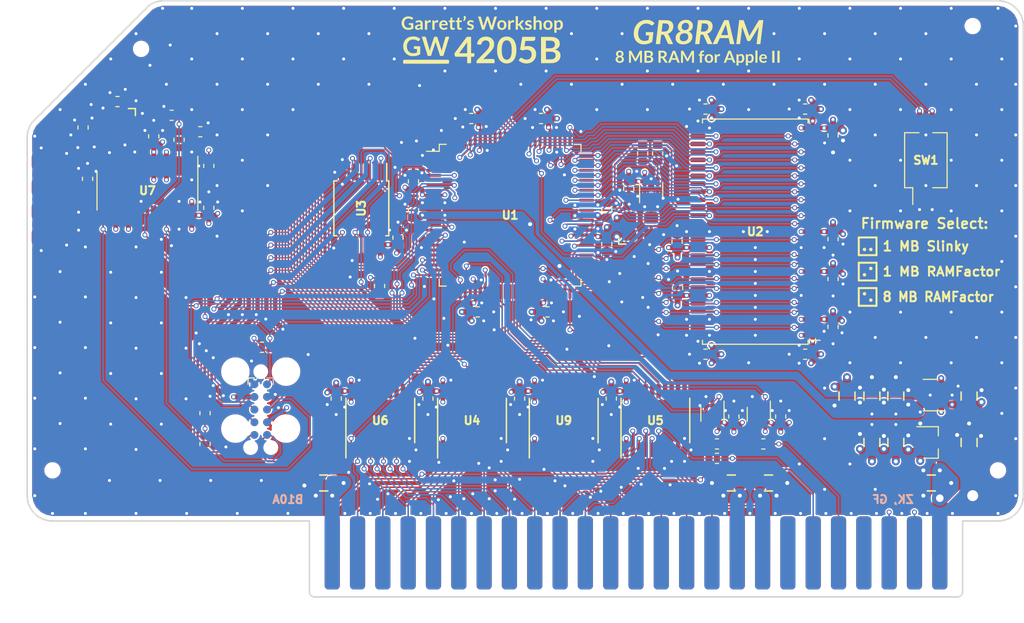
<source format=kicad_pcb>
(kicad_pcb (version 20221018) (generator pcbnew)
  (title_block (title "GR8RAM (GW4205A)") (date "2021-04-20") (rev "1.0") (company "Garrett's Workshop"))
  (layers (0 "F.Cu" signal) (1 "In1.Cu" power) (2 "In2.Cu" power) (31 "B.Cu" signal) (34 "B.Paste" user) (35 "F.Paste" user) (36 "B.SilkS" user "B.Silkscreen") (37 "F.SilkS" user "F.Silkscreen") (38 "B.Mask" user) (39 "F.Mask" user) (44 "Edge.Cuts" user))
  (net 0 "")
  (net 1 "+5V")
  (net 2 "GND")
  (net 3 "/A4")
  (net 4 "/D7")
  (net 5 "/D6")
  (net 6 "/A8")
  (net 7 "/A7")
  (net 8 "/A6")
  (net 9 "/A5")
  (net 10 "/A3")
  (net 11 "/A2")
  (net 12 "/A1")
  (net 13 "/A0")
  (net 14 "/A9")
  (net 15 "/D1")
  (net 16 "/D5")
  (net 17 "/D0")
  (net 18 "/D2")
  (net 19 "/D3")
  (net 20 "/D4")
  (net 21 "/A10")
  (net 22 "+12V")
  (net 23 "-12V")
  (net 24 "-5V")
  (net 25 "/~{IOSEL}")
  (net 26 "/A11")
  (net 27 "/A12")
  (net 28 "/A13")
  (net 29 "/A14")
  (net 30 "/A15")
  (net 31 "/R~{W}")
  (net 32 "/~{IOSTRB}")
  (net 33 "/~{NMI}")
  (net 34 "/~{IRQ}")
  (net 35 "/~{RES}")
  (net 36 "/~{INH}")
  (net 37 "/COLORREF")
  (net 38 "/7M")
  (net 39 "/Q3")
  (net 40 "/PHI1")
  (net 41 "/USER1")
  (net 42 "/PHI0")
  (net 43 "/~{DEVSEL}")
  (net 44 "/INTin")
  (net 45 "/DMAin")
  (net 46 "/TCK")
  (net 47 "/TDO")
  (net 48 "/TMS")
  (net 49 "/TDI")
  (net 50 "/RA0")
  (net 51 "/RA1")
  (net 52 "/RA2")
  (net 53 "/RA3")
  (net 54 "/RA4")
  (net 55 "/RA5")
  (net 56 "/RA6")
  (net 57 "/RA7")
  (net 58 "/RA8")
  (net 59 "/RA9")
  (net 60 "/RA10")
  (net 61 "/RD0")
  (net 62 "/RD1")
  (net 63 "/RD2")
  (net 64 "/RD3")
  (net 65 "/RD4")
  (net 66 "/RD5")
  (net 67 "/RD6")
  (net 68 "/RD7")
  (net 69 "/VIDSYNC")
  (net 70 "+3V3")
  (net 71 "/~{DMA}")
  (net 72 "/R~{RES}")
  (net 73 "/R~{IOSTRB}")
  (net 74 "/R~{DEVSEL}")
  (net 75 "/R~{IOSEL}")
  (net 76 "/RA11")
  (net 77 "/RA12")
  (net 78 "/RA13")
  (net 79 "/RA14")
  (net 80 "/RA15")
  (net 81 "/Ddir")
  (net 82 "/USB5V")
  (net 83 "/ACLK")
  (net 84 "/RCLK")
  (net 85 "/SD0")
  (net 86 "/SD1")
  (net 87 "/SD3")
  (net 88 "/SD2")
  (net 89 "/SD6")
  (net 90 "/SD7")
  (net 91 "/SD5")
  (net 92 "/SD4")
  (net 93 "/SDQML")
  (net 94 "/S~{WE}")
  (net 95 "/S~{CAS}")
  (net 96 "/S~{RAS}")
  (net 97 "/S~{CS}")
  (net 98 "/SA0")
  (net 99 "/SA3")
  (net 100 "/SA4")
  (net 101 "/SA6")
  (net 102 "/SCKE")
  (net 103 "/SDQMH")
  (net 104 "/RR~{W}in")
  (net 105 "/~{RDY}")
  (net 106 "Net-(U7-XO)")
  (net 107 "/SA12")
  (net 108 "/SBA0")
  (net 109 "/SA11")
  (net 110 "/SBA1")
  (net 111 "/SA9")
  (net 112 "/SA10")
  (net 113 "/SA8")
  (net 114 "/SA7")
  (net 115 "/SA1")
  (net 116 "/SA2")
  (net 117 "/SA5")
  (net 118 "/MISO")
  (net 119 "/MOSI")
  (net 120 "/F~{CS}")
  (net 121 "/FCK")
  (net 122 "/RES~{OE}")
  (net 123 "/FD2")
  (net 124 "/FD3")
  (net 125 "/RPHI0")
  (net 126 "Net-(U7-XI)")
  (net 131 "Net-(J3-D+)")
  (net 132 "Net-(J3-D-)")
  (net 133 "Net-(J5-Pin_6)")
  (net 136 "Net-(U16-Y)")
  (net 137 "+1V8")
  (net 138 "/FW1")
  (net 139 "/FW0")
  (net 150 "/UTCK")
  (net 151 "Net-(U13-Output)")
  (net 153 "Net-(U14-Y)")
  (net 154 "Net-(J2-Pin_1)")
  (net 155 "Net-(U11-Y)")
  (net 156 "/IRQ~{OE}")
  (footprint "stdpads:USB_Micro-B_Amphenol_10118192-0001" (layer "F.Cu") (at 47 99.8 -90)
    (fp_text reference "J3")
    (fp_text value "microUSB")
  )
  (footprint "stdpads:C_0603" (layer "F.Cu") (at 104.2 119.8 -90)
    (fp_text reference "C16")
    (fp_text value "2u2")
  )
  (footprint "stdpads:SW_DIP_SPSTx02_Slide_DSHP02TS_P1.27mm" (layer "F.Cu") (at 135.763 95.885)
    (fp_text reference "SW1")
    (fp_text value "FW")
  )
  (footprint "stdpads:C_0805" (layer "F.Cu") (at 75.35 128.27 180)
    (fp_text reference "C4")
    (fp_text value "10u")
  )
  (footprint "stdpads:Fiducial" (layer "F.Cu") (at 143.002 82.423 -90)
    (fp_text reference "FID1")
    (fp_text value "Fiducial" hide)
  )
  (footprint "stdpads:R_0805" (layer "F.Cu") (at 127.85 119.55 -90)
    (fp_text reference "R1")
    (fp_text value "0")
  )
  (footprint "stdpads:C_0603" (layer "F.Cu") (at 126.45 107.8 -90)
    (fp_text reference "C30")
    (fp_text value "2u2")
  )
  (footprint "stdpads:C_0603" (layer "F.Cu") (at 110.8 104.05 90)
    (fp_text reference "C33")
    (fp_text value "2u2")
  )
  (footprint "stdpads:Fiducial" (layer "F.Cu") (at 143.002 129.54)
    (fp_text reference "FID4")
    (fp_text value "Fiducial" hide)
  )
  (footprint "stdpads:TSSOP-20_4.4x6.5mm_P0.65mm" (layer "F.Cu") (at 99.425 122)
    (fp_text reference "U9")
    (fp_text value "74AHC245PW")
  )
  (footprint "stdpads:C_0805" (layer "F.Cu") (at 119.976 128.27 180)
    (fp_text reference "C2")
    (fp_text value "10u")
  )
  (footprint "stdpads:R_0603" (layer "F.Cu") (at 108.85 95.2 -90)
    (fp_text reference "R2")
    (fp_text value "47")
  )
  (footprint "stdpads:C_0603" (layer "F.Cu") (at 121.2 121.6 90)
    (fp_text reference "C42")
    (fp_text value "2u2")
  )
  (footprint "stdpads:SOT-353" (layer "F.Cu") (at 119 121.35 180)
    (fp_text reference "U11")
    (fp_text value "74LVC1G125GW")
  )
  (footprint "stdpads:Fiducial" (layer "F.Cu") (at 48.133 93.599 90)
    (fp_text reference "FID2")
    (fp_text value "Fiducial" hide)
  )
  (footprint "stdpads:C_0805" (layer "F.Cu") (at 132.75 124.2 90)
    (fp_text reference "C10")
    (fp_text value "10u")
  )
  (footprint "stdpads:R_0603" (layer "F.Cu") (at 63.4365 124.3585 90)
    (fp_text reference "R4")
    (fp_text value "10k")
  )
  (footprint "stdpads:TSSOP-20_4.4x6.5mm_P0.65mm" (layer "F.Cu") (at 90.225 122)
    (fp_text reference "U4")
    (fp_text value "74AHC245PW")
  )
  (footprint "stdpads:C_0603" (layer "F.Cu") (at 84.35 98 90)
    (fp_text reference "C24")
    (fp_text value "2u2")
  )
  (footprint "stdpads:C_0603" (layer "F.Cu") (at 105.95 98.75 -90)
    (fp_text reference "C27")
    (fp_text value "2u2")
  )
  (footprint "stdpads:SOT-23-5" (layer "F.Cu") (at 136.25 119.45 90)
    (fp_text reference "U10")
    (fp_text value "AP2127K-1.8TRG1")
  )
  (footprint "stdpads:TQFP-100_14x14mm_P0.5mm" (layer "F.Cu") (at 94.05 101.4 -90)
    (fp_text reference "U1")
    (fp_text value "EPM240T100C5N")
  )
  (footprint "stdpads:R_0603" (layer "F.Cu") (at 114.8 125.8 180)
    (fp_text reference "R10")
    (fp_text value "22")
  )
  (footprint "stdpads:C_0603" (layer "F.Cu") (at 110.85 108.7 90)
    (fp_text reference "C34")
    (fp_text value "2u2")
  )
  (footprint "stdpads:C_0805" (layer "F.Cu") (at 140.1 119.55 90)
    (fp_text reference "C36")
    (fp_text value "10u")
  )
  (footprint "stdpads:C_0603" (layer "F.Cu") (at 126.45 103.8 -90)
    (fp_text reference "C31")
    (fp_text value "2u2")
  )
  (footprint "stdpads:C_0805" (layer "F.Cu") (at 130.35 119.55 90)
    (fp_text reference "C38")
    (fp_text value "10u")
  )
  (footprint "stdpads:C_0603" (layer "F.Cu") (at 123.65 115.35 180)
    (fp_text reference "C28")
    (fp_text value "2u2")
  )
  (footprint "stdpads:AppleIIBus_Edge" (layer "F.Cu") (at 106.68 135.382)
    (fp_text reference "J1")
    (fp_text value "AppleIIBus")
  )
  (footprint "stdpads:C_0603" (layer "F.Cu") (at 113.65 115.35 180)
    (fp_text reference "C35")
    (fp_text value "2u2")
  )
  (footprint "stdpads:C_0603" (layer "F.Cu") (at 103.75 100.9 90)
    (fp_text reference "C19")
    (fp_text value "2u2")
  )
  (footprint "stdpads:PasteHole_1.1mm_PTH" (layer "F.Cu") (at 140.462 129.54)
    (fp_text reference "H1")
    (fp_text value " " hide)
  )
  (footprint "stdpads:R_0603" (layer "F.Cu") (at 63.4365 121.2595 -90)
    (fp_text reference "R6")
    (fp_text value "10k")
  )
  (footprint "stdpads:C_0603" (layer "F.Cu") (at 58.293 93.484 90)
    (fp_text reference "C17")
    (fp_text value "2u2")
  )
  (footprint "stdpads:PasteHole_1.152mm_NPTH" (layer "F.Cu") (at 140.462 82.423 -90)
    (fp_text reference "H3")
    (fp_text value " " hide)
  )
  (footprint "stdpads:TSSOP-20_4.4x6.5mm_P0.65mm" (layer "F.Cu") (at 81.025 122)
    (fp_text reference "U6")
    (fp_text value "74AHC245PW")
  )
  (footprint "stdpads:C_0603" (layer "F.Cu") (at 116.5 121.6 90)
    (fp_text reference "C39")
    (fp_text value "2u2")
  )
  (footprint "stdpads:C_0603" (layer "F.Cu") (at 103.75 104.3 -90)
    (fp_text reference "C23")
    (fp_text value "2u2")
  )
  (footprint "stdpads:C_0603" (layer "F.Cu") (at 95 119.8 -90)
    (fp_text reference "C15")
    (fp_text value "2u2")
  )
  (footprint "stdpads:R_0603" (layer "F.Cu") (at 80.95 108.5 90)
    (fp_text reference "R9")
    (fp_text value "47")
  )
  (footprint "stdpads:C_0603" (layer "F.Cu") (at 90.8 111.1)
    (fp_text reference "C21")
    (fp_text value "2u2")
  )
  (footprint "stdpads:C_0603" (layer "F.Cu") (at 51.65 97.75 90)
    (fp_text reference "C6")
    (fp_text value "2u2")
  )
  (footprint "stdpads:SOT-353" (layer "F.Cu") (at 108.2 98.85)
    (fp_text reference "U16")
    (fp_text value "74LVC1G125GW")
  )
  (footprint "stdpads:C_0603" (layer "F.Cu") (at 84.35 100.9 90)
    (fp_text reference "C20")
    (fp_text value "2u2")
  )
  (footprint "stdpads:C_0603" (layer "F.Cu") (at 60.083 91.3765 180)
    (fp_text reference "C41")
    (fp_text value "22p")
  )
  (footprint "stdpads:SOT-23" (layer "F.Cu") (at 136.25 124.2 180)
    (fp_text reference "U8")
    (fp_text value "XC6206P332MR")
  )
  (footprint "stdpads:Crystal_SMD_3225-4Pin_3.2x2.5mm" (layer "F.Cu") (at 54.2994 92.5006 180)
    (fp_text reference "Y1")
    (fp_text value "12M")
  )
  (footprint "stdpads:C_0603" (layer "F.Cu") (at 123.65 90.75 180)
    (fp_text reference "C12")
    (fp_text value "2u2")
  )
  (footprint "stdpads:SOIC-16_3.9mm" (layer "F.Cu") (at 57.658 98.933 180)
    (fp_text reference "U7")
    (fp_text value "CH340G")
  )
  (footprint "stdpads:R_0603" (layer "F.Cu") (at 60.833 93.8275 90)
    (fp_text reference "R5")
    (fp_text value "47")
  )
  (footprint "stdpads:C_0603" (layer "F.Cu") (at 63.8175 100.6595 90)
    (fp_text reference "C40")
    (fp_text value "2u2")
  )
  (footprint "stdpads:R_0603" (layer "F.Cu") (at 62.9665 93.0275)
    (fp_text reference "R8")
    (fp_text value "10k")
  )
  (footprint "stdpads:C_0603" (layer "F.Cu") (at 51.1994 92.6006 90)
    (fp_text reference "C8")
    (fp_text value "22p")
  )
  (footprint "stdpads:C_0603" (layer "F.Cu") (at 85.8 119.8 -90)
    (fp_text reference "C14")
    (fp_text value "2u2")
  )
  (footprint "stdpads:C_0603" (layer "F.Cu") (at 82.8 103.65 90)
    (fp_text reference "C18")
    (fp_text value "2u2")
  )
  (footprint "stdpads:TSOP-II-54_22.2x10.16mm_P0.8mm" (layer "F.Cu") (at 118.65 103.05 90)
    (fp_text reference "U2")
    (fp_text value "W9825")
  )
  (footprint "stdpads:SOT-353" (layer "F.Cu") (at 114.35 121.35 180)
    (fp_text reference "U14")
    (fp_text value "74LVC1G125GW")
  )
  (footprint "stdpads:Crystal_SMD_3225-4Pin_3.2x2.5mm" (layer "F.Cu") (at 107.1 102.5)
    (fp_text reference "U13")
    (fp_text value "25M")
  )
  (footprint "stdpads:C_0603" (layer "F.Cu") (at 113.65 90.75 180)
    (fp_text reference "C5")
    (fp_text value "2u2")
  )
  (footprint "stdpads:C_0805" (layer "F.Cu") (at 136.31 128.27 180)
    (fp_text reference "C1")
    (fp_text value "10u")
  )
  (footprint "stdpads:PasteHole_1.152mm_NPTH" (layer "F.Cu") (at 57.023 84.709 90)
    (fp_text reference "H4")
    (fp_text value " " hide)
  )
  (footprint "stdpads:C_0603" (layer "F.Cu") (at 97.8 111.1)
    (fp_text reference "C22")
    (fp_text value "2u2")
  )
  (footprint "stdpads:SOIC-8_5.3mm" (layer "F.Cu") (at 79.121 100.711 180)
    (fp_text reference "U3")
    (fp_text value "W25Q128JVSIQ")
  )
  (footprint "stdpads:R_0603" (layer "F.Cu") (at 107.35 95.2 -90)
    (fp_text reference "R3")
    (fp_text value "47")
  )
  (footprint "stdpads:PasteHole_1.152mm_NPTH" (layer "F.Cu") (at 143.002 127)
    (fp_text reference "H5")
    (fp_text value " " hide)
  )
  (footprint "Connector:Tag-Connect_TC2050-IDC-FP_2x05_P1.27mm_Vertical" (layer "F.Cu") (at 69.0245 120.904 -90)
    (fp_text reference "J5" hide)
    (fp_text value "Flash")
  )
  (footprint "stdpads:C_0603" (layer "F.Cu") (at 54.65 90.0006 180)
    (fp_text reference "C9")
    (fp_text value "22p")
  )
  (footprint "stdpads:C_0603" (layer "F.Cu") (at 126.45 93.4 -90)
    (fp_text reference "C32")
    (fp_text value "2u2")
  )
  (footprint "stdpads:C_0805" (layer "F.Cu") (at 130.35 124.2 90)
    (fp_text reference "C11")
    (fp_text value "10u")
  )
  (footprint "stdpads:Fiducial" (layer "F.Cu") (at 48.133 129.54)
    (fp_text reference "FID5")
    (fp_text value "Fiducial" hide)
  )
  (footprint "stdpads:Fiducial" (layer "F.Cu") (at 58.801 82.931 90)
    (fp_text reference "FID3")
    (fp_text value "Fiducial" hide)
  )
  (footprint "stdpads:R_0603" (layer "F.Cu") (at 63.8175 96.4565 -90)
    (fp_text reference "R7")
    (fp_text value "10k")
  )
  (footprint "stdpads:R_0603" (layer "F.Cu") (at 119.45 124.35 180)
    (fp_text reference "R13")
    (fp_text value "47")
  )
  (footprint "stdpads:R_0603" (layer "F.Cu") (at 114.8 124.35 180)
    (fp_text reference "R11")
    (fp_text value "DNP")
  )
  (footprint "stdpads:PasteHole_1.152mm_NPTH" (layer "F.Cu") (at 48.133 127)
    (fp_text reference "H2")
    (fp_text value " " hide)
  )
  (footprint "stdpads:C_0805" (layer "F.Cu") (at 116.244 128.27)
    (fp_text reference "C3")
    (fp_text value "10u")
  )
  (footprint "stdpads:TSSOP-20_4.4x6.5mm_P0.65mm" (layer "F.Cu") (at 108.625 122)
    (fp_text reference "U5")
    (fp_text value "74AHC245PW")
  )
  (footprint "stdpads:C_0603" (layer "F.Cu") (at 90.15 91.7 180)
    (fp_text reference "C26")
    (fp_text value "2u2")
  )
  (footprint "stdpads:R_0603" (layer "F.Cu") (at 69.15 114.65)
    (fp_text reference "R12")
    (fp_text value "47")
  )
  (footprint "stdpads:C_0603" (layer "F.Cu") (at 97.15 91.7 180)
    (fp_text reference "C25")
    (fp_text value "2u2")
  )
  (footprint "stdpads:C_0805" (layer "F.Cu") (at 140.1 124.2 90)
    (fp_text reference "C7")
    (fp_text value "10u")
  )
  (footprint "stdpads:C_0805" (layer "F.Cu") (at 132.75 119.55 90)
    (fp_text reference "C37")
    (fp_text value "10u")
  )
  (footprint "stdpads:C_0603" (layer "F.Cu") (at 76.6 119.8 -90)
    (fp_text reference "C13")
    (fp_text value "2u2")
  )
  (footprint "LOGO" (layer "F.Cu") (at 112.903 83.8835)
    (fp_text reference "G***" hide)
    (fp_text value "LOGO" hide)
  )
  (footprint "stdpads:C_0603" (layer "F.Cu") (at 126.45 112.6 -90)
    (fp_text reference "C29")
    (fp_text value "2u2")
  )
  (footprint "LOGO" (layer "F.Cu") (at 91.2495 84.0105)
    (fp_text reference "G***" hide)
    (fp_text value "LOGO" hide)
  )
  (footprint "Connector:Tag-Connect_TC2050-IDC-FP_2x05_P1.27mm_Vertical" (layer "B.Cu") (at 69.0245 120.904 -90)
    (fp_text reference "J2" hide)
    (fp_text value "JTAG")
  )
  (gr_line (start 129.032 110.49) (end 129.032 108.712) (stroke (width 0.2032)) (layer "F.SilkS"))
  (gr_line (start 129.032 107.95) (end 129.032 106.172) (stroke (width 0.2032)) (layer "F.SilkS"))
  (gr_line (start 130.23855 104.8385) (end 130.23865 104.8385) (stroke (width 0.35)) (layer "F.SilkS"))
  (gr_line (start 130.81 105.41) (end 130.81 103.632) (stroke (width 0.2032)) (layer "F.SilkS"))
  (gr_line (start 130.81 108.712) (end 129.032 108.712) (stroke (width 0.2032)) (layer "F.SilkS"))
  (gr_line (start 130.23855 109.9185) (end 130.23865 109.9185) (stroke (width 0.35)) (layer "F.SilkS"))
  (gr_line (start 129.6034 109.2835) (end 129.6035 109.2835) (stroke (width 0.35)) (layer "F.SilkS"))
  (gr_line (start 130.81 107.95) (end 130.81 106.172) (stroke (width 0.2032)) (layer "F.SilkS"))
  (gr_line (start 129.032 107.95) (end 130.81 107.95) (stroke (width 0.2032)) (layer "F.SilkS"))
  (gr_line (start 129.032 105.41) (end 129.032 103.632) (stroke (width 0.2032)) (layer "F.SilkS"))
  (gr_line (start 130.81 103.632) (end 129.032 103.632) (stroke (width 0.2032)) (layer "F.SilkS"))
  (gr_line (start 130.2384 106.7435) (end 130.2385 106.7435) (stroke (width 0.35)) (layer "F.SilkS"))
  (gr_line (start 130.81 106.172) (end 129.032 106.172) (stroke (width 0.2032)) (layer "F.SilkS"))
  (gr_line (start 129.032 110.49) (end 130.81 110.49) (stroke (width 0.2032)) (layer "F.SilkS"))
  (gr_line (start 129.032 105.41) (end 130.81 105.41) (stroke (width 0.2032)) (layer "F.SilkS"))
  (gr_line (start 130.81 110.49) (end 130.81 108.712) (stroke (width 0.2032)) (layer "F.SilkS"))
  (gr_line (start 129.6034 104.8385) (end 129.6035 104.8385) (stroke (width 0.35)) (layer "F.SilkS"))
  (gr_line (start 129.6034 107.3785) (end 129.6035 107.3785) (stroke (width 0.35)) (layer "F.SilkS"))
  (gr_line (start 57.785 80.391) (end 46.101001 92.074999) (stroke (width 0.15)) (layer "Edge.Cuts"))
  (gr_line (start 143.002 132.08) (end 139.446 132.08) (stroke (width 0.15)) (layer "Edge.Cuts"))
  (gr_line (start 45.593 129.54) (end 45.593 93.599) (stroke (width 0.15)) (layer "Edge.Cuts"))
  (gr_arc (start 48.133 132.08) (mid 46.336949 131.336051) (end 45.593 129.54) (stroke (width 0.15)) (layer "Edge.Cuts"))
  (gr_line (start 138.938 139.7) (end 74.422 139.7) (stroke (width 0.15)) (layer "Edge.Cuts"))
  (gr_arc (start 145.542 129.54) (mid 144.798051 131.336051) (end 143.002 132.08) (stroke (width 0.15)) (layer "Edge.Cuts"))
  (gr_arc (start 139.446 139.192) (mid 139.29721 139.55121) (end 138.938 139.7) (stroke (width 0.15)) (layer "Edge.Cuts"))
  (gr_arc (start 57.785 80.391) (mid 58.505781 80.013344) (end 59.309 79.883) (stroke (width 0.15)) (layer "Edge.Cuts"))
  (gr_arc (start 74.422 139.7) (mid 74.06279 139.55121) (end 73.914 139.192) (stroke (width 0.15)) (layer "Edge.Cuts"))
  (gr_line (start 48.133 132.08) (end 73.914 132.08) (stroke (width 0.15)) (layer "Edge.Cuts"))
  (gr_arc (start 143.002 79.883) (mid 144.798051 80.626949) (end 145.542 82.423) (stroke (width 0.15)) (layer "Edge.Cuts"))
  (gr_line (start 145.542 82.423) (end 145.542 129.54) (stroke (width 0.15)) (layer "Edge.Cuts"))
  (gr_line (start 139.446 132.08) (end 139.446 139.192) (stroke (width 0.15)) (layer "Edge.Cuts"))
  (gr_line (start 59.309 79.883) (end 143.002 79.883) (stroke (width 0.15)) (layer "Edge.Cuts"))
  (gr_line (start 73.914 132.08) (end 73.914 139.192) (stroke (width 0.15)) (layer "Edge.Cuts"))
  (gr_arc (start 45.593 93.599) (mid 45.723345 92.795781) (end 46.101001 92.074999) (stroke (width 0.15)) (layer "Edge.Cuts"))
  (gr_text "ZK, GF" (at 132.461 129.921) (layer "B.SilkS") (effects (font (size 0.8128 0.8128) (thickness 0.2032)) (justify mirror)))
  (gr_text "B10A" (at 71.755 129.921) (layer "B.SilkS") (effects (font (size 0.8128 0.8128) (thickness 0.2032)) (justify mirror)))
  (gr_text "Firmware Select:" (at 135.636 102.235) (layer "F.SilkS") (effects (font (size 1.016 1.016) (thickness 0.2032))))
  (gr_text "1 MB Slinky" (at 131.318 104.521) (layer "F.SilkS") (effects (font (size 0.9525 0.9525) (thickness 0.2032)) (justify left)))
  (gr_text "8 MB RAMFactor" (at 131.318 109.601) (layer "F.SilkS") (effects (font (size 0.9525 0.9) (thickness 0.2032)) (justify left)))
  (gr_text "1 MB RAMFactor" (at 131.318 107.061) (layer "F.SilkS") (effects (font (size 0.9 0.9525) (thickness 0.2032)) (justify left)))
  (segment (start 137.3 126.378) (end 137.922 127) (width 0.8) (layer "F.Cu") (net 1))
  (segment (start 137.16 127) (end 137.75 127) (width 0.8) (layer "F.Cu") (net 1))
  (segment (start 137.3 124.2) (end 137.3 126.86) (width 0.8) (layer "F.Cu") (net 1))
  (segment (start 137.3 124.2) (end 138.25 124.2) (width 0.8) (layer "F.Cu") (net 1))
  (segment (start 137.16 135.382) (end 137.16 129.794) (width 1.524) (layer "F.Cu") (net 1))
  (segment (start 137.16 128.27) (end 137.16 129.794) (width 0.8) (layer "F.Cu") (net 1))
  (segment (start 137.668 129.794) (end 138.303 129.159) (width 0.8) (layer "F.Cu") (net 1))
  (segment (start 138.303 127.381) (end 138.303 128.27) (width 0.8) (layer "F.Cu") (net 1))
  (segment (start 137.16 130.937) (end 137.16 135.382) (width 0.8) (layer "F.Cu") (net 1))
  (segment (start 137.16 128.27) (end 137.16 127) (width 0.762) (layer "F.Cu") (net 1))
  (segment (start 137.922 127) (end 138.303 127.381) (width 0.8) (layer "F.Cu") (net 1))
  (segment (start 137.3 124.2) (end 137.3 126.378) (width 0.8) (layer "F.Cu") (net 1))
  (segment (start 139.1 125.05) (end 140.1 125.05) (width 0.8) (layer "F.Cu") (net 1))
  (segment (start 138.303 129.159) (end 138.303 128.27) (width 0.8) (layer "F.Cu") (net 1))
  (segment (start 137.16 129.794) (end 137.668 129.794) (width 0.8) (layer "F.Cu") (net 1))
  (segment (start 138.25 124.2) (end 139.1 125.05) (width 0.8) (layer "F.Cu") (net 1))
  (segment (start 137.16 127) (end 137.922 127) (width 0.8) (layer "F.Cu") (net 1))
  (segment (start 137.3 126.86) (end 137.16 127) (width 0.8) (layer "F.Cu") (net 1))
  (segment (start 137.16 128.27) (end 138.303 128.27) (width 0.762) (layer "F.Cu") (net 1))
  (via (at 137.16 129.794) (size 1.524) (drill 0.762) (layers "F.Cu" "B.Cu") (net 1))
  (via (at 138.303 128.27) (size 0.8) (drill 0.4) (layers "F.Cu" "B.Cu") (net 1))
  (via (at 137.16 127) (size 0.8) (drill 0.4) (layers "F.Cu" "B.Cu") (net 1))
  (segment (start 136.915002 127) (end 137.16 127) (width 0.8) (layer "B.Cu") (net 1))
  (segment (start 137.16 129.794) (end 137.16 127) (width 1.524) (layer "B.Cu") (net 1))
  (segment (start 138.6205 127.9525) (end 138.1125 127.9525) (width 0.8) (layer "B.Cu") (net 1))
  (segment (start 137.856 129.794) (end 137.16 129.794) (width 0.45) (layer "B.Cu") (net 1))
  (segment (start 137.16 128.94) (end 137.16 129.794) (width 0.5) (layer "B.Cu") (net 1))
  (segment (start 137.16 127) (end 136.906 127) (width 0.8) (layer "B.Cu") (net 1))
  (segment (start 138.303 128.651) (end 137.16 129.794) (width 1.524) (layer "B.Cu") (net 1))
  (segment (start 138.303 128.143) (end 137.16 127) (width 1.524) (layer "B.Cu") (net 1))
  (segment (start 138.1125 127.9525) (end 137.16 127) (width 0.8) (layer "B.Cu") (net 1))
  (segment (start 138.303 128.27) (end 138.303 128.651) (width 1.524) (layer "B.Cu") (net 1))
  (segment (start 138.303 128.27) (end 138.303 128.143) (width 1.524) (layer "B.Cu") (net 1))
  (segment (start 138.53 128.27) (end 138.303 128.27) (width 0.5) (layer "B.Cu") (net 1))
  (segment (start 137.16 127) (end 137.31 126.85) (width 0.5) (layer "B.Cu") (net 1))
  (segment (start 137.16 127) (end 137.16 127.96) (width 0.8) (layer "B.Cu") (net 1))
  (segment (start 87.5 100.05) (end 87.35 99.9) (width 0.3) (layer "F.Cu") (net 2))
  (segment (start 122.9 115.35) (end 122.9 116.1) (width 0.6) (layer "F.Cu") (net 2))
  (segment (start 47 96) (end 47 94.65) (width 0.6) (layer "F.Cu") (net 2))
  (segment (start 111.55 124.95) (end 111.55 123.8) (width 0.45) (layer "F.Cu") (net 2))
  (segment (start 101.7125 100.4) (end 100.55 100.4) (width 0.3) (layer "F.Cu") (net 2))
  (segment (start 103.45 120.55) (end 103.3 120.4) (width 0.6) (layer "F.Cu") (net 2))
  (segment (start 85.25 100.2) (end 85.25 100.15) (width 0.3) (layer "F.Cu") (net 2))
  (segment (start 84.35 100.15) (end 83.65 100.15) (width 0.5) (layer "F.Cu") (net 2))
  (segment (start 113.7 120.5) (end 113.1 120.5) (width 0.4) (layer "F.Cu") (net 2))
  (segment (start 50.75 96.7) (end 50.75 97) (width 0.5) (layer "F.Cu") (net 2))
  (segment (start 105.95 100.25) (end 105.95 99.5) (width 0.5) (layer "F.Cu") (net 2))
  (segment (start 84.35 97.25) (end 83.65 97.25) (width 0.5) (layer "F.Cu") (net 2))
  (segment (start 140.1 118.7) (end 139.15 118.7) (width 0.5) (layer "F.Cu") (net 2))
  (segment (start 134 123.5) (end 133.85 123.35) (width 0.8) (layer "F.Cu") (net 2))
  (segment (start 116.5 120.85) (end 117.2 120.85) (width 0.5) (layer "F.Cu") (net 2))
  (segment (start 85.8 120.55) (end 85.05 120.55) (width 0.6) (layer "F.Cu") (net 2))
  (segment (start 114.15 119.6) (end 113.7 119.6) (width 0.15) (layer "F.Cu") (net 2))
  (segment (start 76.6 120.55) (end 76.6 121.4) (width 0.6) (layer "F.Cu") (net 2))
  (segment (start 63.095 99.9095) (end 62.9285 100.076) (width 0.5) (layer "F.Cu") (net 2))
  (segment (start 103.75 100.15) (end 103.07 100.15) (width 0.5) (layer "F.Cu") (net 2))
  (segment (start 96.4 90.95) (end 96.55 90.8) (width 0.6) (layer "F.Cu") (net 2))
  (segment (start 110.25 124.95) (end 110.25 126.1) (width 0.45) (layer "F.Cu") (net 2))
  (segment (start 49.675 101.1) (end 50.75 101.1) (width 0.4) (layer "F.Cu") (net 2))
  (segment (start 83.95 124.95) (end 83.95 126.1) (width 0.45) (layer "F.Cu") (net 2))
  (segment (start 115.8 120.85) (end 115.65 121) (width 0.5) (layer "F.Cu") (net 2))
  (segment (start 125.65 104.55) (end 125.55 104.65) (width 0.508) (layer "F.Cu") (net 2))
  (segment (start 49.55 96.7) (end 49.55 95.2) (width 0.6) (layer "F.Cu") (net 2))
  (segment (start 122.9 116.1) (end 123.05 116.25) (width 0.6) (layer "F.Cu") (net 2))
  (segment (start 58.293 92.734) (end 57.5705 92.734) (width 0.5) (layer "F.Cu") (net 2))
  (segment (start 85.45 100.4) (end 85.25 100.2) (width 0.3) (layer "F.Cu") (net 2))
  (segment (start 91.55 111.1) (end 92.4 111.1) (width 0.6) (layer "F.Cu") (net 2))
  (segment (start 51.1994 91.8506) (end 50.3506 91.8506) (width 0.5) (layer "F.Cu") (net 2))
  (segment (start 120.5 120.85) (end 120.35 121) (width 0.5) (layer "F.Cu") (net 2))
  (segment (start 91.55 111.1) (end 91.55 111.85) (width 0.6) (layer "F.Cu") (net 2))
  (segment (start 114.35 120.5) (end 114.35 119.8) (width 0.15) (layer "F.Cu") (net 2))
  (segment (start 91.55 94.7) (end 91.75 94.9) (width 0.3) (layer "F.Cu") (net 2))
  (segment (start 124.4 109.45) (end 126.4 109.45) (width 0.45) (layer "F.Cu") (net 2))
  (segment (start 51.1994 91.8506) (end 51.9 91.8506) (width 0.5) (layer "F.Cu") (net 2))
  (segment (start 98.05 110.05) (end 98.2 110.2) (width 0.3) (layer "F.Cu") (net 2))
  (segment (start 98.05 109.0625) (end 98.05 110.05) (width 0.3) (layer "F.Cu") (net 2))
  (segment (start 96.4 91.7) (end 96.4 90.95) (width 0.6) (layer "F.Cu") (net 2))
  (segment (start 135.46 129.491) (end 135.509 129.54) (width 0.762) (layer "F.Cu") (net 2))
  (segment (start 95 120.55) (end 94.25 120.55) (width 0.6) (layer "F.Cu") (net 2))
  (segment (start 82.8 102.9) (end 81.951 102.9) (width 0.5) (layer "F.Cu") (net 2))
  (segment (start 62.8 96.458) (end 62.8015 96.4565) (width 0.5) (layer "F.Cu") (net 2))
  (segment (start 73.406 128.524) (end 73.66 128.27) (width 0.8) (layer "F.Cu") (net 2))
  (segment (start 122.9 90.75) (end 122.9 91.5) (width 0.6) (layer "F.Cu") (net 2))
  (segment (start 124.4 104.65) (end 125.55 104.65) (width 0.45) (layer "F.Cu") (net 2))
  (segment (start 104.95 120.55) (end 105.05 120.65) (width 0.5) (layer "F.Cu") (net 2))
  (segment (start 103.75 100.15) (end 104.65 100.15) (width 0.5) (layer "F.Cu") (net 2))
  (segment (start 86.3875 99.9) (end 85.45 99.9) (width 0.3) (layer "F.Cu") (net 2))
  (segment (start 117.2 120.85) (end 117.35 121) (width 0.5) (layer "F.Cu") (net 2))
  (segment (start 124.4 109.45) (end 123.25 109.45) (width 0.45) (layer "F.Cu") (net 2))
  (segment (start 112.9 107.05) (end 114.05 107.05) (width 0.45) (layer "F.Cu") (net 2))
  (segment (start 58.293 92.734) (end 58.293 91.8845) (width 0.5) (layer "F.Cu") (net 2))
  (segment (start 57.5705 92.734) (end 57.404 92.9005) (width 0.5) (layer "F.Cu") (net 2))
  (segment (start 112.9 111.85) (end 111.75 111.85) (width 0.45) (layer "F.Cu") (net 2))
  (segment (start 49.55 102.9) (end 49.55 104.4) (width 0.6) (layer "F.Cu") (net 2))
  (segment (start 77.216 97.061) (end 77.216 95.8215) (width 0.5) (layer "F.Cu") (net 2))
  (segment (start 49.55 102.9) (end 50.75 102.9) (width 0.5) (layer "F.Cu") (net 2))
  (segment (start 50.3506 91.8506) (end 50.35 91.85) (width 0.5) (layer "F.Cu") (net 2))
  (segment (start 112.9 113.45) (end 114.05 113.45) (width 0.45) (layer "F.Cu") (net 2))
  (segment (start 77.216 97.061) (end 77.216 98.298) (width 0.5) (layer "F.Cu") (net 2))
  (segment (start 125.75 113.35) (end 125.55 113.15) (width 0.5) (layer "F.Cu") (net 2))
  (segment (start 100.65 102.9) (end 100.55 102.8) (width 0.3) (layer "F.Cu") (net 2))
  (segment (start 86.3875 95.4) (end 85.25 95.4) (width 0.3) (layer "F.Cu") (net 2))
  (segment (start 53.1994 91.6506) (end 53.1994 90.6512) (width 0.5) (layer "F.Cu") (net 2))
  (segment (start 83.95 124.95) (end 84.6 124.95) (width 0.45) (layer "F.Cu") (net 2))
  (segment (start 63.8175 99.9095) (end 64.54 99.9095) (width 0.5) (layer "F.Cu") (net 2))
  (segment (start 126.45 114.3) (end 126.45 113.35) (width 0.6) (layer "F.Cu") (net 2))
  (segment (start 111.75 92.5) (end 111.9 92.65) (width 0.45) (layer "F.Cu") (net 2))
  (segment (start 91.55 111.85) (end 91.4 112) (width 0.6) (layer "F.Cu") (net 2))
  (segment (start 140.1 118.7) (end 141.1 118.7) (width 0.8) (layer "F.Cu") (net 2))
  (segment (start 113.7 120.5) (end 113.7 119.6) (width 0.4) (layer "F.Cu") (net 2))
  (segment (start 91.55 93.7375) (end 91.55 94.7) (width 0.3) (layer "F.Cu") (net 2))
  (segment (start 102.35 124.95) (end 103 124.95) (width 0.45) (layer "F.Cu") (net 2))
  (segment (start 58.293 92.734) (end 59.0155 92.734) (width 0.5) (layer "F.Cu") (net 2))
  (segment (start 131.75 118.7) (end 131.55 118.9) (width 0.8) (layer "F.Cu") (net 2))
  (segment (start 86.3875 100.4) (end 85.45 100.4) (width 0.3) (layer "F.Cu") (net 2))
  (segment (start 82.8 102.9) (end 82.8 102.099) (width 0.5) (layer "F.Cu") (net 2))
  (segment (start 112.9 107.05) (end 110.9 107.05) (width 0.45) (layer "F.Cu") (net 2))
  (segment (start 127.2 104.55) (end 127.45 104.3) (width 0.6) (layer "F.Cu") (net 2))
  (segment (start 103.75 105.05) (end 103.75 105.85) (width 0.5) (layer "F.Cu") (net 2))
  (segment (start 91.05 108) (end 91.15 107.9) (width 0.3) (layer "F.Cu") (net 2))
  (segment (start 85.8 120.55) (end 85.8 121.4) (width 0.6) (layer "F.Cu") (net 2))
  (segment (start 101.7125 100.4) (end 102.82 100.4) (width 0.3) (layer "F.Cu") (net 2))
  (segment (start 83.649 102.9) (end 83.65 102.899) (width 0.5) (layer "F.Cu") (net 2))
  (segment (start 120.826 129.491) (end 120.777 129.54) (width 0.8) (layer "F.Cu") (net 2))
  (segment (start 98.55 93.7375) (end 98.55 92.75) (width 0.3) (layer "F.Cu") (net 2))
  (segment (start 122.9 90) (end 123.05 89.85) (width 0.6) (layer "F.Cu") (net 2))
  (segment (start 84.35 100.15) (end 85.25 100.15) (width 0.5) (layer "F.Cu") (net 2))
  (segment (start 76.6 120.55) (end 77.35 120.55) (width 0.5) (layer "F.Cu") (net 2))
  (segment (start 74.5 128.27) (end 74.5 129.491) (width 0.8) (layer "F.Cu") (net 2))
  (segment (start 127.2 94.15) (end 127.45 93.9) (width 0.8) (layer "F.Cu") (net 2))
  (segment (start 102.35 124.95) (end 102.35 123.8) (width 0.45) (layer "F.Cu") (net 2))
  (segment (start 86.35 95.3625) (end 86.35 94.85) (width 0.3) (layer "F.Cu") (net 2))
  (segment (start 109.95 107.85) (end 110.05 107.95) (width 0.5) (layer "F.Cu") (net 2))
  (segment (start 64.54 99.9095) (end 64.7065 100.076) (width 0.5) (layer "F.Cu") (net 2))
  (segment (start 112.9 103.05) (end 114.05 103.05) (width 0.45) (layer "F.Cu") (net 2))
  (segment (start 121.2 120.85) (end 121.9 120.85) (width 0.5) (layer "F.Cu") (net 2))
  (segment (start 126.45 104.55) (end 126.45 105.4) (width 0.6) (layer "F.Cu") (net 2))
  (segment (start 62.103 96.458) (end 62.103 97.8535) (width 0.5) (layer "F.Cu") (net 2))
  (segment (start 126.45 94.15) (end 125.6 94.15) (width 0.5) (layer "F.Cu") (net 2))
  (segment (start 121.9 120.85) (end 122.05 121) (width 0.5) (layer "F.Cu") (net 2))
  (segment (start 87.35 99.9) (end 86.3875 99.9) (width 0.3) (layer "F.Cu") (net 2))
  (segment (start 96.4 91.7) (end 95.55 91.7) (width 0.6) (layer "F.Cu") (net 2))
  (segment (start 51.65 97) (end 50.75 97) (width 0.5) (layer "F.Cu") (net 2))
  (segment (start 82.8 102.9) (end 83.649 102.9) (width 0.5) (layer "F.Cu") (net 2))
  (segment (start 98.55 92.75) (end 98.7 92.6) (width 0.3) (layer "F.Cu") (net 2))
  (segment (start 112.9 90.75) (end 112.05 90.75) (width 0.6) (layer "F.Cu") (net 2))
  (segment (start 125.55 113.15) (end 125.55 113.05) (width 0.5) (layer "F.Cu") (net 2))
  (segment (start 102.35 124.95) (end 102.35 126.1) (width 0.45) (layer "F.Cu") (net 2))
  (segment (start 116.5 120.85) (end 115.8 120.85) (width 0.5) (layer "F.Cu") (net 2))
  (segment (start 104.2 120.55) (end 103.45 120.55) (width 0.6) (layer "F.Cu") (net 2))
  (segment (start 95 120.55) (end 95.75 120.55) (width 0.5) (layer "F.Cu") (net 2))
  (segment (start 62.103 96.458) (end 62.103 95.0595) (width 0.5) (layer "F.Cu") (net 2))
  (segment (start 110.05 107.95) (end 110.85 107.95) (width 0.5) (layer "F.Cu") (net 2))
  (segment (start 83.65 97.25) (end 83.5 97.4) (width 0.5) (layer "F.Cu") (net 2))
  (segment (start 124.4 104.65) (end 123.25 104.65) (width 0.45) (layer "F.Cu") (net 2))
  (segment (start 119 120.5) (end 119 119.8) (width 0.15) (layer "F.Cu") (net 2))
  (segment (start 102.975 105.05) (end 103.75 105.05) (width 0.5) (layer "F.Cu") (net 2))
  (segment (start 63.7665 93.0275) (end 63.754 93.015) (width 0.15) (layer "F.Cu") (net 2))
  (segment (start 130.35 123.35) (end 131.35 123.35) (width 0.8) (layer "F.Cu") (net 2))
  (segment (start 102.7 102.9) (end 102.85 102.75) (width 0.3) (layer "F.Cu") (net 2))
  (segment (start 136.398 99.695) (end 136.398 100.838) (width 0.5) (layer "F.Cu") (net 2))
  (segment (start 137.3 119.45) (end 136.2 119.45) (width 0.6) (layer "F.Cu") (net 2))
  (segment (start 122.9 90.75) (end 122.05 90.75) (width 0.6) (layer "F.Cu") (net 2))
  (segment (start 74.5 129.491) (end 74.549 129.54) (width 0.8) (layer "F.Cu") (net 2))
  (segment (start 130.35 122.4) (end 130.35 123.35) (width 0.5) (layer "F.Cu") (net 2))
  (segment (start 120.826 128.27) (end 121.8565 128.27) (width 0.8) (layer "F.Cu") (net 2))
  (segment (start 139.15 118.7) (end 139 118.55) (width 0.5) (layer "F.Cu") (net 2))
  (segment (start 115.394 128.27) (end 114.3 128.27) (width 0.8) (layer "F.Cu") (net 2))
  (segment (start 87.95 118.1) (end 88.1 117.95) (width 0.45) (layer "F.Cu") (net 2))
  (segment (start 91.05 109.0625) (end 91.05 110.05) (width 0.3) (layer "F.Cu") (net 2))
  (segment (start 98.05 108) (end 98.15 107.9) (width 0.3) (layer "F.Cu") (net 2))
  (segment (start 95 120.55) (end 95 121.4) (width 0.6) (layer "F.Cu") (net 2))
  (segment (start 55.3994 93.3506) (end 55.3994 94.35) (width 0.5) (layer "F.Cu") (net 2))
  (segment (start 96.4 91.7) (end 96.4 92.49999) (width 0.5) (layer "F.Cu") (net 2))
  (segment (start 110.85 107.95) (end 110.85 107) (width 0.6) (layer "F.Cu") (net 2))
  (segment (start 87.95 119.05) (end 87.95 118.1) (width 0.45) (layer "F.Cu") (net 2))
  (segment (start 105.95 99.5) (end 105.301054 99.5) (width 0.4) (layer "F.Cu") (net 2))
  (segment (start 115.394 129.491) (end 115.443 129.54) (width 0.8) (layer "F.Cu") (net 2))
  (segment (start 110.8 103.3) (end 110.8 102.45) (width 0.6) (layer "F.Cu") (net 2))
  (segment (start 89.4 92.45) (end 89.4 91.7) (width 0.5) (layer "F.Cu") (net 2))
  (segment (start 105.95 99.5) (end 106.85 99.5) (width 0.5) (layer "F.Cu") (net 2))
  (segment (start 87.5 100.15) (end 87.5 100.05) (width 0.3) (layer "F.Cu") (net 2))
  (segment (start 135.2 123.25) (end 135.2 122.3) (width 0.8) (layer "F.Cu") (net 2))
  (segment (start 97.15 119.05) (end 97.15 118.1) (width 0.45) (layer "F.Cu") (net 2))
  (segment (start 132.75 118.7) (end 131.75 118.7) (width 0.8) (layer "F.Cu") (net 2))
  (segment (start 132.75 118.7) (end 133.75 118.7) (width 0.8) (layer "F.Cu") (net 2))
  (segment (start 85.05 120.55) (end 84.9 120.4) (width 0.6) (layer "F.Cu") (net 2))
  (segment (start 63.754 93.015) (end 63.754 92.1385) (width 0.15) (layer "F.Cu") (net 2))
  (segment (start 112.9 115.35) (end 112.9 116.1) (width 0.6) (layer "F.Cu") (net 2))
  (segment (start 98.05 109.0625) (end 98.05 108) (width 0.3) (layer "F.Cu") (net 2))
  (segment (start 97.15 118.1) (end 97.3 117.95) (width 0.45) (layer "F.Cu") (net 2))
  (segment (start 59.309 91.3525) (end 59.309 90.4875) (width 0.15) (layer "F.Cu") (net 2))
  (segment (start 91.55 111.1) (end 91.55 110.35) (width 0.5) (layer "F.Cu") (net 2))
  (segment (start 69.6595 122.174) (end 70.8025 121.031) (width 0.5) (layer "F.Cu") (net 2))
  (segment (start 102.82 100.4) (end 102.85 100.37) (width 0.3) (layer "F.Cu") (net 2))
  (segment (start 141.1 118.7) (end 141.35 118.95) (width 0.8) (layer "F.Cu") (net 2))
  (segment (start 112.9 114.7) (end 112.9 115.35) (width 0.8) (layer "F.Cu") (net 2))
  (segment (start 109.5 103.3) (end 109.45 103.35) (width 0.6) (layer "F.Cu") (net 2))
  (segment (start 135.2 123.25) (end 134.25 123.25) (width 0.8) (layer "F.Cu") (net 2))
  (segment (start 76.6 120.55) (end 75.85 120.55) (width 0.6) (layer "F.Cu") (net 2))
  (segment (start 116.5 120.85) (end 116.5 120.05) (width 0.5) (layer "F.Cu") (net 2))
  (segment (start 111.55 124.95) (end 112.2 124.95) (width 0.45) (layer "F.Cu") (net 2))
  (segment (start 98.55 94.9) (end 98.725 95.075) (width 0.3) (layer "F.Cu") (net 2))
  (segment (start 73.66 128.27) (end 74.5 128.27) (width 0.8) (layer "F.Cu") (net 2))
  (segment (start 89.4 90.95) (end 89.55 90.8) (width 0.6) (layer "F.Cu") (net 2))
  (segment (start 126.45 108.55) (end 126.45 109.5) (width 0.6) (layer "F.Cu") (net 2))
  (segment (start 122.9 115.35) (end 122.05 115.35) (width 0.6) (layer "F.Cu") (net 2))
  (segment (start 85.1 97.25) (end 84.35 97.25) (width 0.5) (layer "F.Cu") (net 2))
  (segment (start 57.023 100.0125) (end 57.023 101.408) (width 0.5) (layer "F.Cu") (net 2))
  (segment (start 135.46 127.049) (end 135.509 127) (width 0.762) (layer "F.Cu") (net 2))
  (segment (start 118.8 119.6) (end 118.35 119.6) (width 0.15) (layer "F.Cu") (net 2))
  (segment (start 133.85 123.35) (end 132.75 123.35) (width 0.8) (layer "F.Cu") (net 2))
  (segment (start 130.35 118.7) (end 131.35 118.7) (width 0.8) (layer "F.Cu") (net 2))
  (segment (start 112.9 90.75) (end 112.9 91.95) (width 0.6) (layer "F.Cu") (net 2))
  (segment (start 127.2 113.35) (end 127.35 113.2) (width 0.6) (layer "F.Cu") (net 2))
  (segment (start 91.4 110.2) (end 91.2 110.2) (width 0.5) (layer "F.Cu") (net 2))
  (segment (start 137.3 119.45) (end 138.4 119.45) (width 0.6) (layer "F.Cu") (net 2))
  (segment (start 101.7125 102.9) (end 100.65 102.9) (width 0.3) (layer "F.Cu") (net 2))
  (segment (start 59.333 91.3765) (end 59.309 91.3525) (width 0.15) (layer "F.Cu") (net 2))
  (segment (start 132.75 118.7) (end 132.75 117.65) (width 0.8) (layer "F.Cu") (net 2))
  (segment (start 85.2 97.15) (end 85.1 97.25) (width 0.5) (layer "F.Cu") (net 2))
  (segment (start 140.1 123.35) (end 139 123.35) (width 0.8) (layer "F.Cu") (net 2))
  (segment (start 111.75 113.45) (end 112.9 113.45) (width 0.45) (layer "F.Cu") (net 2))
  (segment (start 104.2 120.55) (end 104.2 121.4) (width 0.6) (layer "F.Cu") (net 2))
  (segment (start 127.2 108.55) (end 127.45 108.3) (width 0.6) (layer "F.Cu") (net 2))
  (segment (start 98.55 111.1) (end 98.55 111.85) (width 0.6) (layer "F.Cu") (net 2))
  (segment (start 126.45 94.15) (end 126.45 95.1) (width 0.8) (layer "F.Cu") (net 2))
  (segment (start 110.8 103.3) (end 109.5 103.3) (width 0.6) (layer "F.Cu") (net 2))
  (segment (start 112.9 114.7) (end 112.9 114.05) (width 0.5) (layer "F.Cu") (net 2))
  (segment (start 60.833 101.408) (end 60.833 100.0125) (width 0.5) (layer "F.Cu") (net 2))
  (segment (start 126.45 104.55) (end 127.2 104.55) (width 0.6) (layer "F.Cu") (net 2))
  (segment (start 112.9 92.65) (end 112.9 91.95) (width 0.45) (layer "F.Cu") (net 2))
  (segment (start 112.9 90.75) (end 112.9 90) (width 0.6) (layer "F.Cu") (net 2))
  (segment (start 98.55 110.35) (end 98.4 110.2) (width 0.5) (layer "F.Cu") (net 2))
  (segment (start 78.75 119.05) (end 78.75 118.1) (width 0.45) (layer "F.Cu") (net 2))
  (segment (start 98.55 111.1) (end 98.55 110.35) (width 0.5) (layer "F.Cu") (net 2))
  (segment (start 104.65 100.15) (end 104.7 100.2) (width 0.5) (layer "F.Cu") (net 2))
  (segment (start 89.4 91.7) (end 89.4 90.95) (width 0.6) (layer "F.Cu") (net 2))
  (segment (start 122.9 91.5) (end 123.05 91.65) (width 0.6) (layer "F.Cu") (net 2))
  (segment (start 63.8175 99.9095) (end 63.095 99.9095) (width 0.5) (layer "F.Cu") (net 2))
  (segment (start 93.15 124.95) (end 93.15 126.1) (width 0.45) (layer "F.Cu") (net 2))
  (segment (start 77.216 97.061) (end 76.4845 97.061) (width 0.5) (layer "F.Cu") (net 2))
  (segment (start 131.75 123.35) (end 131.55 123.55) (width 0.8) (layer "F.Cu") (net 2))
  (segment (start 107.55 99.7) (end 107.55 100.55) (width 0.4) (layer "F.Cu") (net 2))
  (segment (start 53.1994 91.6506) (end 52.1 91.6506) (width 0.5) (layer "F.Cu") (net 2))
  (segment (start 114.35 119.8) (end 114.15 119.6) (width 0.15) (layer "F.Cu") (net 2))
  (segment (start 141.1 123.35) (end 141.3 123.55) (width 0.8) (layer "F.Cu") (net 2))
  (segment (start 93.15 124.95) (end 93.8 124.95) (width 0.45) (layer "F.Cu") (net 2))
  (segment (start 135.128 99.695) (end 135.128 100.838) (width 0.5) (layer "F.Cu") (net 2))
  (segment (start 78.75 118.1) (end 78.9 117.95) (width 0.45) (layer "F.Cu") (net 2))
  (segment (start 103.75 105.05) (end 104.65 105.05) (width 0.6) (layer "F.Cu") (net 2))
  (segment (start 96.4 92.49999) (end 96.3 92.59999) (width 0.5) (layer "F.Cu") (net 2))
  (segment (start 122.9 114.6) (end 123.05 114.45) (width 0.6) (layer "F.Cu") (net 2))
  (segment (start 130.35 117.65) (end 130.35 118.7) (width 0.8) (layer "F.Cu") (net 2))
  (segment (start 115.394 128.27) (end 115.394 129.491) (width 0.8) (layer "F.Cu") (net 2))
  (segment (start 130.35 118.7) (end 129.15 118.7) (width 0.8) (layer "F.Cu") (net 2))
  (segment (start 111.65 103.15) (end 111.75 103.05) (width 0.508) (layer "F.Cu") (net 2))
  (segment (start 47 103.6) (end 47 104.95) (width 0.6) (layer "F.Cu") (net 2))
  (segment (start 87.5 100.25) (end 87.35 100.4) (width 0.3) (layer "F.Cu") (net 2))
  (segment (start 89.3 92.55) (end 89.4 92.45) (width 0.5) (layer "F.Cu") (net 2))
  (segment (start 139 123.35) (end 138.9 123.45) (width 0.8) (layer "F.Cu") (net 2))
  (segment (start 106.35 118.1) (end 106.5 117.95) (width 0.45) (layer "F.Cu") (net 2))
  (segment (start 93.15 124.95) (end 93.15 123.8) (width 0.45) (layer "F.Cu") (net 2))
  (segment (start 85.45 99.9) (end 85.25 100.1) (width 0.3) (layer "F.Cu") (net 2))
  (segment (start 60.833 101.408) (end 60.833 102.8065) (width 0.5) (layer "F.Cu") (net 2))
  (segment (start 55.3994 94.35) (end 55.4 94.3506) (width 0.5) (layer "F.Cu") (net 2))
  (segment (start 91.05 110.05) (end 91.2 110.2) (width 0.3) (layer "F.Cu") (net 2))
  (segment (start 51.65 97) (end 52.5 97) (width 0.5) (layer "F.Cu") (net 2))
  (segment (start 106.35 119.05) (end 106.35 118.1) (width 0.45) (layer "F.Cu") (net 2))
  (segment (start 120.826 128.27) (end 120.826 129.491) (width 0.8) (layer "F.Cu") (net 2))
  (segment (start 104.2 120.55) (end 104.95 120.55) (width 0.5) (layer "F.Cu") (net 2))
  (segment (start 91.05 109.0625) (end 91.05 108) (width 0.3) (layer "F.Cu") (net 2))
  (segment (start 110.9 107.05) (end 110.85 107) (width 0.45) (layer "F.Cu") (net 2))
  (segment (start 51.65 97) (end 51.65 96.2) (width 0.5) (layer "F.Cu") (net 2))
  (segment (start 109.4 99.7) (end 108.85 99.7) (width 0.4) (layer "F.Cu") (net 2))
  (segment (start 122.9 90.75) (end 122.9 90) (width 0.6) (layer "F.Cu") (net 2))
  (segment (start 132.75 123.35) (end 131.75 123.35) (width 0.8) (layer "F.Cu") (net 2))
  (segment (start 140.1 123.35) (end 141.1 123.35) (width 0.8) (layer "F.Cu") (net 2))
  (segment (start 119 119.8) (end 118.8 119.6) (width 0.15) (layer "F.Cu") (net 2))
  (segment (start 108.85 99.7) (end 108.85 100.55) (width 0.4) (layer "F.Cu") (net 2))
  (segment (start 112.9 113.45) (end 112.9 114.05) (width 0.45) (layer "F.Cu") (net 2))
  (segment (start 89.4 91.7) (end 88.55 91.7) (width 0.6) (layer "F.Cu") (net 2))
  (segment (start 85.8 120.55) (end 86.55 120.55) (width 0.5) (layer "F.Cu") (net 2))
  (segment (start 112.9 90) (end 113.05 89.85) (width 0.6) (layer "F.Cu") (net 2))
  (segment (start 126.4 109.45) (end 126.45 109.5) (width 0.6) (layer "F.Cu") (net 2))
  (segment (start 135.46 128.27) (end 135.46 129.491) (width 0.762) (layer "F.Cu") (net 2))
  (segment (start 53.1994 90.6512) (end 53.2 90.6506) (width 0.5) (layer "F.Cu") (net 2))
  (segment (start 76.4845 97.061) (end 76.454 97.0915) (width 0.5) (layer "F.Cu") (net 2))
  (segment (start 112.9 116.1) (end 113.05 116.25) (width 0.6) (layer "F.Cu") (net 2))
  (segment (start 91.55 92.6) (end 91.65 92.5) (width 0.3) (layer "F.Cu") (net 2))
  (segment (start 112.9 103.05) (end 111.75 103.05) (width 0.45) (layer "F.Cu") (net 2))
  (segment (start 63.8175 99.9095) (end 63.8175 99.06) (width 0.5) (layer "F.Cu") (net 2))
  (segment (start 108.2 103.35) (end 108.2 104.2) (width 0.5) (layer "F.Cu") (net 2))
  (segment (start 135.46 128.27) (end 135.46 127.049) (width 0.762) (layer "F.Cu") (net 2))
  (segment (start 126.45 94.15) (end 127.2 94.15) (width 0.8) (layer "F.Cu") (net 2))
  (segment (start 95.75 120.55) (end 95.85 120.65) (width 0.5) (layer "F.Cu") (net 2))
  (segment (start 121.2 120.85) (end 121.2 120.05) (width 0.5) (layer "F.Cu") (net 2))
  (segment (start 70.8025 121.031) (end 70.8025 120.7135) (width 0.5) (layer "F.Cu") (net 2))
  (segment (start 83.65 100.15) (end 83.5 100.3) (width 0.5) (layer "F.Cu") (net 2))
  (segment (start 130.35 123.35) (end 129.15 123.35) (width 0.8) (layer "F.Cu") (net 2))
  (segment (start 77.35 120.55) (end 77.45 120.65) (width 0.5) (layer "F.Cu") (net 2))
  (segment (start 86.3875 95.4) (end 86.35 95.3625) (width 0.3) (layer "F.Cu") (net 2))
  (segment (start 110.8 103.3) (end 111.6 103.3) (width 0.508) (layer "F.Cu") (net 2))
  (segment (start 98.55 111.85) (end 98.4 112) (width 0.6) (layer "F.Cu") (net 2))
  (segment (start 112.9 111.85) (end 114.05 111.85) (width 0.45) (layer "F.Cu") (net 2))
  (segment (start 134.25 123.25) (end 134 123.5) (width 0.8) (layer "F.Cu") (net 2))
  (segment (start 126.45 108.55) (end 127.2 108.55) (width 0.6) (layer "F.Cu") (net 2))
  (segment (start 112.9 115.35) (end 112.05 115.35) (width 0.6) (layer "F.Cu") (net 2))
  (segment (start 75.85 120.55) (end 75.7 120.4) (width 0.6) (layer "F.Cu") (net 2))
  (segment (start 126.45 113.35) (end 127.2 113.35) (width 0.6) (layer "F.Cu") (net 2))
  (segment (start 122.9 115.35) (end 122.9 114.6) (width 0.6) (layer "F.Cu") (net 2))
  (segment (start 131.35 118.7) (end 131.55 118.9) (width 0.8) (layer "F.Cu") (net 2))
  (segment (start 91.55 93.7375) (end 91.55 92.6) (width 0.3) (layer "F.Cu") (net 2))
  (segment (start 62.103 96.458) (end 62.8 96.458) (width 0.5) (layer "F.Cu") (net 2))
  (segment (start 87.35 100.4) (end 86.3875 100.4) (width 0.3) (layer "F.Cu") (net 2))
  (segment (start 133.75 118.7) (end 134 118.95) (width 0.8) (layer "F.Cu") (net 2))
  (segment (start 59.0155 92.734) (end 59.182 92.9005) (width 0.5) (layer "F.Cu") (net 2))
  (segment (start 91.55 110.35) (end 91.4 110.2) (width 0.5) (layer "F.Cu") (net 2))
  (segment (start 103.07 100.15) (end 102.85 100.37) (width 0.5) (layer "F.Cu") (net 2))
  (segment (start 86.55 120.55) (end 86.65 120.65) (width 0.5) (layer "F.Cu") (net 2))
  (segment (start 111.9 92.65) (end 112.9 92.65) (width 0.45) (layer "F.Cu") (net 2))
  (segment (start 51.9 91.8506) (end 52.1 91.6506) (width 0.5) (layer "F.Cu") (net 2))
  (segment (start 121.2 120.85) (end 120.5 120.85) (width 0.5) (layer "F.Cu") (net 2))
  (segment (start 81.951 102.9) (end 81.95 102.899) (width 0.5) (layer "F.Cu") (net 2))
  (segment (start 131.35 123.35) (end 131.55 123.55) (width 0.8) (layer "F.Cu") (net 2))
  (segment (start 98.4 110.2) (end 98.2 110.2) (width 0.5) (layer "F.Cu") (net 2))
  (segment (start 126.45 104.55) (end 125.65 104.55) (width 0.508) (layer "F.Cu") (net 2))
  (segment (start 101.7125 102.9) (end 102.7 102.9) (width 0.3) (layer "F.Cu") (net 2))
  (segment (start 108.2 104.2) (end 108.05 104.35) (width 0.5) (layer "F.Cu") (net 2))
  (segment (start 49.55 96.7) (end 50.75 96.7) (width 0.5) (layer "F.Cu") (net 2))
  (segment (start 112.9 92.65) (end 114.05 92.65) (width 0.45) (layer "F.Cu") (net 2))
  (segment (start 85.25 100.1) (end 85.25 100.15) (width 0.3) (layer "F.Cu") (net 2))
  (segment (start 132.75 123.35) (end 132.75 122.4) (width 0.5) (layer "F.Cu") (net 2))
  (segment (start 94.25 120.55) (end 94.1 120.4) (width 0.6) (layer "F.Cu") (net 2))
  (segment (start 106 100.3) (end 105.95 100.25) (width 0.5) (layer "F.Cu") (net 2))
  (segment (start 111.55 124.95) (end 111.55 126.1) (width 0.45) (layer "F.Cu") (net 2))
  (segment (start 83.95 124.95) (end 83.95 123.8) (width 0.45) (layer "F.Cu") (net 2))
  (segment (start 102.875 105.15) (end 102.975 105.05) (width 0.5) (layer "F.Cu") (net 2))
  (segment (start 98.55 93.7375) (end 98.55 94.9) (width 0.3) (layer "F.Cu") (net 2))
  (segment (start 53.9 90.0006) (end 53.9 89.1006) (width 0.5) (layer "F.Cu") (net 2))
  (segment (start 118.35 120.5) (end 118.35 119.6) (width 0.4) (layer "F.Cu") (net 2))
  (segment (start 108.2 103.35) (end 109.45 103.35) (width 0.8) (layer "F.Cu") (net 2))
  (segment (start 126.45 113.35) (end 125.75 113.35) (width 0.5) (layer "F.Cu") (net 2))
  (segment (start 87.5 100.15) (end 87.5 100.25) (width 0.3) (layer "F.Cu") (net 2))
  (segment (start 98.55 111.1) (end 99.4 111.1) (width 0.6) (layer "F.Cu") (net 2))
  (segment (start 140.1 123.35) (end 140.1 122.3) (width 0.8) (layer "F.Cu") (net 2))
  (via (at 94.5 129.9) (size 0.5) (drill 0.3) (layers "F.Cu" "B.Cu") (net 2))
  (via (at 135.763 93.345) (size 0.5) (drill 0.3) (layers "F.Cu" "B.Cu") (net 2))
  (via (at 107.823 86.9315) (size 0.5) (drill 0.3) (layers "F.Cu" "B.Cu") (net 2))
  (via (at 88.1 117.95) (size 0.5) (drill 0.3) (layers "F.Cu" "B.Cu") (net 2))
  (via (at 116.5 120.05) (size 0.5) (drill 0.3) (layers "F.Cu" "B.Cu") (net 2))
  (via (at 106.75 97) (size 0.5) (drill 0.3) (layers "F.Cu" "B.Cu") (net 2))
  (via (at 65.532 124.6505) (size 0.5) (drill 0.3) (layers "F.Cu" "B.Cu") (net 2))
  (via (at 85.15 104.65) (size 0.5) (drill 0.3) (layers "F.Cu" "B.Cu") (net 2))
  (via (at 143.383 100.965) (size 0.5) (drill 0.3) (layers "F.Cu" "B.Cu") (net 2))
  (via (at 117.45 103.05) (size 0.5) (drill 0.3) (layers "F.Cu" "B.Cu") (net 2))
  (via (at 76.35 104.7) (size 0.5) (drill 0.3) (layers "F.Cu" "B.Cu") (net 2))
  (via (at 118.11 131.318) (size 0.5) (drill 0.3) (layers "F.Cu" "B.Cu") (net 2))
  (via (at 107.9 110.65) (size 0.5) (drill 0.3) (layers "F.Cu" "B.Cu") (net 2))
  (via (at 127.45 104.3) (size 0.6) (drill 0.3) (layers "F.Cu" "B.Cu") (net 2))
  (via (at 121.2 120.05) (size 0.5) (drill 0.3) (layers "F.Cu" "B.Cu") (net 2))
  (via (at 123.063 85.725) (size 0.5) (drill 0.3) (layers "F.Cu" "B.Cu") (net 2))
  (via (at 67.183 100.965) (size 0.5) (drill 0.3) (layers "F.Cu" "B.Cu") (net 2))
  (via (at 83.65 102.899) (size 0.5) (drill 0.3) (layers "F.Cu" "B.Cu") (net 2))
  (via (at 51.435 109.601) (size 0.5) (drill 0.3) (layers "F.Cu" "B.Cu") (net 2))
  (via (at 120.777 129.54) (size 0.8) (drill 0.4) (layers "F.Cu" "B.Cu") (net 2))
  (via (at 64.262 115.697) (size 0.5) (drill 0.3) (layers "F.Cu" "B.Cu") (net 2))
  (via (at 82.55 131.318) (size 0.5) (drill 0.3) (layers "F.Cu" "B.Cu") (net 2))
  (via (at 140.843 93.345) (size 0.5) (drill 0.3) (layers "F.Cu" "B.Cu") (net 2))
  (via (at 78.2 105.95) (size 0.5) (drill 0.3) (layers "F.Cu" "B.Cu") (net 2))
  (via (at 133.223 90.805) (size 0.5) (drill 0.3) (layers "F.Cu" "B.Cu") (net 2))
  (via (at 92.71 131.318) (size 0.5) (drill 0.3) (layers "F.Cu" "B.Cu") (net 2))
  (via (at 97.79 131.318) (size 0.5) (drill 0.3) (layers "F.Cu" "B.Cu") (net 2))
  (via (at 138.303 90.805) (size 0.5) (drill 0.3) (layers "F.Cu" "B.Cu") (net 2))
  (via (at 64.643 93.345) (size 0.5) (drill 0.3) (layers "F.Cu" "B.Cu") (net 2))
  (via (at 93.15 123.8) (size 0.5) (drill 0.3) (layers "F.Cu" "B.Cu") (net 2))
  (via (at 121.8565 128.27) (size 0.8) (drill 0.4) (layers "F.Cu" "B.Cu") (net 2))
  (via (at 64.643 83.185) (size 0.5) (drill 0.3) (layers "F.Cu" "B.Cu") (net 2))
  (via (at 56.515 89.916) (size 0.5) (drill 0.3) (layers "F.Cu" "B.Cu") (net 2))
  (via (at 97.663 80.645) (size 0.5) (drill 0.3) (layers "F.Cu" "B.Cu") (net 2))
  (via (at 138.303 116.205) (size 0.5) (drill 0.3) (layers "F.Cu" "B.Cu") (net 2))
  (via (at 72.263 80.645) (size 0.5) (drill 0.3) (layers "F.Cu" "B.Cu") (net 2))
  (via (at 136.2 119.45) (size 0.6) (drill 0.3) (layers "F.Cu" "B.Cu") (net 2))
  (via (at 102.85 102.75) (size 0.5) (drill 0.3) (layers "F.Cu" "B.Cu") (net 2))
  (via (at 89.55 90.8) (size 0.6) (drill 0.3) (layers "F.Cu" "B.Cu") (net 2))
  (via (at 95.55 91.7) (size 0.6) (drill 0.3) (layers "F.Cu" "B.Cu") (net 2))
  (via (at 51.435 114.681) (size 0.5) (drill 0.3) (layers "F.Cu" "B.Cu") (net 2))
  (via (at 69.088 128.016) (size 0.5) (drill 0.3) (layers "F.Cu" "B.Cu") (net 2))
  (via (at 64.643 88.265) (size 0.5) (drill 0.3) (layers "F.Cu" "B.Cu") (net 2))
  (via (at 67.183 95.885) (size 0.5) (drill 0.3) (layers "F.Cu" "B.Cu") (net 2))
  (via (at 138.303 100.965) (size 0.5) (drill 0.3) (layers "F.Cu" "B.Cu") (net 2))
  (via (at 133.35 131.318) (size 0.5) (drill 0.3) (layers "F.Cu" "B.Cu") (net 2))
  (via (at 107.95 131.318) (size 0.5) (drill 0.3) (layers "F.Cu" "B.Cu") (net 2))
  (via (at 107.55 100.55) (size 0.5) (drill 0.3) (layers "F.Cu" "B.Cu") (net 2))
  (via (at 62.103 97.8535) (size 0.5) (drill 0.3) (layers "F.Cu" "B.Cu") (net 2))
  (via (at 98.725 95.075) (size 0.5) (drill 0.3) (layers "F.Cu" "B.Cu") (net 2))
  (via (at 138.303 80.645) (size 0.5) (drill 0.3) (layers "F.Cu" "B.Cu") (net 2))
  (via (at 77.343 85.725) (size 0.5) (drill 0.3) (layers "F.Cu" "B.Cu") (net 2))
  (via (at 102.875 105.15) (size 0.5) (drill 0.3) (layers "F.Cu" "B.Cu") (net 2))
  (via (at 115.443 88.265) (size 0.5) (drill 0.3) (layers "F.Cu" "B.Cu") (net 2))
  (via (at 49.55 104.4) (size 0.6) (drill 0.3) (layers "F.Cu" "B.Cu") (net 2))
  (via (at 52.5 97) (size 0.5) (drill 0.3) (layers "F.Cu" "B.Cu") (net 2))
  (via (at 48.895 117.221) (size 0.5) (drill 0.3) (layers "F.Cu" "B.Cu") (net 2))
  (via (at 89.4 129.85) (size 0.5) (drill 0.3) (layers "F.Cu" "B.Cu") (net 2))
  (via (at 129.15 118.7) (size 0.8) (drill 0.4) (layers "F.Cu" "B.Cu") (net 2))
  (via (at 105.05 98.9) (size 0.5) (drill 0.3) (layers "F.Cu" "B.Cu") (net 2))
  (via (at 138.43 131.318) (size 0.5) (drill 0.3) (layers "F.Cu" "B.Cu") (net 2))
  (via (at 90.9 126.3) (size 0.5) (drill 0.3) (layers "F.Cu" "B.Cu") (net 2))
  (via (at 113.05 116.25) (size 0.6) (drill 0.3) (layers "F.Cu" "B.Cu") (net 2))
  (via (at 123.05 114.45) (size 0.6) (drill 0.3) (layers "F.Cu" "B.Cu") (net 2))
  (via (at 56.515 104.5845) (size 0.5) (drill 0.3) (layers "F.Cu" "B.Cu") (net 2))
  (via (at 99.4 111.1) (size 0.6) (drill 0.3) (layers "F.Cu" "B.Cu") (net 2))
  (via (at 135.763 88.265) (size 0.5) (drill 0.3) (layers "F.Cu" "B.Cu") (net 2))
  (via (at 56.515 109.6645) (size 0.5) (drill 0.3) (layers "F.Cu" "B.Cu") (net 2))
  (via (at 79.883 83.185) (size 0.5) (drill 0.3) (layers "F.Cu" "B.Cu") (net 2))
  (via (at 104.65 105.05) (size 0.6) (drill 0.3) (layers "F.Cu" "B.Cu") (net 2))
  (via (at 100.55 102.8) (size 0.5) (drill 0.3) (layers "F.Cu" "B.Cu") (net 2))
  (via (at 103.75 105.85) (size 0.5) (drill 0.3) (layers "F.Cu" "B.Cu") (net 2))
  (via (at 74.803 88.265) (size 0.5) (drill 0.3) (layers "F.Cu" "B.Cu") (net 2))
  (via (at 91.95 129.85) (size 0.5) (drill 0.3) (layers "F.Cu" "B.Cu") (net 2))
  (via (at 123.05 89.85) (size 0.6) (drill 0.3) (layers "F.Cu" "B.Cu") (net 2))
  (via (at 88.55 91.7) (size 0.6) (drill 0.3) (layers "F.Cu" "B.Cu") (net 2))
  (via (at 117.983 116.205) (size 0.5) (drill 0.3) (layers "F.Cu" "B.Cu") (net 2))
  (via (at 53.9 89.1006) (size 0.5) (drill 0.3) (layers "F.Cu" "B.Cu") (net 2))
  (via (at 87.503 86.9315) (size 0.5) (drill 0.3) (layers "F.Cu" "B.Cu") (net 2))
  (via (at 59.055 112.2045) (size 0.5) (drill 0.3) (layers "F.Cu" "B.Cu") (net 2))
  (via (at 67.183 80.645) (size 0.5) (drill 0.3) (layers "F.Cu" "B.Cu") (net 2))
  (via (at 109.4 99.7) (size 0.5) (drill 0.3) (layers "F.Cu" "B.Cu") (net 2))
  (via (at 52.1 91.6506) (size 0.5) (drill 0.3) (layers "F.Cu" "B.Cu") (net 2))
  (via (at 103.15 129.1) (size 0.5) (drill 0.3) (layers "F.Cu" "B.Cu") (net 2))
  (via (at 106.5 117.95) (size 0.5) (drill 0.3) (layers "F.Cu" "B.Cu") (net 2))
  (via (at 87.5 100.15) (size 0.5) (drill 0.3) (layers "F.Cu" "B.Cu") (net 2))
  (via (at 89.45 104.1) (size 0.5) (drill 0.3) (layers "F.Cu" "B.Cu") (net 2))
  (via (at 128.143 95.885) (size 0.5) (drill 0.3) (layers "F.Cu" "B.Cu") (net 2))
  (via (at 125.603 88.265) (size 0.5) (drill 0.3) (layers "F.Cu" "B.Cu") (net 2))
  (via (at 69.723 88.265) (size 0.5) (drill 0.3) (layers "F.Cu" "B.Cu") (net 2))
  (via (at 109.75 95.45) (size 0.5) (drill 0.3) (layers "F.Cu" "B.Cu") (net 2))
  (via (at 66.675 131.318) (size 0.5) (drill 0.3) (layers "F.Cu" "B.Cu") (net 2))
  (via (at 62.9285 100.076) (size 0.5) (drill 0.3) (layers "F.Cu" "B.Cu") (net 2))
  (via (at 68.1025 116.03) (size 0.5) (drill 0.3) (layers "F.Cu" "B.Cu") (net 2))
  (via (at 108.05 104.35) (size 0.5) (drill 0.3) (layers "F.Cu" "B.Cu") (net 2))
  (via (at 46.355 129.54) (size 0.5) (drill 0.3) (layers "F.Cu" "B.Cu") (net 2))
  (via (at 136.398 100.838) (size 0.5) (drill 0.3) (layers "F.Cu" "B.Cu") (net 2))
  (via (at 134 123.5) (size 0.8) (drill 0.4) (layers "F.Cu" "B.Cu") (net 2))
  (via (at 99.75 114.85) (size 0.5) (drill 0.3) (layers "F.Cu" "B.Cu") (net 2))
  (via (at 96.55 90.8) (size 0.6) (drill 0.3) (layers "F.Cu" "B.Cu") (net 2))
  (via (at 53.975 85.725) (size 0.5) (drill 0.3) (layers "F.Cu" "B.Cu") (net 2))
  (via (at 62.103 80.645) (size 0.5) (drill 0.3) (layers "F.Cu" "B.Cu") (net 2))
  (via (at 51.65 96.2) (size 0.5) (drill 0.3) (layers "F.Cu" "B.Cu") (net 2))
  (via (at 63.754 92.1385) (size 0.5) (drill 0.3) (layers "F.Cu" "B.Cu") (net 2))
  (via (at 88.05 129.65) (size 0.5) (drill 0.3) (layers "F.Cu" "B.Cu") (net 2))
  (via (at 86.35 94.85) (size 0.5) (drill 0.3) (layers "F.Cu" "B.Cu") (net 2))
  (via (at 84.9 120.4) (size 0.6) (drill 0.3) (layers "F.Cu" "B.Cu") (net 2))
  (via (at 67.183 111.379) (size 0.5) (drill 0.3) (layers "F.Cu" "B.Cu") (net 2))
  (via (at 113.7 119.6) (size 0.5) (drill 0.3) (layers "F.Cu" "B.Cu") (net 2))
  (via (at 48.133 131.318) (size 0.5) (drill 0.3) (layers "F.Cu" "B.Cu") (net 2))
  (via (at 100.33 131.318) (size 0.5) (drill 0.3) (layers "F.Cu" "B.Cu") (net 2))
  (via (at 86.65 120.65) (size 0.5) (drill 0.3) (layers "F.Cu" "B.Cu") (net 2))
  (via (at 114.3 128.27) (size 0.8) (drill 0.4) (layers "F.Cu" "B.Cu") (net 2))
  (via (at 102.87 131.318) (size 0.5) (drill 0.3) (layers "F.Cu" "B.Cu") (net 2))
  (via (at 143.383 116.205) (size 0.5) (drill 0.3) (layers "F.Cu" "B.Cu") (net 2))
  (via (at 140.1 122.3) (size 0.8) (drill 0.4) (layers "F.Cu" "B.Cu") (net 2))
  (via (at 103 124.95) (size 0.5) (drill 0.3) (layers "F.Cu" "B.Cu") (net 2))
  (via (at 77.45 120.65) (size 0.5) (drill 0.3) (layers "F.Cu" "B.Cu") (net 2))
  (via (at 70.485 119.38) (size 0.5) (drill 0.3) (layers "F.Cu" "B.Cu") (net 2))
  (via (at 118.65 110.65) (size 0.5) (drill 0.3) (layers "F.Cu" "B.Cu") (net 2))
  (via (at 130.683 93.345) (size 0.5) (drill 0.3) (layers "F.Cu" "B.Cu") (net 2))
  (via (at 64.262 118.491) (size 0.5) (drill 0.3) (layers "F.Cu" "B.Cu") (net 2))
  (via (at 126.45 95.1) (size 0.8) (drill 0.4) (layers "F.Cu" "B.Cu") (net 2))
  (via (at 51.435 104.5845) (size 0.5) (drill 0.3) (layers "F.Cu" "B.Cu") (net 2))
  (via (at 144.78 123.825) (size 0.5) (drill 0.3) (layers "F.Cu" "B.Cu") (net 2))
  (via (at 105.05 107.25) (size 0.5) (drill 0.3) (layers "F.Cu" "B.Cu") (net 2))
  (via (at 78.9 117.95) (size 0.5) (drill 0.3) (layers "F.Cu" "B.Cu") (net 2))
  (via (at 59.055 117.2845) (size 0.5) (drill 0.3) (layers "F.Cu" "B.Cu") (net 2))
  (via (at 106.85 99.5) (size 0.5) (drill 0.3) (layers "F.Cu" "B.Cu") (net 2))
  (via (at 77.85 127.2) (size 0.5) (drill 0.3) (layers "F.Cu" "B.Cu") (net 2))
  (via (at 85.25 100.15) (size 0.5) (drill 0.3) (layers "F.Cu" "B.Cu") (net 2))
  (via (at 92.583 86.9315) (size 0.5) (drill 0.3) (layers "F.Cu" "B.Cu") (net 2))
  (via (at 60.833 102.8065) (size 0.5) (drill 0.3) (layers "F.Cu" "B.Cu") (net 2))
  (via (at 118.65 109.45) (size 0.5) (drill 0.3) (layers "F.Cu" "B.Cu") (net 2))
  (via (at 103.3 120.4) (size 0.6) (drill 0.3) (layers "F.Cu" "B.Cu") (net 2))
  (via (at 115.65 121) (size 0.5) (drill 0.3) (layers "F.Cu" "B.Cu") (net 2))
  (via (at 53.975 117.2845) (size 0.5) (drill 0.3) (layers "F.Cu" "B.Cu") (net 2))
  (via (at 140.843 98.425) (size 0.5) (drill 0.3) (layers "F.Cu" "B.Cu") (net 2))
  (via (at 59.182 92.9005) (size 0.5) (drill 0.3) (layers "F.Cu" "B.Cu") (net 2))
  (via (at 82.423 85.725) (size 0.5) (drill 0.3) (layers "F.Cu" "B.Cu") (net 2))
  (via (at 83.5 97.4) (size 0.5) (drill 0.3) (layers "F.Cu" "B.Cu") (net 2))
  (via (at 57.15 91.186) (size 0.5) (drill 0.3) (layers "F.Cu" "B.Cu") (net 2))
  (via (at 133.223 116.205) (size 0.5) (drill 0.3) (layers "F.Cu" "B.Cu") (net 2))
  (via (at 81.788 129.3495) (size 0.5) (drill 0.3) (layers "F.Cu" "B.Cu") (net 2))
  (via (at 100.203 88.265) (size 0.5) (drill 0.3) (layers "F.Cu" "B.Cu") (net 2))
  (via (at 104 108.075) (size 0.5) (drill 0.3) (layers "F.Cu" "B.Cu") (net 2))
  (via (at 108.85 100.55) (size 0.5) (drill 0.3) (layers "F.Cu" "B.Cu") (net 2))
  (via (at 82.5 96.6) (size 0.5) (drill 0.3) (layers "F.Cu" "B.Cu") (net 2))
  (via (at 125.55 113.05) (size 0.5) (drill 0.3) (layers "F.Cu" "B.Cu") (net 2))
  (via (at 143.383 85.725) (size 0.5) (drill 0.3) (layers "F.Cu" "B.Cu") (net 2))
  (via (at 144.78 103.505) (size 0.5) (drill 0.3) (layers "F.Cu" "B.Cu") (net 2))
  (via (at 85.8 121.4) (size 0.6) (drill 0.3) (layers "F.Cu" "B.Cu") (net 2))
  (via (at 103.95 114.5) (size 0.5) (drill 0.3) (layers "F.Cu" "B.Cu") (net 2))
  (via (at 105.41 131.318) (size 0.5) (drill 0.3) (layers "F.Cu" "B.Cu") (net 2))
  (via (at 83.95 126.1) (size 0.5) (drill 0.3) (layers "F.Cu" "B.Cu") (net 2))
  (via (at 115.443 129.54) (size 0.8) (drill 0.4) (layers "F.Cu" "B.Cu") (net 2))
  (via (at 135.763 83.185) (size 0.5) (drill 0.3) (layers "F.Cu" "B.Cu") (net 2))
  (via (at 102.5 117.6) (size 0.5) (drill 0.3) (layers "F.Cu" "B.Cu") (net 2))
  (via (at 92.4 111.1) (size 0.6) (drill 0.3) (layers "F.Cu" "B.Cu") (net 2))
  (via (at 83.95 123.8) (size 0.5) (drill 0.3) (layers "F.Cu" "B.Cu") (net 2))
  (via (at 56.515 131.318) (size 0.5) (drill 0.3) (layers "F.Cu" "B.Cu") (net 2))
  (via (at 133.223 95.885) (size 0.5) (drill 0.3) (layers "F.Cu" "B.Cu") (net 2))
  (via (at 122.05 90.75) (size 0.6) (drill 0.3) (layers "F.Cu" "B.Cu") (net 2))
  (via (at 91.95 126.75) (size 0.5) (drill 0.3) (layers "F.Cu" "B.Cu") (net 2))
  (via (at 128.143 111.125) (size 0.5) (drill 0.3) (layers "F.Cu" "B.Cu") (net 2))
  (via (at 111.55 123.8) (size 0.5) (drill 0.3) (layers "F.Cu" "B.Cu") (net 2))
  (via (at 128.143 80.645) (size 0.5) (drill 0.3) (layers "F.Cu" "B.Cu") (net 2))
  (via (at 143.383 90.805) (size 0.5) (drill 0.3) (layers "F.Cu" "B.Cu") (net 2))
  (via (at 130.35 122.4) (size 0.5) (drill 0.3) (layers "F.Cu" "B.Cu") (net 2))
  (via (at 64.7065 100.076) (size 0.5) (drill 0.3) (layers "F.Cu" "B.Cu") (net 2))
  (via (at 143.383 121.285) (size 0.5) (drill 0.3) (layers "F.Cu" "B.Cu") (net 2))
  (via (at 114.05 111.85) (size 0.5) (drill 0.3) (layers "F.Cu" "B.Cu") (net 2))
  (via (at 87.4 111.75) (size 0.5) (drill 0.3) (layers "F.Cu" "B.Cu") (net 2))
  (via (at 97.45 126.9) (size 0.5) (drill 0.3) (layers "F.Cu" "B.Cu") (net 2))
  (via (at 95 127.9) (size 0.5) (drill 0.3) (layers "F.Cu" "B.Cu") (net 2))
  (via (at 58.293 91.8845) (size 0.5) (drill 0.3) (layers "F.Cu" "B.Cu") (net 2))
  (via (at 123.25 109.45) (size 0.5) (drill 0.3) (layers "F.Cu" "B.Cu") (net 2))
  (via (at 71.247 112.8395) (size 0.5) (drill 0.3) (layers "F.Cu" "B.Cu") (net 2))
  (via (at 48.895 90.805) (size 0.5) (drill 0.3) (layers "F.Cu" "B.Cu") (net 2))
  (via (at 130.683 88.265) (size 0.5) (drill 0.3) (layers "F.Cu" "B.Cu") (net 2))
  (via (at 122.05 121) (size 0.5) (drill 0.3) (layers "F.Cu" "B.Cu") (net 2))
  (via (at 51.435 124.841) (size 0.5) (drill 0.3) (layers "F.Cu" "B.Cu") (net 2))
  (via (at 110.363 88.265) (size 0.5) (drill 0.3) (layers "F.Cu" "B.Cu") (net 2))
  (via (at 50.673 94.615) (size 0.5) (drill 0.3) (layers "F.Cu" "B.Cu") (net 2))
  (via (at 110.8 102.45) (size 0.6) (drill 0.3) (layers "F.Cu" "B.Cu") (net 2))
  (via (at 128.27 131.318) (size 0.5) (drill 0.3) (layers "F.Cu" "B.Cu") (net 2))
  (via (at 98.2 110.2) (size 0.5) (drill 0.3) (layers "F.Cu" "B.Cu") (net 2))
  (via (at 102.743 85.725) (size 0.5) (drill 0.3) (layers "F.Cu" "B.Cu") (net 2))
  (via (at 57.023 100.0125) (size 0.5) (drill 0.3) (layers "F.Cu" "B.Cu") (net 2))
  (via (at 135.763 98.425) (size 0.5) (drill 0.3) (layers "F.Cu" "B.Cu") (net 2))
  (via (at 69.723 83.185) (size 0.5) (drill 0.3) (layers "F.Cu" "B.Cu") (net 2))
  (via (at 112.05 115.35) (size 0.6) (drill 0.3) (layers "F.Cu" "B.Cu") (net 2))
  (via (at 107.9 106.25) (size 0.5) (drill 0.3) (layers "F.Cu" "B.Cu") (net 2))
  (via (at 77.343 80.645) (size 0.5) (drill 0.3) (layers "F.Cu" "B.Cu") (net 2))
  (via (at 93.15 126.1) (size 0.5) (drill 0.3) (layers "F.Cu" "B.Cu") (net 2))
  (via (at 105.283 88.265) (size 0.5) (drill 0.3) (layers "F.Cu" "B.Cu") (net 2))
  (via (at 96.3 92.59999) (size 0.5) (drill 0.3) (layers "F.Cu" "B.Cu") (net 2))
  (via (at 123.063 80.645) (size 0.5) (drill 0.3) (layers "F.Cu" "B.Cu") (net 2))
  (via (at 74.803 83.185) (size 0.5) (drill 0.3) (layers "F.Cu" "B.Cu") (net 2))
  (via (at 70.8025 120.7135) (size 0.5) (drill 0.3) (layers "F.Cu" "B.Cu") (net 2))
  (via (at 59.944 84.328) (size 0.5) (drill 0.3) (layers "F.Cu" "B.Cu") (net 2))
  (via (at 144.78 82.423) (size 0.5) (drill 0.3) (layers "F.Cu" "B.Cu") (net 2))
  (via (at 133.223 85.725) (size 0.5) (drill 0.3) (layers "F.Cu" "B.Cu") (net 2))
  (via (at 98.4 112) (size 0.6) (drill 0.3) (layers "F.Cu" "B.Cu") (net 2))
  (via (at 71.755 131.318) (size 0.5) (drill 0.3) (layers "F.Cu" "B.Cu") (net 2))
  (via (at 140.843 113.665) (size 0.5) (drill 0.3) (layers "F.Cu" "B.Cu") (net 2))
  (via (at 91.15 107.9) (size 0.5) (drill 0.3) (layers "F.Cu" "B.Cu") (net 2))
  (via (at 101.15 93) (size 0.5) (drill 0.3) (layers "F.Cu" "B.Cu") (net 2))
  (via (at 135.763 113.665) (size 0.5) (drill 0.3) (layers "F.Cu" "B.Cu") (net 2))
  (via (at 106.9 126.8) (size 0.5) (drill 0.3) (layers "F.Cu" "B.Cu") (net 2))
  (via (at 118.65 105.85) (size 0.5) (drill 0.3) (layers "F.Cu" "B.Cu") (net 2))
  (via (at 51.435 131.318) (size 0.5) (drill 0.3) (layers "F.Cu" "B.Cu") (net 2))
  (via (at 120.35 121) (size 0.5) (drill 0.3) (layers "F.Cu" "B.Cu") (net 2))
  (via (at 82.423 80.645) (size 0.5) (drill 0.3) (layers "F.Cu" "B.Cu") (net 2))
  (via (at 125.603 118.745) (size 0.5) (drill 0.3) (layers "F.Cu" "B.Cu") (net 2))
  (via (at 61.5315 114.7445) (size 0.5) (drill 0.3) (layers "F.Cu" "B.Cu") (net 2))
  (via (at 50.75 96.7) (size 0.5) (drill 0.3) (layers "F.Cu" "B.Cu") (net 2))
  (via (at 111.55 126.1) (size 0.5) (drill 0.3) (layers "F.Cu" "B.Cu") (net 2))
  (via (at 59.055 107.1245) (size 0.5) (drill 0.3) (layers "F.Cu" "B.Cu") (net 2))
  (via (at 117.983 86.9315) (size 0.5) (drill 0.3) (layers "F.Cu" "B.Cu") (net 2))
  (via (at 59.055 122.3645) (size 0.5) (drill 0.3) (layers "F.Cu" "B.Cu") (net 2))
  (via (at 130.683 128.905) (size 0.5) (drill 0.3) (layers "F.Cu" "B.Cu") (net 2))
  (via (at 84.6 124.95) (size 0.5) (drill 0.3) (layers "F.Cu" "B.Cu") (net 2))
  (via (at 56.515 83.185) (size 0.5) (drill 0.3) (layers "F.Cu" "B.Cu") (net 2))
  (via (at 125.603 123.825) (size 0.5) (drill 0.3) (layers "F.Cu" "B.Cu") (net 2))
  (via (at 84.963 88.392) (size 0.5) (drill 0.3) (layers "F.Cu" "B.Cu") (net 2))
  (via (at 112.903 80.645) (size 0.5) (drill 0.3) (layers "F.Cu" "B.Cu") (net 2))
  (via (at 111.75 113.45) (size 0.5) (drill 0.3) (layers "F.Cu" "B.Cu") (net 2))
  (via (at 128.143 100.965) (size 0.5) (drill 0.3) (layers "F.Cu" "B.Cu") (net 2))
  (via (at 118.65 111.85) (size 0.5) (drill 0.3) (layers "F.Cu" "B.Cu") (net 2))
  (via (at 47 104.95) (size 0.6) (drill 0.3) (layers "F.Cu" "B.Cu") (net 2))
  (via (at 63.5635 114.9985) (size 0.5) (drill 0.3) (layers "F.Cu" "B.Cu") (net 2))
  (via (at 123.05 116.25) (size 0.6) (drill 0.3) (layers "F.Cu" "B.Cu") (net 2))
  (via (at 80.75 129.9) (size 0.5) (drill 0.3) (layers "F.Cu" "B.Cu") (net 2))
  (via (at 86.9 126.2) (size 0.5) (drill 0.3) (layers "F.Cu" "B.Cu") (net 2))
  (via (at 53.975 122.3645) (size 0.5) (drill 0.3) (layers "F.Cu" "B.Cu") (net 2))
  (via (at 119.85 103.05) (size 0.5) (drill 0.3) (layers "F.Cu" "B.Cu") (net 2))
  (via (at 127.45 93.9) (size 0.8) (drill 0.4) (layers "F.Cu" "B.Cu") (net 2))
  (via (at 76.6 121.4) (size 0.6) (drill 0.3) (layers "F.Cu" "B.Cu") (net 2))
  (via (at 104.2 121.4) (size 0.6) (drill 0.3) (layers "F.Cu" "B.Cu") (net 2))
  (via (at 110.1 128.45) (size 0.5) (drill 0.3) (layers "F.Cu" "B.Cu") (net 2))
  (via (at 89.3 92.55) (size 0.5) (drill 0.3) (layers "F.Cu" "B.Cu") (net 2))
  (via (at 120.523 83.185) (size 0.5) (drill 0.3) (layers "F.Cu" "B.Cu") (net 2))
  (via (at 65.786 111.379) (size 0.5) (drill 0.3) (layers "F.Cu" "B.Cu") (net 2))
  (via (at 130.683 98.425) (size 0.5) (drill 0.3) (layers "F.Cu" "B.Cu") (net 2))
  (via (at 62.103 95.0595) (size 0.5) (drill 0.3) (layers "F.Cu" "B.Cu") (net 2))
  (via (at 57.912 86.36) (size 0.5) (drill 0.3) (layers "F.Cu" "B.Cu") (net 2))
  (via (at 86.85 129.95) (size 0.5) (drill 0.3) (layers "F.Cu" "B.Cu") (net 2))
  (via (at 56.388 95.0595) (size 0.5) (drill 0.3) (layers "F.Cu" "B.Cu") (net 2))
  (via (at 64.643 98.425) (size 0.5) (drill 0.3) (layers "F.Cu" "B.Cu") (net 2))
  (via (at 118.35 119.6) (size 0.5) (drill 0.3) (layers "F.Cu" "B.Cu") (net 2))
  (via (at 85.2 97.15) (size 0.5) (drill 0.3) (layers "F.Cu" "B.Cu") (net 2))
  (via (at 83.15 94.1) (size 0.5) (drill 0.3) (layers "F.Cu" "B.Cu") (net 2))
  (via (at 96.15 111.9) (size 0.5) (drill 0.3) (layers "F.Cu" "B.Cu") (net 2))
  (via (at 90.17 131.318) (size 0.5) (drill 0.3) (layers "F.Cu" "B.Cu") (net 2))
  (via (at 99.55 128.55) (size 0.5) (drill 0.3) (layers "F.Cu" "B.Cu") (net 2))
  (via (at 74.549 129.54) (size 0.8) (drill 0.4) (layers "F.Cu" "B.Cu") (net 2))
  (via (at 108.9 113.4) (size 0.5) (drill 0.3) (layers "F.Cu" "B.Cu") (net 2))
  (via (at 102.35 123.8) (size 0.5) (drill 0.3) (layers "F.Cu" "B.Cu") (net 2))
  (via (at 69.723 98.425) (size 0.5) (drill 0.3) (layers "F.Cu" "B.Cu") (net 2))
  (via (at 143.383 111.125) (size 0.5) (drill 0.3) (layers "F.Cu" "B.Cu") (net 2))
  (via (at 77.47 131.318) (size 0.5) (drill 0.3) (layers "F.Cu" "B.Cu") (net 2))
  (via (at 135.509 127) (size 0.8) (drill 0.4) (layers "F.Cu" "B.Cu") (net 2))
  (via (at 128.143 90.805) (size 0.5) (drill 0.3) (layers "F.Cu" "B.Cu") (net 2))
  (via (at 46.355 119.761) (size 0.5) (drill 0.3) (layers "F.Cu" "B.Cu") (net 2))
  (via (at 69.5325 111.8235) (size 0.5) (drill 0.3) (layers "F.Cu" "B.Cu") (net 2))
  (via (at 81.95 102.899) (size 0.5) (drill 0.3) (layers "F.Cu" "B.Cu") (net 2))
  (via (at 91.65 92.5) (size 0.5) (drill 0.3) (layers "F.Cu" "B.Cu") (net 2))
  (via (at 144.78 118.745) (size 0.5) (drill 0.3) (layers "F.Cu" "B.Cu") (net 2))
  (via (at 53.975 112.2045) (size 0.5) (drill 0.3) (layers "F.Cu" "B.Cu") (net 2))
  (via (at 118.65 113.45) (size 0.5) (drill 0.3) (layers "F.Cu" "B.Cu") (net 2))
  (via (at 138.9 123.45) (size 0.8) (drill 0.4) (layers "F.Cu" "B.Cu") (net 2))
  (via (at 53.848 128.016) (size 0.5) (drill 0.3) (layers "F.Cu" "B.Cu") (net 2))
  (via (at 78 107.6) (size 0.5) (drill 0.3) (layers "F.Cu" "B.Cu") (net 2))
  (via (at 52.0065 90.297) (size 0.5) (drill 0.3) (layers "F.Cu" "B.Cu") (net 2))
  (via (at 138.4 119.45) (size 0.6) (drill 0.3) (layers "F.Cu" "B.Cu") (net 2))
  (via (at 55.4355 88.773) (size 0.5) (drill 0.3) (layers "F.Cu" "B.Cu") (net 2))
  (via (at 113.03 131.318) (size 0.5) (drill 0.3) (layers "F.Cu" "B.Cu") (net 2))
  (via (at 109.95 107.85) (size 0.5) (drill 0.3) (layers "F.Cu" "B.Cu") (net 2))
  (via (at 82.8 102.099) (size 0.5) (drill 0.3) (layers "F.Cu" "B.Cu") (net 2))
  (via (at 59.182 80.645) (size 0.5) (drill 0.3) (layers "F.Cu" "B.Cu") (net 2))
  (via (at 51.435 119.761) (size 0.5) (drill 0.3) (layers "F.Cu" "B.Cu") (net 2))
  (via (at 132.75 122.4) (size 0.5) (drill 0.3) (layers "F.Cu" "B.Cu") (net 2))
  (via (at 112.903 86.9315) (size 0.5) (drill 0.3) (layers "F.Cu" "B.Cu") (net 2))
  (via (at 59.563 88.265) (size 0.5) (drill 0.3) (layers "F.Cu" "B.Cu") (net 2))
  (via (at 139 118.55) (size 0.5) (drill 0.3) (layers "F.Cu" "B.Cu") (net 2))
  (via (at 48.895 107.061) (size 0.5) (drill 0.3) (layers "F.Cu" "B.Cu") (net 2))
  (via (at 114.05 107.05) (size 0.5) (drill 0.3) (layers "F.Cu" "B.Cu") (net 2))
  (via (at 132.75 117.65) (size 0.8) (drill 0.4) (layers "F.Cu" "B.Cu") (net 2))
  (via (at 112.05 90.75) (size 0.6) (drill 0.3) (layers "F.Cu" "B.Cu") (net 2))
  (via (at 75.7 120.4) (size 0.6) (drill 0.3) (layers "F.Cu" "B.Cu") (net 2))
  (via (at 90.3 129.35) (size 0.5) (drill 0.3) (layers "F.Cu" "B.Cu") (net 2))
  (via (at 51.435 88.265) (size 0.5) (drill 0.3) (layers "F.Cu" "B.Cu") (net 2))
  (via (at 98.7 92.6) (size 0.5) (drill 0.3) (layers "F.Cu" "B.Cu") (net 2))
  (via (at 144.78 98.425) (size 0.5) (drill 0.3) (layers "F.Cu" "B.Cu") (net 2))
  (via (at 84.65 93.95) (size 0.5) (drill 0.3) (layers "F.Cu" "B.Cu") (net 2))
  (via (at 61.595 131.318) (size 0.5) (drill 0.3) (layers "F.Cu" "B.Cu") (net 2))
  (via (at 61.5315 119.8245) (size 0.5) (drill 0.3) (layers "F.Cu" "B.Cu") (net 2))
  (via (at 85.45 108.55) (size 0.5) (drill 0.3) (layers "F.Cu" "B.Cu") (net 2))
  (via (at 87.15 92.9) (size 0.5) (drill 0.3) (layers "F.Cu" "B.Cu") (net 2))
  (via (at 50.75 101.1) (size 0.5) (drill 0.3) (layers "F.Cu" "B.Cu") (net 2))
  (via (at 143.383 95.885) (size 0.5) (drill 0.3) (layers "F.Cu" "B.Cu") (net 2))
  (via (at 125.55 104.65) (size 0.5) (drill 0.3) (layers "F.Cu" "B.Cu") (net 2))
  (via (at 109.5375 126.8095) (size 0.5) (drill 0.3) (layers "F.Cu" "B.Cu") (net 2))
  (via (at 63.9445 119.5705) (size 0.5) (drill 0.3) (layers "F.Cu" "B.Cu") (net 2))
  (via (at 144.78 88.265) (size 0.5) (drill 0.3) (layers "F.Cu" "B.Cu") (net 2))
  (via (at 118.65 108.25) (size 0.5) (drill 0.3) (layers "F.Cu" "B.Cu") (net 2))
  (via (at 135.509 129.54) (size 0.8) (drill 0.4) (layers "F.Cu" "B.Cu") (net 2))
  (via (at 118.65 107.05) (size 0.5) (drill 0.3) (layers "F.Cu" "B.Cu") (net 2))
  (via (at 106 100.3) (size 0.5) (drill 0.3) (layers "F.Cu" "B.Cu") (net 2))
  (via (at 69.723 93.345) (size 0.5) (drill 0.3) (layers "F.Cu" "B.Cu") (net 2))
  (via (at 102.1 129.7) (size 0.5) (drill 0.3) (layers "F.Cu" "B.Cu") (net 2))
  (via (at 131.55 118.9) (size 0.8) (drill 0.4) (layers "F.Cu" "B.Cu") (net 2))
  (via (at 79.883 88.265) (size 0.5) (drill 0.3) (layers "F.Cu" "B.Cu") (net 2))
  (via (at 86.4 109.8) (size 0.5) (drill 0.3) (layers "F.Cu" "B.Cu") (net 2))
  (via (at 112.2 124.95) (size 0.5) (drill 0.3) (layers "F.Cu" "B.Cu") (net 2))
  (via (at 135.2 122.3) (size 0.8) (drill 0.4) (layers "F.Cu" "B.Cu") (net 2))
  (via (at 141.3 123.55) (size 0.8) (drill 0.4) (layers "F.Cu" "B.Cu") (net 2))
  (via (at 126.45 109.5) (size 0.6) (drill 0.3) (layers "F.Cu" "B.Cu") (net 2))
  (via (at 134 118.95) (size 0.8) (drill 0.4) (layers "F.Cu" "B.Cu") (net 2))
  (via (at 133.223 111.125) (size 0.5) (drill 0.3) (layers "F.Cu" "B.Cu") (net 2))
  (via (at 61.5315 109.6645) (size 0.5) (drill 0.3) (layers "F.Cu" "B.Cu") (net 2))
  (via (at 110.9 99.8) (size 0.5) (drill 0.3) (layers "F.Cu" "B.Cu") (net 2))
  (via (at 105.25 110.1) (size 0.5) (drill 0.3) (layers "F.Cu" "B.Cu") (net 2))
  (via (at 111.75 103.05) (size 0.5) (drill 0.3) (layers "F.Cu" "B.Cu") (net 2))
  (via (at 117.983 80.645) (size 0.5) (drill 0.3) (layers "F.Cu" "B.Cu") (net 2))
  (via (at 60.071 104.4575) (size 0.5) (drill 0.3) (layers "F.Cu" "B.Cu") (net 2))
  (via (at 64.643 103.505) (size 0.5) (drill 0.3) (layers "F.Cu" "B.Cu") (net 2))
  (via (at 112.9 114.05) (size 0.5) (drill 0.3) (layers "F.Cu" "B.Cu") (net 2))
  (via (at 144.78 113.665) (size 0.5) (drill 0.3) (layers "F.Cu" "B.Cu") (net 2))
  (via (at 46.355 109.601) (size 0.5) (drill 0.3) (layers "F.Cu" "B.Cu") (net 2))
  (via (at 53.848 95.123) (size 0.5) (drill 0.3) (layers "F.Cu" "B.Cu") (net 2))
  (via (at 58.928 128.016) (size 0.5) (drill 0.3) (layers "F.Cu" "B.Cu") (net 2))
  (via (at 131.55 123.55) (size 0.8) (drill 0.4) (layers "F.Cu" "B.Cu") (net 2))
  (via (at 46.355 124.841) (size 0.5) (drill 0.3) (layers "F.Cu" "B.Cu") (net 2))
  (via (at 57.404 92.9005) (size 0.5) (drill 0.3) (layers "F.Cu" "B.Cu") (net 2))
  (via (at 53.2 90.6506) (size 0.5) (drill 0.3) (layers "F.Cu" "B.Cu") (net 2))
  (via (at 73.787 115.3795) (size 0.5) (drill 0.3) (layers "F.Cu" "B.Cu") (net 2))
  (via (at 129.15 123.35) (size 0.8) (drill 0.4) (layers "F.Cu" "B.Cu") (net 2))
  (via (at 91.75 94.9) (size 0.5) (drill 0.3) (layers "F.Cu" "B.Cu") (net 2))
  (via (at 138.303 85.725) (size 0.5) (drill 0.3) (layers "F.Cu" "B.Cu") (net 2))
  (via (at 79.95 128.35) (size 0.5) (drill 0.3) (layers "F.Cu" "B.Cu") (net 2))
  (via (at 143.002 131.318) (size 0.5) (drill 0.3) (layers "F.Cu" "B.Cu") (net 2))
  (via (at 133.223 80.645) (size 0.5) (drill 0.3) (layers "F.Cu" "B.Cu") (net 2))
  (via (at 62.103 85.725) (size 0.5) (drill 0.3) (layers "F.Cu" "B.Cu") (net 2))
  (via (at 77.216 98.298) (size 0.5) (drill 0.3) (layers "F.Cu" "B.Cu") (net 2))
  (via (at 110.75 96.45) (size 0.5) (drill 0.3) (layers "F.Cu" "B.Cu") (net 2))
  (via (at 114.05 92.65) (size 0.5) (drill 0.3) (layers "F.Cu" "B.Cu") (net 2))
  (via (at 76.454 97.0915) (size 0.5) (drill 0.3) (layers "F.Cu" "B.Cu") (net 2))
  (via (at 56.515 124.9045) (size 0.5) (drill 0.3) (layers "F.Cu" "B.Cu") (net 2))
  (via (at 98.55 128.05) (size 0.5) (drill 0.3) (layers "F.Cu" "B.Cu") (net 2))
  (via (at 62.8015 96.4565) (size 0.5) (drill 0.3) (layers "F.Cu" "B.Cu") (net 2))
  (via (at 50.35 91.85) (size 0.5) (drill 0.3) (layers "F.Cu" "B.Cu") (net 2))
  (via (at 138.303 111.125) (size 0.5) (drill 0.3) (layers "F.Cu" "B.Cu") (net 2))
  (via (at 117.35 121) (size 0.5) (drill 0.3) (layers "F.Cu" "B.Cu") (net 2))
  (via (at 85.25 95.4) (size 0.5) (drill 0.3) (layers "F.Cu" "B.Cu") (net 2))
  (via (at 80.01 131.318) (size 0.5) (drill 0.3) (layers "F.Cu" "B.Cu") (net 2))
  (via (at 144.78 129.54) (size 0.5) (drill 0.3) (layers "F.Cu" "B.Cu") (net 2))
  (via (at 107.35 109.65) (size 0.5) (drill 0.3) (layers "F.Cu" "B.Cu") (net 2))
  (via (at 118.65 104.65) (size 0.5) (drill 0.3) (layers "F.Cu" "B.Cu") (net 2))
  (via (at 130.683 113.665) (size 0.5) (drill 0.3) (layers "F.Cu" "B.Cu") (net 2))
  (via (at 112.9 91.95) (size 0.6) (drill 0.3) (layers "F.Cu" "B.Cu") (net 2))
  (via (at 143.002 80.645) (size 0.5) (drill 0.3) (layers "F.Cu" "B.Cu") (net 2))
  (via (at 135.128 100.838) (size 0.5) (drill 0.3) (layers "F.Cu" "B.Cu") (net 2))
  (via (at 94.1 120.4) (size 0.6) (drill 0.3) (layers "F.Cu" "B.Cu") (net 2))
  (via (at 95.123 88.265) (size 0.5) (drill 0.3) (layers "F.Cu" "B.Cu") (net 2))
  (via (at 52.324 94.5515) (size 0.5) (drill 0.3) (layers "F.Cu" "B.Cu") (net 2))
  (via (at 62.103 90.805) (size 0.5) (drill 0.3) (layers "F.Cu" "B.Cu") (net 2))
  (via (at 59.055 103.8225) (size 0.5) (drill 0.3) (layers "F.Cu" "B.Cu") (net 2))
  (via (at 100.203 83.185) (size 0.5) (drill 0.3) (layers "F.Cu" "B.Cu") (net 2))
  (via (at 97.3 117.95) (size 0.5) (drill 0.3) (layers "F.Cu" "B.Cu") (net 2))
  (via (at 114.05 103.05) (size 0.5) (drill 0.3) (layers "F.Cu" "B.Cu") (net 2))
  (via (at 102.35 126.1) (size 0.5) (drill 0.3) (layers "F.Cu" "B.Cu") (net 2))
  (via (at 46.355 114.681) (size 0.5) (drill 0.3) (layers "F.Cu" "B.Cu") (net 2))
  (via (at 98.15 107.9) (size 0.5) (drill 0.3) (layers "F.Cu" "B.Cu") (net 2))
  (via (at 125.6 94.15) (size 0.5) (drill 0.3) (layers "F.Cu" "B.Cu") (net 2))
  (via (at 60.833 100.0125) (size 0.5) (drill 0.3) (layers "F.Cu" "B.Cu") (net 2))
  (via (at 138.303 95.885) (size 0.5) (drill 0.3) (layers "F.Cu" "B.Cu") (net 2))
  (via (at 110.85 107) (size 0.6) (drill 0.3) (layers "F.Cu" "B.Cu") (net 2))
  (via (at 56.515 119.8245) (size 0.5) (drill 0.3) (layers "F.Cu" "B.Cu") (net 2))
  (via (at 117.983 90.805) (size 0.5) (drill 0.3) (layers "F.Cu" "B.Cu") (net 2))
  (via (at 55.4 94.3506) (size 0.5) (drill 0.3) (layers "F.Cu" "B.Cu") (net 2))
  (via (at 144.78 93.345) (size 0.5) (drill 0.3) (layers "F.Cu" "B.Cu") (net 2))
  (via (at 128.143 126.365) (size 0.5) (drill 0.3) (layers "F.Cu" "B.Cu") (net 2))
  (via (at 127.35 113.2) (size 0.6) (drill 0.3) (layers "F.Cu" "B.Cu") (net 2))
  (via (at 102.743 90.805) (size 0.5) (drill 0.3) (layers "F.Cu" "B.Cu") (net 2))
  (via (at 143.383 106.045) (size 0.5) (drill 0.3) (layers "F.Cu" "B.Cu") (net 2))
  (via (at 97.663 86.9315) (size 0.5) (drill 0.3) (layers "F.Cu" "B.Cu") (net 2))
  (via (at 95.85 120.65) (size 0.5) (drill 0.3) (layers "F.Cu" "B.Cu") (net 2))
  (via (at 100.55 100.4) (size 0.5) (drill 0.3) (layers "F.Cu" "B.Cu") (net 2))
  (via (at 105.283 83.185) (size 0.5) (drill 0.3) (layers "F.Cu" "B.Cu") (net 2))
  (via (at 47 94.65) (size 0.6) (drill 0.3) (layers "F.Cu" "B.Cu") (net 2))
  (via (at 49.9745 93.345) (size 0.5) (drill 0.3) (layers "F.Cu" "B.Cu") (net 2))
  (via (at 135.89 131.318) (size 0.5) (drill 0.3) (layers "F.Cu" "B.Cu") (net 2))
  (via (at 87.8 114.45) (size 0.5) (drill 0.3) (layers "F.Cu" "B.Cu") (net 2))
  (via (at 83.5 100.3) (size 0.5) (drill 0.3) (layers "F.Cu" "B.Cu") (net 2))
  (via (at 109.45 103.35) (size 0.6) (drill 0.3) (layers "F.Cu" "B.Cu") (net 2))
  (via (at 95.25 131.318) (size 0.5) (drill 0.3) (layers "F.Cu" "B.Cu") (net 2))
  (via (at 105.05 120.65) (size 0.5) (drill 0.3) (layers "F.Cu" "B.Cu") (net 2))
  (via (at 72.263 90.805) (size 0.5) (drill 0.3) (layers "F.Cu" "B.Cu") (net 2))
  (via (at 49.55 95.2) (size 0.6) (drill 0.3) (layers "F.Cu" "B.Cu") (net 2))
  (via (at 123.19 131.318) (size 0.5) (drill 0.3) (layers "F.Cu" "B.Cu") (net 2))
  (via (at 87.63 131.318) (size 0.5) (drill 0.3) (layers "F.Cu" "B.Cu") (net 2))
  (via (at 59.309 90.4875) (size 0.5) (drill 0.3) (layers "F.Cu" "B.Cu") (net 2))
  (via (at 111.75 92.5) (size 0.5) (drill 0.3) (layers "F.Cu" "B.Cu") (net 2))
  (via (at 130.81 131.318) (size 0.5) (drill 0.3) (layers "F.Cu" "B.Cu") (net 2))
  (via (at 72.263 85.725) (size 0.5) (drill 0.3) (layers "F.Cu" "B.Cu") (net 2))
  (via (at 50.75 102.9) (size 0.5) (drill 0.3) (layers "F.Cu" "B.Cu") (net 2))
  (via (at 67.183 85.725) (size 0.5) (drill 0.3) (layers "F.Cu" "B.Cu") (net 2))
  (via (at 126.45 114.3) (size 0.6) (drill 0.3) (layers "F.Cu" "B.Cu") (net 2))
  (via (at 101 111.55) (size 0.5) (drill 0.3) (layers "F.Cu" "B.Cu") (net 2))
  (via (at 120.523 88.265) (size 0.5) (drill 0.3) (layers "F.Cu" "B.Cu") (net 2))
  (via (at 123.063 126.365) (size 0.5) (drill 0.3) (layers "F.Cu" "B.Cu") (net 2))
  (via (at 85.09 131.318) (size 0.5) (drill 0.3) (layers "F.Cu" "B.Cu") (net 2))
  (via (at 127.45 108.3) (size 0.6) (drill 0.3) (layers "F.Cu" "B.Cu") (net 2))
  (via (at 53.975 107.1245) (size 0.5) (drill 0.3) (layers "F.Cu" "B.Cu") (net 2))
  (via (at 92.55 127.95) (size 0.5) (drill 0.3) (layers "F.Cu" "B.Cu") (net 2))
  (via (at 125.603 83.185) (size 0.5) (drill 0.3) (layers "F.Cu" "B.Cu") (net 2))
  (via (at 113.1 120.5) (size 0.5) (drill 0.3) (layers "F.Cu" "B.Cu") (net 2))
  (via (at 92.45 112.9) (size 0.5) (drill 0.3) (layers "F.Cu" "B.Cu") (net 2))
  (via (at 114.05 113.45) (size 0.5) (drill 0.3) (layers "F.Cu" "B.Cu") (net 2))
  (via (at 63.8175 99.06) (size 0.5) (drill 0.3) (layers "F.Cu" "B.Cu") (net 2))
  (via (at 107.2 128.4) (size 0.5) (drill 0.3) (layers "F.Cu" "B.Cu") (net 2))
  (via (at 65.278 119.507) (size 0.5) (drill 0.3) (layers "F.Cu" "B.Cu") (net 2))
  (via (at 120.65 131.318) (size 0.5) (drill 0.3) (layers "F.Cu" "B.Cu") (net 2))
  (via (at 115.57 131.318) (size 0.5) (drill 0.3) (layers "F.Cu" "B.Cu") (net 2))
  (via (at 123.05 91.65) (size 0.6) (drill 0.3) (layers "F.Cu" "B.Cu") (net 2))
  (via (at 133.223 100.965) (size 0.5) (drill 0.3) (layers "F.Cu" "B.Cu") (net 2))
  (via (at 87.503 80.645) (size 0.5) (drill 0.3) (layers "F.Cu" "B.Cu") (net 2))
  (via (at 128.143 116.205) (size 0.5) (drill 0.3) (layers "F.Cu" "B.Cu") (net 2))
  (via (at 105.2 128.7) (size 0.5) (drill 0.3) (layers "F.Cu" "B.Cu") (net 2))
  (via (at 62.5475 113.2205) (size 0.5) (drill 0.3) (layers "F.Cu" "B.Cu") (net 2))
  (via (at 67.183 90.805) (size 0.5) (drill 0.3) (layers "F.Cu" "B.Cu") (net 2))
  (via (at 92.583 80.645) (size 0.5) (drill 0.3) (layers "F.Cu" "B.Cu") (net 2))
  (via (at 122.05 115.35) (size 0.6) (drill 0.3) (layers "F.Cu" "B.Cu") (net 2))
  (via (at 73.406 128.524) (size 0.8) (drill 0.4) (layers "F.Cu" "B.Cu") (net 2))
  (via (at 106.5 105.55) (size 0.5) (drill 0.3) (layers "F.Cu" "B.Cu") (net 2))
  (via (at 95 121.4) (size 0.6) (drill 0.3) (layers "F.Cu" "B.Cu") (net 2))
  (via (at 104.7 100.2) (size 0.5) (drill 0.3) (layers "F.Cu" "B.Cu") (net 2))
  (via (at 102.85 100.37) (size 0.5) (drill 0.3) (layers "F.Cu" "B.Cu") (net 2))
  (via (at 93.8 124.95) (size 0.5) (drill 0.3) (layers "F.Cu" "B.Cu") (net 2))
  (via (at 64.008 128.016) (size 0.5) (drill 0.3) (layers "F.Cu" "B.Cu") (net 2))
  (via (at 140.843 88.265) (size 0.5) (drill 0.3) (layers "F.Cu" "B.Cu") (net 2))
  (via (at 77.216 95.8215) (size 0.5) (drill 0.3) (layers "F.Cu" "B.Cu") (net 2))
  (via (at 123.25 104.65) (size 0.5) (drill 0.3) (layers "F.Cu" "B.Cu") (net 2))
  (via (at 108.2 97.75) (size 0.5) (drill 0.3) (layers "F.Cu" "B.Cu") (net 2))
  (via (at 91.4 112) (size 0.6) (drill 0.3) (layers "F.Cu" "B.Cu") (net 2))
  (via (at 130.683 83.185) (size 0.5) (drill 0.3) (layers "F.Cu" "B.Cu") (net 2))
  (via (at 91.2 110.2) (size 0.5) (drill 0.3) (layers "F.Cu" "B.Cu") (net 2))
  (via (at 107.823 80.645) (size 0.5) (drill 0.3) (layers "F.Cu" "B.Cu") (net 2))
  (via (at 48.895 122.301) (size 0.5) (drill 0.3) (layers "F.Cu" "B.Cu") (net 2))
  (via (at 126.45 105.4) (size 0.6) (drill 0.3) (layers "F.Cu" "B.Cu") (net 2))
  (via (at 48.895 112.141) (size 0.5) (drill 0.3) (layers "F.Cu" "B.Cu") (net 2))
  (via (at 107.823 90.805) (size 0.5) (drill 0.3) (layers "F.Cu" "B.Cu") (net 2))
  (via (at 102.743 80.645) (size 0.5) (drill 0.3) (layers "F.Cu" "B.Cu") (net 2))
  (via (at 130.35 117.65) (size 0.8) (drill 0.4) (layers "F.Cu" "B.Cu") (net 2))
  (via (at 113.05 89.85) (size 0.6) (drill 0.3) (layers "F.Cu" "B.Cu") (net 2))
  (via (at 144.78 108.585) (size 0.5) (drill 0.3) (layers "F.Cu" "B.Cu") (net 2))
  (via (at 125.73 131.318) (size 0.5) (drill 0.3) (layers "F.Cu" "B.Cu") (net 2))
  (via (at 141.35 118.95) (size 0.8) (drill 0.4) (layers "F.Cu" "B.Cu") (net 2))
  (via (at 88.4 128.05) (size 0.5) (drill 0.3) (layers "F.Cu" "B.Cu") (net 2))
  (via (at 128.143 85.725) (size 0.5) (drill 0.3) (layers "F.Cu" "B.Cu") (net 2))
  (via (at 46.355 93.472) (size 0.5) (drill 0.3) (layers "F.Cu" "B.Cu") (net 2))
  (via (at 84.5 113.75) (size 0.5) (drill 0.3) (layers "F.Cu" "B.Cu") (net 2))
  (via (at 99.5 97.35) (size 0.5) (drill 0.3) (layers "F.Cu" "B.Cu") (net 2))
  (via (at 68.58 111.379) (size 0.5) (drill 0.3) (layers "F.Cu" "B.Cu") (net 2))
  (via (at 62.865 114.3) (size 0.5) (drill 0.3) (layers "F.Cu" "B.Cu") (net 2))
  (via (at 111.75 111.85) (size 0.5) (drill 0.3) (layers "F.Cu" "B.Cu") (net 2))
  (via (at 110.49 131.318) (size 0.5) (drill 0.3) (layers "F.Cu" "B.Cu") (net 2))
  (via (at 56.515 114.7445) (size 0.5) (drill 0.3) (layers "F.Cu" "B.Cu") (net 2))
  (via (at 125.603 128.905) (size 0.5) (drill 0.3) (layers "F.Cu" "B.Cu") (net 2))
  (via (at 92.55 129.05) (size 0.5) (drill 0.3) (layers "F.Cu" "B.Cu") (net 2))
  (via (at 110.25 126.1) (size 0.5) (drill 0.3) (layers "F.Cu" "B.Cu") (net 2))
  (segment (start 136.906 131.318) (end 137.16 131.572) (width 0.15) (layer "B.Cu") (net 2))
  (segment (start 137.414 131.318) (end 137.16 131.572) (width 0.15) (layer "B.Cu") (net 2))
  (segment (start 68.1025 116.03) (end 68.1025 118.077) (width 0.35) (layer "B.Cu") (net 2))
  (segment (start 135.89 131.318) (end 136.906 131.318) (width 0.15) (layer "B.Cu") (net 2))
  (segment (start 69.6595 119.634) (end 70.231 119.634) (width 0.5) (layer "B.Cu") (net 2))
  (segment (start 68.1025 118.077) (end 68.3895 118.364) (width 0.35) (layer "B.Cu") (net 2))
  (segment (start 137.16 135.382) (end 137.16 131.572) (width 1.524) (layer "B.Cu") (net 2))
  (segment (start 138.43 131.318) (end 137.414 131.318) (width 0.15) (layer "B.Cu") (net 2))
  (segment (start 70.231 119.634) (end 70.485 119.38) (width 0.5) (layer "B.Cu") (net 2))
  (segment (start 90.55 124.95) (end 90.55 125.85) (width 0.15) (layer "F.Cu") (net 3))
  (segment (start 90.55 125.85) (end 88.9 127.5) (width 0.15) (layer "F.Cu") (net 3))
  (segment (start 88.9 127.5) (end 88.9 135.382) (width 0.15) (layer "F.Cu") (net 3))
  (segment (start 83.3 124.95) (end 83.3 126.85) (width 0.15) (layer "F.Cu") (net 4))
  (via (at 83.3 126.85) (size 0.5) (drill 0.3) (layers "F.Cu" "B.Cu") (net 4))
  (segment (start 93.879 128.55) (end 96.52 131.191) (width 0.15) (layer "B.Cu") (net 4))
  (segment (start 96.52 131.191) (end 96.52 135.382) (width 0.15) (layer "B.Cu") (net 4))
  (segment (start 85 128.55) (end 93.879 128.55) (width 0.15) (layer "B.Cu") (net 4))
  (segment (start 83.3 126.85) (end 85 128.55) (width 0.15) (layer "B.Cu") (net 4))
  (segment (start 82.65 124.95) (end 82.65 126.1) (width 0.15) (layer "F.Cu") (net 5))
  (via (at 82.65 126.1) (size 0.5) (drill 0.3) (layers "F.Cu" "B.Cu") (net 5))
  (segment (start 91.639 128.85) (end 93.98 131.191) (width 0.15) (layer "B.Cu") (net 5))
  (segment (start 93.98 131.191) (end 93.98 135.382) (width 0.15) (layer "B.Cu") (net 5))
  (segment (start 84.527 128.85) (end 91.639 128.85) (width 0.15) (layer "B.Cu") (net 5))
  (segment (start 82.65 126.1) (end 82.65 126.973) (width 0.15) (layer "B.Cu") (net 5))
  (segment (start 82.65 126.973) (end 84.527 128.85) (width 0.15) (layer "B.Cu") (net 5))
  (segment (start 97.15 125.9) (end 97.15 124.95) (width 0.15) (layer "F.Cu") (net 6))
  (segment (start 99.06 127.81) (end 97.15 125.9) (width 0.15) (layer "F.Cu") (net 6))
  (segment (start 99.06 135.382) (end 99.06 127.81) (width 0.15) (layer "F.Cu") (net 6))
  (segment (start 96.52 135.382) (end 96.52 130.17) (width 0.15) (layer "F.Cu") (net 7))
  (segment (start 92.5 126.15) (end 92.5 124.95) (width 0.15) (layer "F.Cu") (net 7))
  (segment (start 96.52 130.17) (end 92.5 126.15) (width 0.15) (layer "F.Cu") (net 7))
  (segment (start 91.85 124.95) (end 91.85 125.95) (width 0.15) (layer "F.Cu") (net 8))
  (segment (start 93.98 128.08) (end 93.98 135.382) (width 0.15) (layer "F.Cu") (net 8))
  (segment (start 91.85 125.95) (end 93.98 128.08) (width 0.15) (layer "F.Cu") (net 8))
  (segment (start 91.2 125.85) (end 91.44 126.09) (width 0.15) (layer "F.Cu") (net 9))
  (segment (start 91.44 126.09) (end 91.44 135.382) (width 0.15) (layer "F.Cu") (net 9))
  (segment (start 91.2 124.95) (end 91.2 125.85) (width 0.15) (layer "F.Cu") (net 9))
  (segment (start 89.9 125.85) (end 86.36 129.39) (width 0.15) (layer "F.Cu") (net 10))
  (segment (start 86.36 129.39) (end 86.36 130.81) (width 0.15) (layer "F.Cu") (net 10))
  (segment (start 86.36 130.81) (end 86.36 135.382) (width 0.15) (layer "F.Cu") (net 10))
  (segment (start 89.9 124.95) (end 89.9 125.85) (width 0.15) (layer "F.Cu") (net 10))
  (segment (start 89.25 125.85) (end 89.25 124.95) (width 0.15) (layer "F.Cu") (net 11))
  (segment (start 83.82 135.382) (end 83.82 130.43) (width 0.15) (layer "F.Cu") (net 11))
  (segment (start 85.8 129.3) (end 89.25 125.85) (width 0.15) (layer "F.Cu") (net 11))
  (segment (start 83.82 130.43) (end 84.95 129.3) (width 0.15) (layer "F.Cu") (net 11))
  (segment (start 84.95 129.3) (end 85.8 129.3) (width 0.15) (layer "F.Cu") (net 11))
  (segment (start 88.6 125.9) (end 85.5 129) (width 0.15) (layer "F.Cu") (net 12))
  (segment (start 83.344 129) (end 81.28 131.064) (width 0.15) (layer "F.Cu") (net 12))
  (segment (start 88.6 124.95) (end 88.6 125.9) (width 0.15) (layer "F.Cu") (net 12))
  (segment (start 85.5 129) (end 83.344 129) (width 0.15) (layer "F.Cu") (net 12))
  (segment (start 81.28 131.064) (end 81.28 135.382) (width 0.15) (layer "F.Cu") (net 12))
  (segment (start 78.74 135.382) (end 78.74 131.191) (width 0.15) (layer "F.Cu") (net 13))
  (segment (start 81.231 128.7) (end 85.1 128.7) (width 0.15) (layer "F.Cu") (net 13))
  (segment (start 87.95 125.85) (end 87.95 124.95) (width 0.15) (layer "F.Cu") (net 13))
  (segment (start 85.1 128.7) (end 87.95 125.85) (width 0.15) (layer "F.Cu") (net 13))
  (segment (start 78.74 131.191) (end 81.231 128.7) (width 0.15) (layer "F.Cu") (net 13))
  (segment (start 97.8 125.9) (end 101.6 129.7) (width 0.15) (layer "F.Cu") (net 14))
  (segment (start 97.8 124.95) (end 97.8 125.9) (width 0.15) (layer "F.Cu") (net 14))
  (segment (start 101.6 130.9) (end 101.6 135.382) (width 0.15) (layer "F.Cu") (net 14))
  (segment (start 101.6 129.7) (end 101.6 130.9) (width 0.15) (layer "F.Cu") (net 14))
  (segment (start 79.4 124.95) (end 79.4 126.85) (width 0.15) (layer "F.Cu") (net 15))
  (via (at 79.4 126.85) (size 0.5) (drill 0.3) (layers "F.Cu" "B.Cu") (net 15))
  (segment (start 81.28 135.382) (end 81.28 128.73) (width 0.15) (layer "B.Cu") (net 15))
  (segment (start 81.28 128.73) (end 79.4 126.85) (width 0.15) (layer "B.Cu") (net 15))
  (segment (start 82 124.95) (end 82 126.85) (width 0.15) (layer "F.Cu") (net 16))
  (via (at 82 126.85) (size 0.5) (drill 0.3) (layers "F.Cu" "B.Cu") (net 16))
  (segment (start 84.3 129.15) (end 89.399 129.15) (width 0.15) (layer "B.Cu") (net 16))
  (segment (start 89.399 129.15) (end 91.44 131.191) (width 0.15) (layer "B.Cu") (net 16))
  (segment (start 91.44 131.191) (end 91.44 135.382) (width 0.15) (layer "B.Cu") (net 16))
  (segment (start 82 126.85) (end 84.3 129.15) (width 0.15) (layer "B.Cu") (net 16))
  (segment (start 78.75 124.95) (end 78.75 126.1) (width 0.15) (layer "F.Cu") (net 17))
  (via (at 78.75 126.1) (size 0.5) (drill 0.3) (layers "F.Cu" "B.Cu") (net 17))
  (segment (start 78.35 127.15) (end 78.75 127.55) (width 0.15) (layer "B.Cu") (net 17))
  (segment (start 78.75 135.372) (end 78.74 135.382) (width 0.15) (layer "B.Cu") (net 17))
  (segment (start 78.35 127.15) (end 78.35 126.5) (width 0.15) (layer "B.Cu") (net 17))
  (segment (start 78.35 126.5) (end 78.75 126.1) (width 0.15) (layer "B.Cu") (net 17))
  (segment (start 78.75 127.55) (end 78.75 135.372) (width 0.15) (layer "B.Cu") (net 17))
  (segment (start 80.05 124.95) (end 80.05 126.1) (width 0.15) (layer "F.Cu") (net 18))
  (via (at 80.05 126.1) (size 0.5) (drill 0.3) (layers "F.Cu" "B.Cu") (net 18))
  (segment (start 83.82 131.064) (end 83.82 135.382) (width 0.15) (layer "B.Cu") (net 18))
  (segment (start 80.05 126.913) (end 83.82 130.683) (width 0.15) (layer "B.Cu") (net 18))
  (segment (start 83.82 130.683) (end 83.82 131.064) (width 0.15) (layer "B.Cu") (net 18))
  (segment (start 80.05 126.1) (end 80.05 126.913) (width 0.15) (layer "B.Cu") (net 18))
  (segment (start 80.7 124.95) (end 80.7 126.85) (width 0.15) (layer "F.Cu") (net 19))
  (via (at 80.7 126.85) (size 0.5) (drill 0.3) (layers "F.Cu" "B.Cu") (net 19))
  (segment (start 80.7 126.85) (end 83.6 129.75) (width 0.15) (layer "B.Cu") (net 19))
  (segment (start 85.6175 129.75) (end 86.36 130.4925) (width 0.15) (layer "B.Cu") (net 19))
  (segment (start 83.6 129.75) (end 85.6175 129.75) (width 0.15) (layer "B.Cu") (net 19))
  (segment (start 86.36 130.4925) (end 86.36 135.382) (width 0.15) (layer "B.Cu") (net 19))
  (segment (start 81.35 124.95) (end 81.35 126.1) (width 0.15) (layer "F.Cu") (net 20))
  (via (at 81.35 126.1) (size 0.5) (drill 0.3) (layers "F.Cu" "B.Cu") (net 20))
  (segment (start 81.35 126.943) (end 83.857 129.45) (width 0.15) (layer "B.Cu") (net 20))
  (segment (start 83.857 129.45) (end 87.159 129.45) (width 0.15) (layer "B.Cu") (net 20))
  (segment (start 88.9 131.191) (end 88.9 135.382) (width 0.15) (layer "B.Cu") (net 20))
  (segment (start 87.159 129.45) (end 88.9 131.191) (width 0.15) (layer "B.Cu") (net 20))
  (segment (start 81.35 126.1) (end 81.35 126.943) (width 0.15) (layer "B.Cu") (net 20))
  (segment (start 104.14 131.04) (end 104.14 135.382) (width 0.15) (layer "F.Cu") (net 21))
  (segment (start 98.45 125.9) (end 101.35 128.8) (width 0.15) (layer "F.Cu") (net 21))
  (segment (start 101.9 128.8) (end 104.14 131.04) (width 0.15) (layer "F.Cu") (net 21))
  (segment (start 98.45 124.95) (end 98.45 125.9) (width 0.15) (layer "F.Cu") (net 21))
  (segment (start 101.35 128.8) (end 101.9 128.8) (width 0.15) (layer "F.Cu") (net 21))
  (segment (start 76.2 128.27) (end 76.2 129.54) (width 0.8) (layer "F.Cu") (net 22))
  (segment (start 76.2 128.27) (end 77.343 128.27) (width 0.8) (layer "F.Cu") (net 22))
  (via (at 76.2 129.54) (size 0.8) (drill 0.4) (layers "F.Cu" "B.Cu") (net 22))
  (via (at 77.343 128.27) (size 0.8) (drill 0.4) (layers "F.Cu" "B.Cu") (net 22))
  (segment (start 76.2 135.382) (end 76.2 129.54) (width 1.524) (layer "B.Cu") (net 22))
  (segment (start 76.2 128.397) (end 76.2 129.54) (width 1.524) (layer "B.Cu") (net 22))
  (segment (start 76.2 129.54) (end 76.2 129.413) (width 1.524) (layer "B.Cu") (net 22))
  (segment (start 76.2 129.413) (end 77.343 128.27) (width 1.524) (layer "B.Cu") (net 22))
  (segment (start 76.327 128.27) (end 76.2 128.397) (width 1.524) (layer "B.Cu") (net 22))
  (segment (start 77.343 128.27) (end 76.327 128.27) (width 1.524) (layer "B.Cu") (net 22))
  (segment (start 119.126 128.27) (end 119.126 129.54) (width 0.8) (layer "F.Cu") (net 23))
  (via (at 119.126 129.54) (size 0.8) (drill 0.4) (layers "F.Cu" "B.Cu") (net 23))
  (segment (start 119.38 129.794) (end 119.126 129.54) (width 1.524) (layer "B.Cu") (net 23))
  (segment (start 119.38 135.382) (end 119.38 129.794) (width 1.524) (layer "B.Cu") (net 23))
  (segment (start 117.094 128.27) (end 117.094 129.54) (width 0.8) (layer "F.Cu") (net 24))
  (via (at 117.094 129.54) (size 0.8) (drill 0.4) (layers "F.Cu" "B.Cu") (net 24))
  (segment (start 116.84 135.382) (end 116.84 129.794) (width 1.524) (layer "B.Cu") (net 24))
  (segment (start 116.84 129.794) (end 117.094 129.54) (width 1.524) (layer "B.Cu") (net 24))
  (segment (start 79.4 127.85) (end 76.2 131.05) (width 0.15) (layer "F.Cu") (net 25))
  (segment (start 84.731 127.85) (end 79.4 127.85) (width 0.15) (layer "F.Cu") (net 25))
  (segment (start 106.35 124.95) (end 106.35 123.05) (width 0.15) (layer "F.Cu") (net 25))
  (segment (start 76.2 131.05) (end 76.2 135.382) (width 0.15) (layer "F.Cu") (net 25))
  (segment (start 85.2 127.381) (end 84.731 127.85) (width 0.15) (layer "F.Cu") (net 25))
  (via (at 85.2 127.381) (size 0.5) (drill 0.3) (layers "F.Cu" "B.Cu") (net 25))
  (via (at 106.35 123.05) (size 0.5) (drill 0.3) (layers "F.Cu" "B.Cu") (net 25))
  (segment (start 85.2 127.381) (end 103.669 127.381) (width 0.15) (layer "B.Cu") (net 25))
  (segment (start 103.669 127.381) (end 106.5 124.55) (width 0.15) (layer "B.Cu") (net 25))
  (segment (start 106.5 123.2) (end 106.35 123.05) (width 0.15) (layer "B.Cu") (net 25))
  (segment (start 106.5 124.55) (end 106.5 123.2) (width 0.15) (layer "B.Cu") (net 25))
  (segment (start 99.1 124.95) (end 99.1 125.9) (width 0.15) (layer "F.Cu") (net 26))
  (segment (start 104.3 128.5) (end 106.68 130.88) (width 0.15) (layer "F.Cu") (net 26))
  (segment (start 101.7 128.5) (end 104.3 128.5) (width 0.15) (layer "F.Cu") (net 26))
  (segment (start 99.1 125.9) (end 101.7 128.5) (width 0.15) (layer "F.Cu") (net 26))
  (segment (start 106.68 130.88) (end 106.68 135.382) (width 0.15) (layer "F.Cu") (net 26))
  (segment (start 102.05 128.2) (end 106.25 128.2) (width 0.15) (layer "F.Cu") (net 27))
  (segment (start 99.75 125.9) (end 102.05 128.2) (width 0.15) (layer "F.Cu") (net 27))
  (segment (start 99.75 124.95) (end 99.75 125.9) (width 0.15) (layer "F.Cu") (net 27))
  (segment (start 109.22 131.17) (end 109.22 135.382) (width 0.15) (layer "F.Cu") (net 27))
  (segment (start 106.25 128.2) (end 109.22 131.17) (width 0.15) (layer "F.Cu") (net 27))
  (segment (start 100.4 124.95) (end 100.4 125.9) (width 0.15) (layer "F.Cu") (net 28))
  (segment (start 111.76 130.81) (end 111.76 135.382) (width 0.15) (layer "F.Cu") (net 28))
  (segment (start 108.85 127.9) (end 111.76 130.81) (width 0.15) (layer "F.Cu") (net 28))
  (segment (start 100.4 125.9) (end 102.4 127.9) (width 0.15) (layer "F.Cu") (net 28))
  (segment (start 102.4 127.9) (end 108.85 127.9) (width 0.15) (layer "F.Cu") (net 28))
  (segment (start 102.7 127.6) (end 110.709 127.6) (width 0.15) (layer "F.Cu") (net 29))
  (segment (start 101.05 124.95) (end 101.05 125.95) (width 0.15) (layer "F.Cu") (net 29))
  (segment (start 110.709 127.6) (end 114.3 131.191) (width 0.15) (layer "F.Cu") (net 29))
  (segment (start 101.05 125.95) (end 102.7 127.6) (width 0.15) (layer "F.Cu") (net 29))
  (segment (start 114.3 131.191) (end 114.3 135.382) (width 0.15) (layer "F.Cu") (net 29))
  (segment (start 116.84 131.19) (end 116.84 135.382) (width 0.15) (layer "F.Cu") (net 30))
  (segment (start 110.85 127.3) (end 114.39 130.84) (width 0.15) (layer "F.Cu") (net 30))
  (segment (start 101.7 126.15) (end 102.85 127.3) (width 0.15) (layer "F.Cu") (net 30))
  (segment (start 102.85 127.3) (end 110.85 127.3) (width 0.15) (layer "F.Cu") (net 30))
  (segment (start 114.39 130.84) (end 116.49 130.84) (width 0.15) (layer "F.Cu") (net 30))
  (segment (start 116.49 130.84) (end 116.84 131.19) (width 0.15) (layer "F.Cu") (net 30))
  (segment (start 101.7 124.95) (end 101.7 126.15) (width 0.15) (layer "F.Cu") (net 30))
  (segment (start 119.38 131.18) (end 119.38 135.382) (width 0.15) (layer "F.Cu") (net 31))
  (segment (start 109.6 124.95) (end 109.6 126.1735) (width 0.15) (layer "F.Cu") (net 31))
  (segment (start 114.54 130.54) (end 118.74 130.54) (width 0.15) (layer "F.Cu") (net 31))
  (segment (start 109.6 126.1735) (end 110.0455 126.619) (width 0.15) (layer "F.Cu") (net 31))
  (segment (start 118.74 130.54) (end 119.38 131.18) (width 0.15) (layer "F.Cu") (net 31))
  (segment (start 110.619 126.619) (end 114.54 130.54) (width 0.15) (layer "F.Cu") (net 31))
  (segment (start 110.0455 126.619) (end 110.619 126.619) (width 0.15) (layer "F.Cu") (net 31))
  (segment (start 124.46 129.21) (end 124.46 131.191) (width 0.15) (layer "F.Cu") (net 32))
  (segment (start 122.15 126.9) (end 124.46 129.21) (width 0.15) (layer "F.Cu") (net 32))
  (segment (start 108.3 124.95) (end 108.3 123.8) (width 0.15) (layer "F.Cu") (net 32))
  (segment (start 114.2 126.9) (end 122.15 126.9) (width 0.15) (layer "F.Cu") (net 32))
  (segment (start 124.46 131.191) (end 124.46 135.382) (width 0.15) (layer "F.Cu") (net 32))
  (segment (start 113.15 127.95) (end 114.2 126.9) (width 0.15) (layer "F.Cu") (net 32))
  (via (at 113.15 127.95) (size 0.5) (drill 0.3) (layers "F.Cu" "B.Cu") (net 32))
  (via (at 108.3 123.8) (size 0.5) (drill 0.3) (layers "F.Cu" "B.Cu") (net 32))
  (segment (start 108.1 126.7) (end 108.1 124) (width 0.15) (layer "B.Cu") (net 32))
  (segment (start 109.35 127.95) (end 108.1 126.7) (width 0.15) (layer "B.Cu") (net 32))
  (segment (start 113.15 127.95) (end 109.35 127.95) (width 0.15) (layer "B.Cu") (net 32))
  (segment (start 108.1 124) (end 108.3 123.8) (width 0.15) (layer "B.Cu") (net 32))
  (segment (start 120.25 124.35) (end 121 124.35) (width 0.15) (layer "F.Cu") (net 34))
  (via (at 121 124.35) (size 0.5) (drill 0.3) (layers "F.Cu" "B.Cu") (net 34))
  (segment (start 121 124.35) (end 121.75 124.35) (width 0.15) (layer "B.Cu") (net 34))
  (segment (start 127 129.6) (end 127 135.282) (width 0.15) (layer "B.Cu") (net 34))
  (segment (start 121.75 124.35) (end 127 129.6) (width 0.15) (layer "B.Cu") (net 34))
  (segment (start 115.6 124.35) (end 115.6 125.8) (width 0.15) (layer "F.Cu") (net 35))
  (segment (start 108.95 123.05) (end 108.95 124.95) (width 0.15) (layer "F.Cu") (net 35))
  (segment (start 115.6 125.8) (end 116.35 125.8) (width 0.15) (layer "F.Cu") (net 35))
  (via (at 108.95 123.05) (size 0.5) (drill 0.3) (layers "F.Cu" "B.Cu") (net 35))
  (via (at 116.35 125.8) (size 0.5) (drill 0.3) (layers "F.Cu" "B.Cu") (net 35))
  (segment (start 124.46 129.46) (end 124.46 135.382) (width 0.15) (layer "B.Cu") (net 35))
  (segment (start 116.35 125.8) (end 112.338 125.8) (width 0.15) (layer "B.Cu") (net 35))
  (segment (start 112.338 125.8) (end 109.588 123.05) (width 0.15) (layer "B.Cu") (net 35))
  (segment (start 109.588 123.05) (end 108.95 123.05) (width 0.15) (layer "B.Cu") (net 35))
  (segment (start 116.35 125.8) (end 120.8 125.8) (width 0.15) (layer "B.Cu") (net 35))
  (segment (start 120.8 125.8) (end 124.46 129.46) (width 0.15) (layer "B.Cu") (net 35))
  (segment (start 107.65 124.95) (end 107.65 123.05) (width 0.15) (layer "F.Cu") (net 42))
  (via (at 107.65 123.05) (size 0.5) (drill 0.3) (layers "F.Cu" "B.Cu") (net 42))
  (segment (start 104.394 130.302) (end 102.489 130.302) (width 0.15) (layer "B.Cu") (net 42))
  (segment (start 107.8 126.896) (end 104.394 130.302) (width 0.15) (layer "B.Cu") (net 42))
  (segment (start 107.8 123.2) (end 107.8 126.896) (width 0.15) (layer "B.Cu") (net 42))
  (segment (start 107.65 123.05) (end 107.8 123.2) (width 0.15) (layer "B.Cu") (net 42))
  (segment (start 101.6 131.191) (end 101.6 135.382) (width 0.15) (layer "B.Cu") (net 42))
  (segment (start 102.489 130.302) (end 101.6 131.191) (width 0.15) (layer "B.Cu") (net 42))
  (segment (start 107 124.95) (end 107 123.8) (width 0.15) (layer "F.Cu") (net 43))
  (via (at 107 123.8) (size 0.5) (drill 0.3) (layers "F.Cu" "B.Cu") (net 43))
  (segment (start 106.8 124) (end 106.8 124.721) (width 0.15) (layer "B.Cu") (net 43))
  (segment (start 101.051 129.2) (end 99.06 131.191) (width 0.15) (layer "B.Cu") (net 43))
  (segment (start 106.8 124.721) (end 102.321 129.2) (width 0.15) (layer "B.Cu") (net 43))
  (segment (start 99.06 131.191) (end 99.06 135.382) (width 0.15) (layer "B.Cu") (net 43))
  (segment (start 102.321 129.2) (end 101.051 129.2) (width 0.15) (layer "B.Cu") (net 43))
  (segment (start 107 123.8) (end 106.8 124) (width 0.15) (layer "B.Cu") (net 43))
  (segment (start 132.08 135.382) (end 132.08 131.191) (width 0.15) (layer "F.Cu") (net 44))
  (via (at 132.08 131.191) (size 0.5) (drill 0.3) (layers "F.Cu" "B.Cu") (net 44))
  (segment (start 132.08 135.382) (end 132.08 131.191) (width 0.15) (layer "B.Cu") (net 44))
  (segment (start 134.62 135.382) (end 134.62 131.191) (width 0.15) (layer "F.Cu") (net 45))
  (via (at 134.62 131.191) (size 0.5) (drill 0.3) (layers "F.Cu" "B.Cu") (net 45))
  (segment (start 134.62 135.382) (end 134.62 131.191) (width 0.15) (layer "B.Cu") (net 45))
  (segment (start 62.1665 93.0275) (end 60.833 93.0275) (width 0.15) (layer "F.Cu") (net 46))
  (segment (start 60.833 91.3765) (end 60.833 92.2655) (width 0.15) (layer "F.Cu") (net 46))
  (segment (start 60.833 93.0275) (end 60.833 92.2655) (width 0.15) (layer "F.Cu") (net 46))
  (segment (start 86.3875 106.9) (end 85.25 106.9) (width 0.15) (layer "F.Cu") (net 46))
  (segment (start 63.4365 109.4105) (end 57.404 103.378) (width 0.15) (layer "F.Cu") (net 46))
  (segment (start 63.4365 111.5695) (end 63.4365 109.4105) (width 0.15) (layer "F.Cu") (net 46))
  (segment (start 69.95 114.65) (end 69.95 113.75) (width 0.15) (layer "F.Cu") (net 46))
  (via (at 60.833 92.2655) (size 0.5) (drill 0.3) (layers "F.Cu" "B.Cu") (net 46))
  (via (at 57.404 103.378) (size 0.5) (drill 0.3) (layers "F.Cu" "B.Cu") (net 46))
  (via (at 69.95 113.75) (size 0.5) (drill 0.3) (layers "F.Cu" "B.Cu") (net 46))
  (via (at 85.25 106.9) (size 0.5) (drill 0.3) (layers "F.Cu" "B.Cu") (net 46))
  (via (at 63.4365 111.5695) (size 0.5) (drill 0.3) (layers "F.Cu" "B.Cu") (net 46))
  (segment (start 71.247 112.1) (end 83.45 112.1) (width 0.15) (layer "B.Cu") (net 46))
  (segment (start 57.404 101.44125) (end 60.833 98.01225) (width 0.15) (layer "B.Cu") (net 46))
  (segment (start 57.404 103.378) (end 57.404 101.44125) (width 0.15) (layer "B.Cu") (net 46))
  (segment (start 63.4365 111.5695) (end 63.967 112.1) (width 0.15) (layer "B.Cu") (net 46))
  (segment (start 85.95 109.6) (end 85.95 107.6) (width 0.15) (layer "B.Cu") (net 46))
  (segment (start 69.9425 113.7425) (end 69.9425 113.4045) (width 0.15) (layer "B.Cu") (net 46))
  (segment (start 83.45 112.1) (end 85.95 109.6) (width 0.15) (layer "B.Cu") (net 46))
  (segment (start 69.9425 113.4045) (end 71.247 112.1) (width 0.15) (layer "B.Cu") (net 46))
  (segment (start 63.967 112.1) (end 68.638 112.1) (width 0.15) (layer "B.Cu") (net 46))
  (segment (start 85.95 107.6) (end 85.25 106.9) (width 0.15) (layer "B.Cu") (net 46))
  (segment (start 68.638 112.1) (end 69.9425 113.4045) (width 0.15) (layer "B.Cu") (net 46))
  (segment (start 60.833 98.01225) (end 60.833 92.2655) (width 0.15) (layer "B.Cu") (net 46))
  (segment (start 69.95 113.75) (end 69.9425 113.7425) (width 0.15) (layer "B.Cu") (net 46))
  (segment (start 62.5475 110.49) (end 60.8965 110.49) (width 0.15) (layer "F.Cu") (net 47))
  (segment (start 53.213 102.8065) (end 53.213 101.408) (width 0.15) (layer "F.Cu") (net 47))
  (segment (start 86.3875 107.4) (end 84.35 107.4) (width 0.15) (layer "F.Cu") (net 47))
  (segment (start 60.8965 110.49) (end 53.213 102.8065) (width 0.15) (layer "F.Cu") (net 47))
  (via (at 62.5475 110.49) (size 0.5) (drill 0.3) (layers "F.Cu" "B.Cu") (net 47))
  (via (at 53.213 102.8065) (size 0.5) (drill 0.3) (layers "F.Cu" "B.Cu") (net 47))
  (via (at 84.35 107.4) (size 0.5) (drill 0.3) (layers "F.Cu" "B.Cu") (net 47))
  (segment (start 62.738 110.2995) (end 83.8005 110.2995) (width 0.15) (layer "B.Cu") (net 47))
  (segment (start 62.103 126.873) (end 53.213 117.983) (width 0.15) (layer "B.Cu") (net 47))
  (segment (start 73.9775 121.7295) (end 73.9775 124.6505) (width 0.15) (layer "B.Cu") (net 47))
  (segment (start 84.65 109.45) (end 84.65 107.7) (width 0.15) (layer "B.Cu") (net 47))
  (segment (start 62.5475 110.49) (end 62.738 110.2995) (width 0.15) (layer "B.Cu") (net 47))
  (segment (start 83.8005 110.2995) (end 84.65 109.45) (width 0.15) (layer "B.Cu") (net 47))
  (segment (start 73.9775 124.6505) (end 71.755 126.873) (width 0.15) (layer "B.Cu") (net 47))
  (segment (start 69.6595 120.904) (end 70.739 119.8245) (width 0.15) (layer "B.Cu") (net 47))
  (segment (start 70.739 119.8245) (end 72.0725 119.8245) (width 0.15) (layer "B.Cu") (net 47))
  (segment (start 53.213 117.983) (end 53.213 102.8065) (width 0.15) (layer "B.Cu") (net 47))
  (segment (start 71.755 126.873) (end 62.103 126.873) (width 0.15) (layer "B.Cu") (net 47))
  (segment (start 72.0725 119.8245) (end 73.9775 121.7295) (width 0.15) (layer "B.Cu") (net 47))
  (segment (start 84.65 107.7) (end 84.35 107.4) (width 0.15) (layer "B.Cu") (net 47))
  (segment (start 59.563 101.408) (end 59.563 102.8065) (width 0.15) (layer "F.Cu") (net 48))
  (segment (start 63.8175 97.2565) (end 63.8175 98.044) (width 0.15) (layer "F.Cu") (net 48))
  (segment (start 65.3415 108.585) (end 59.563 102.8065) (width 0.15) (layer "F.Cu") (net 48))
  (segment (start 60.3885 98.933) (end 59.563 99.7585) (width 0.15) (layer "F.Cu") (net 48))
  (segment (start 62.9285 98.933) (end 60.3885 98.933) (width 0.15) (layer "F.Cu") (net 48))
  (segment (start 59.563 99.7585) (end 59.563 101.408) (width 0.15) (layer "F.Cu") (net 48))
  (segment (start 86.3875 105.9) (end 85.25 105.9) (width 0.15) (layer "F.Cu") (net 48))
  (segment (start 64.3255 110.8075) (end 65.3415 109.7915) (width 0.15) (layer "F.Cu") (net 48))
  (segment (start 63.8175 98.044) (end 62.9285 98.933) (width 0.15) (layer "F.Cu") (net 48))
  (segment (start 65.3415 109.7915) (end 65.3415 108.585) (width 0.15) (layer "F.Cu") (net 48))
  (via (at 64.3255 110.8075) (size 0.5) (drill 0.3) (layers "F.Cu" "B.Cu") (net 48))
  (via (at 59.563 102.8065) (size 0.5) (drill 0.3) (layers "F.Cu" "B.Cu") (net 48))
  (via (at 85.25 105.9) (size 0.5) (drill 0.3) (layers "F.Cu" "B.Cu") (net 48))
  (segment (start 70.993 125.2855) (end 70.231 126.0475) (width 0.15) (layer "B.Cu") (net 48))
  (segment (start 64.3255 110.8075) (end 64.483 110.65) (width 0.15) (layer "B.Cu") (net 48))
  (segment (start 84.75 106.7) (end 85.25 106.2) (width 0.15) (layer "B.Cu") (net 48))
  (segment (start 59.563 120.269) (end 59.563 102.8065) (width 0.15) (layer "B.Cu") (net 48))
  (segment (start 70.231 126.0475) (end 65.3415 126.0475) (width 0.15) (layer "B.Cu") (net 48))
  (segment (start 84.95 107.3) (end 84.75 107.1) (width 0.15) (layer "B.Cu") (net 48))
  (segment (start 69.9965 123.444) (end 70.993 124.4405) (width 0.15) (layer "B.Cu") (net 48))
  (segment (start 84.75 107.1) (end 84.75 106.7) (width 0.15) (layer "B.Cu") (net 48))
  (segment (start 83.9 110.65) (end 84.95 109.6) (width 0.15) (layer "B.Cu") (net 48))
  (segment (start 64.483 110.65) (end 83.9 110.65) (width 0.15) (layer "B.Cu") (net 48))
  (segment (start 69.6595 123.444) (end 69.9965 123.444) (width 0.15) (layer "B.Cu") (net 48))
  (segment (start 70.993 124.4405) (end 70.993 125.2855) (width 0.15) (layer "B.Cu") (net 48))
  (segment (start 85.25 106.2) (end 85.25 105.9) (width 0.15) (layer "B.Cu") (net 48))
  (segment (start 65.3415 126.0475) (end 59.563 120.269) (width 0.15) (layer "B.Cu") (net 48))
  (segment (start 84.95 109.6) (end 84.95 107.3) (width 0.15) (layer "B.Cu") (net 48))
  (segment (start 84.55 106.9) (end 85.05 106.4) (width 0.15) (layer "F.Cu") (net 49))
  (segment (start 58.801 103.3145) (end 58.293 102.8065) (width 0.15) (layer "F.Cu") (net 49))
  (segment (start 84.15 108.4) (end 84.15 107.9) (width 0.15) (layer "F.Cu") (net 49))
  (segment (start 83.85 107.2) (end 84.15 106.9) (width 0.15) (layer "F.Cu") (net 49))
  (segment (start 83.85 107.6) (end 83.85 107.2) (width 0.15) (layer "F.Cu") (net 49))
  (segment (start 85.05 106.4) (end 86.3875 106.4) (width 0.15) (layer "F.Cu") (net 49))
  (segment (start 59.6265 103.3145) (end 58.801 103.3145) (width 0.15) (layer "F.Cu") (net 49))
  (segment (start 64.643 109.7915) (end 65.024 109.4105) (width 0.15) (layer "F.Cu") (net 49))
  (segment (start 84.15 107.9) (end 83.85 107.6) (width 0.15) (layer "F.Cu") (net 49))
  (segment (start 65.024 109.4105) (end 65.024 108.712) (width 0.15) (layer "F.Cu") (net 49))
  (segment (start 84.15 106.9) (end 84.55 106.9) (width 0.15) (layer "F.Cu") (net 49))
  (segment (start 65.024 108.712) (end 59.6265 103.3145) (width 0.15) (layer "F.Cu") (net 49))
  (segment (start 58.293 102.8065) (end 58.293 101.408) (width 0.15) (layer "F.Cu") (net 49))
  (via (at 84.15 108.4) (size 0.5) (drill 0.3) (layers "F.Cu" "B.Cu") (net 49))
  (via (at 64.643 109.7915) (size 0.5) (drill 0.3) (layers "F.Cu" "B.Cu") (net 49))
  (segment (start 64.4525 109.982) (end 62.357 109.982) (width 0.15) (layer "B.Cu") (net 49))
  (segment (start 64.643 109.7915) (end 64.4525 109.982) (width 0.15) (layer "B.Cu") (net 49))
  (segment (start 64.8335 109.982) (end 83.668 109.982) (width 0.15) (layer "B.Cu") (net 49))
  (segment (start 64.77 118.3005) (end 64.77 119.9515) (width 0.15) (layer "B.Cu") (net 49))
  (segment (start 66.853 120.4595) (end 67.6785 119.634) (width 0.15) (layer "B.Cu") (net 49))
  (segment (start 84.35 108.6) (end 84.15 108.4) (width 0.15) (layer "B.Cu") (net 49))
  (segment (start 62.357 109.982) (end 62.0395 110.2995) (width 0.15) (layer "B.Cu") (net 49))
  (segment (start 62.0395 115.57) (end 64.77 118.3005) (width 0.15) (layer "B.Cu") (net 49))
  (segment (start 67.6785 119.634) (end 68.3895 119.634) (width 0.15) (layer "B.Cu") (net 49))
  (segment (start 62.0395 110.2995) (end 62.0395 115.57) (width 0.15) (layer "B.Cu") (net 49))
  (segment (start 84.35 109.3) (end 84.35 108.6) (width 0.15) (layer "B.Cu") (net 49))
  (segment (start 64.643 109.7915) (end 64.8335 109.982) (width 0.15) (layer "B.Cu") (net 49))
  (segment (start 65.278 120.4595) (end 66.853 120.4595) (width 0.15) (layer "B.Cu") (net 49))
  (segment (start 83.668 109.982) (end 84.35 109.3) (width 0.15) (layer "B.Cu") (net 49))
  (segment (start 64.77 119.9515) (end 65.278 120.4595) (width 0.15) (layer "B.Cu") (net 49))
  (segment (start 86.25 92.7) (end 87.2875 93.7375) (width 0.15) (layer "F.Cu") (net 50))
  (segment (start 73.3 96.2) (end 76.8 92.7) (width 0.15) (layer "F.Cu") (net 50))
  (segment (start 84.1 117.05) (end 73.3 106.25) (width 0.15) (layer "F.Cu") (net 50))
  (segment (start 87.9 117.05) (end 84.1 117.05) (width 0.15) (layer "F.Cu") (net 50))
  (segment (start 73.3 106.25) (end 73.3 96.2) (width 0.15) (layer "F.Cu") (net 50))
  (segment (start 88.6 119.05) (end 88.6 117.75) (width 0.15) (layer "F.Cu") (net 50))
  (segment (start 76.8 92.7) (end 86.25 92.7) (width 0.15) (layer "F.Cu") (net 50))
  (segment (start 87.2875 93.7375) (end 88.05 93.7375) (width 0.15) (layer "F.Cu") (net 50))
  (segment (start 88.6 117.75) (end 87.9 117.05) (width 0.15) (layer "F.Cu") (net 50))
  (segment (start 86.1 93) (end 87.9 94.8) (width 0.15) (layer "F.Cu") (net 51))
  (segment (start 89.25 119.05) (end 89.25 117.95) (width 0.15) (layer "F.Cu") (net 51))
  (segment (start 89.25 117.95) (end 88.05 116.75) (width 0.15) (layer "F.Cu") (net 51))
  (segment (start 73.6 106.125) (end 73.6 96.35) (width 0.15) (layer "F.Cu") (net 51))
  (segment (start 76.95 93) (end 86.1 93) (width 0.15) (layer "F.Cu") (net 51))
  (segment (start 87.9 94.8) (end 88.9 94.8) (width 0.15) (layer "F.Cu") (net 51))
  (segment (start 73.6 96.35) (end 76.95 93) (width 0.15) (layer "F.Cu") (net 51))
  (segment (start 88.05 116.75) (end 84.225 116.75) (width 0.15) (layer "F.Cu") (net 51))
  (segment (start 88.9 94.8) (end 89.05 94.65) (width 0.15) (layer "F.Cu") (net 51))
  (segment (start 84.225 116.75) (end 73.6 106.125) (width 0.15) (layer "F.Cu") (net 51))
  (segment (start 89.05 94.65) (end 89.05 93.7375) (width 0.15) (layer "F.Cu") (net 51))
  (segment (start 89.55 94.65) (end 89.55 93.7375) (width 0.15) (layer "F.Cu") (net 52))
  (segment (start 88.2 116.45) (end 84.35 116.45) (width 0.15) (layer "F.Cu") (net 52))
  (segment (start 73.9 106) (end 73.9 96.5) (width 0.15) (layer "F.Cu") (net 52))
  (segment (start 89.1 95.1) (end 89.55 94.65) (width 0.15) (layer "F.Cu") (net 52))
  (segment (start 85.95 93.3) (end 87.75 95.1) (width 0.15) (layer "F.Cu") (net 52))
  (segment (start 89.9 118.15) (end 88.2 116.45) (width 0.15) (layer "F.Cu") (net 52))
  (segment (start 89.9 119.05) (end 89.9 118.15) (width 0.15) (layer "F.Cu") (net 52))
  (segment (start 73.9 96.5) (end 77.1 93.3) (width 0.15) (layer "F.Cu") (net 52))
  (segment (start 84.35 116.45) (end 73.9 106) (width 0.15) (layer "F.Cu") (net 52))
  (segment (start 77.1 93.3) (end 85.95 93.3) (width 0.15) (layer "F.Cu") (net 52))
  (segment (start 87.75 95.1) (end 89.1 95.1) (width 0.15) (layer "F.Cu") (net 52))
  (segment (start 74.2 96.65) (end 77.25 93.6) (width 0.15) (layer "F.Cu") (net 53))
  (segment (start 87.45 96.75) (end 87.3 96.9) (width 0.15) (layer "F.Cu") (net 53))
  (segment (start 77.25 93.6) (end 81.8 93.6) (width 0.15) (layer "F.Cu") (net 53))
  (segment (start 84.5 116.15) (end 74.2 105.85) (width 0.15) (layer "F.Cu") (net 53))
  (segment (start 74.2 105.85) (end 74.2 96.65) (width 0.15) (layer "F.Cu") (net 53))
  (segment (start 90.55 119.05) (end 90.55 118.15) (width 0.15) (layer "F.Cu") (net 53))
  (segment (start 81.8 93.6) (end 82.85 94.65) (width 0.15) (layer "F.Cu") (net 53))
  (segment (start 87.45 95.25) (end 87.45 96.75) (width 0.15) (layer "F.Cu") (net 53))
  (segment (start 85.55 94.35) (end 86.55 94.35) (width 0.15) (layer "F.Cu") (net 53))
  (segment (start 90.55 118.15) (end 88.55 116.15) (width 0.15) (layer "F.Cu") (net 53))
  (segment (start 88.55 116.15) (end 84.5 116.15) (width 0.15) (layer "F.Cu") (net 53))
  (segment (start 86.55 94.35) (end 87.45 95.25) (width 0.15) (layer "F.Cu") (net 53))
  (segment (start 87.3 96.9) (end 86.3875 96.9) (width 0.15) (layer "F.Cu") (net 53))
  (segment (start 82.85 94.65) (end 85.25 94.65) (width 0.15) (layer "F.Cu") (net 53))
  (segment (start 85.25 94.65) (end 85.55 94.35) (width 0.15) (layer "F.Cu") (net 53))
  (segment (start 91.2 118.1) (end 91.2 119.05) (width 0.15) (layer "F.Cu") (net 54))
  (segment (start 91.65 107.65) (end 91.65 108.1) (width 0.15) (layer "F.Cu") (net 54))
  (segment (start 91.65 108.1) (end 91.55 108.2) (width 0.15) (layer "F.Cu") (net 54))
  (segment (start 91.55 108.2) (end 91.55 109.0625) (width 0.15) (layer "F.Cu") (net 54))
  (segment (start 89.45 116.35) (end 91.2 118.1) (width 0.15) (layer "F.Cu") (net 54))
  (segment (start 91.55 106.9) (end 91.55 107.55) (width 0.15) (layer "F.Cu") (net 54))
  (segment (start 91.55 107.55) (end 91.65 107.65) (width 0.15) (layer "F.Cu") (net 54))
  (via (at 91.55 106.9) (size 0.5) (drill 0.3) (layers "F.Cu" "B.Cu") (net 54))
  (via (at 89.45 116.35) (size 0.5) (drill 0.3) (layers "F.Cu" "B.Cu") (net 54))
  (segment (start 91.65 108.35) (end 90.9 109.1) (width 0.15) (layer "B.Cu") (net 54))
  (segment (start 89.45 116.35) (end 88.3 115.2) (width 0.15) (layer "B.Cu") (net 54))
  (segment (start 88.3 115.2) (end 88.3 110.6) (width 0.15) (layer "B.Cu") (net 54))
  (segment (start 91.55 106.9) (end 91.65 107) (width 0.15) (layer "B.Cu") (net 54))
  (segment (start 90.9 109.1) (end 89.8 109.1) (width 0.15) (layer "B.Cu") (net 54))
  (segment (start 91.65 107) (end 91.65 108.35) (width 0.15) (layer "B.Cu") (net 54))
  (segment (start 88.3 110.6) (end 89.8 109.1) (width 0.15) (layer "B.Cu") (net 54))
  (segment (start 83.65 95.9) (end 86.3875 95.9) (width 0.15) (layer "F.Cu") (net 55))
  (segment (start 84.65 115.85) (end 74.5 105.7) (width 0.15) (layer "F.Cu") (net 55))
  (segment (start 89.65 115.85) (end 84.65 115.85) (width 0.15) (layer "F.Cu") (net 55))
  (segment (start 74.5 96.8) (end 77.4 93.9) (width 0.15) (layer "F.Cu") (net 55))
  (segment (start 81.65 93.9) (end 83.65 95.9) (width 0.15) (layer "F.Cu") (net 55))
  (segment (start 74.5 105.7) (end 74.5 96.8) (width 0.15) (layer "F.Cu") (net 55))
  (segment (start 77.4 93.9) (end 81.65 93.9) (width 0.15) (layer "F.Cu") (net 55))
  (segment (start 91.85 118.05) (end 89.65 115.85) (width 0.15) (layer "F.Cu") (net 55))
  (segment (start 91.85 119.05) (end 91.85 118.05) (width 0.15) (layer "F.Cu") (net 55))
  (segment (start 81.5 94.2) (end 83.5 96.2) (width 0.15) (layer "F.Cu") (net 56))
  (segment (start 77.55 94.2) (end 81.5 94.2) (width 0.15) (layer "F.Cu") (net 56))
  (segment (start 74.8 96.95) (end 77.55 94.2) (width 0.15) (layer "F.Cu") (net 56))
  (segment (start 83.5 96.2) (end 85.3 96.2) (width 0.15) (layer "F.Cu") (net 56))
  (segment (start 89.9 115.55) (end 84.8 115.55) (width 0.15) (layer "F.Cu") (net 56))
  (segment (start 85.3 96.2) (end 85.5 96.4) (width 0.15) (layer "F.Cu") (net 56))
  (segment (start 85.5 96.4) (end 86.3875 96.4) (width 0.15) (layer "F.Cu") (net 56))
  (segment (start 92.5 119.05) (end 92.5 118.15) (width 0.15) (layer "F.Cu") (net 56))
  (segment (start 74.8 105.55) (end 74.8 96.95) (width 0.15) (layer "F.Cu") (net 56))
  (segment (start 84.8 115.55) (end 74.8 105.55) (width 0.15) (layer "F.Cu") (net 56))
  (segment (start 92.5 118.15) (end 89.9 115.55) (width 0.15) (layer "F.Cu") (net 56))
  (segment (start 83 96.15) (end 81.35 94.5) (width 0.15) (layer "F.Cu") (net 57))
  (segment (start 85.35 98) (end 83.4 98) (width 0.15) (layer "F.Cu") (net 57))
  (segment (start 85.45 97.9) (end 85.35 98) (width 0.15) (layer "F.Cu") (net 57))
  (segment (start 75.1 97.1) (end 75.1 105.4) (width 0.15) (layer "F.Cu") (net 57))
  (segment (start 81.35 94.5) (end 77.7 94.5) (width 0.15) (layer "F.Cu") (net 57))
  (segment (start 90.25 115.25) (end 93.15 118.15) (width 0.15) (layer "F.Cu") (net 57))
  (segment (start 93.15 118.15) (end 93.15 119.05) (width 0.15) (layer "F.Cu") (net 57))
  (segment (start 86.3875 97.9) (end 85.45 97.9) (width 0.15) (layer "F.Cu") (net 57))
  (segment (start 84.95 115.25) (end 90.25 115.25) (width 0.15) (layer "F.Cu") (net 57))
  (segment (start 83 97.6) (end 83 96.15) (width 0.15) (layer "F.Cu") (net 57))
  (segment (start 75.1 105.4) (end 84.95 115.25) (width 0.15) (layer "F.Cu") (net 57))
  (segment (start 77.7 94.5) (end 75.1 97.1) (width 0.15) (layer "F.Cu") (net 57))
  (segment (start 83.4 98) (end 83 97.6) (width 0.15) (layer "F.Cu") (net 57))
  (segment (start 97.8 117.75) (end 97.8 119.05) (width 0.15) (layer "F.Cu") (net 58))
  (segment (start 94.65 116.7) (end 96.75 116.7) (width 0.15) (layer "F.Cu") (net 58))
  (segment (start 82.4 109.4) (end 82.4 110.95) (width 0.15) (layer "F.Cu") (net 58))
  (segment (start 82.2 109.2) (end 82.4 109.4) (width 0.15) (layer "F.Cu") (net 58))
  (segment (start 96.75 116.7) (end 97.8 117.75) (width 0.15) (layer "F.Cu") (net 58))
  (segment (start 88.45 98.4) (end 86.3875 98.4) (width 0.15) (layer "F.Cu") (net 58))
  (segment (start 91.9 113.95) (end 94.65 116.7) (width 0.15) (layer "F.Cu") (net 58))
  (segment (start 82.4 110.95) (end 85.4 113.95) (width 0.15) (layer "F.Cu") (net 58))
  (segment (start 85.4 113.95) (end 91.9 113.95) (width 0.15) (layer "F.Cu") (net 58))
  (via (at 82.2 109.2) (size 0.5) (drill 0.3) (layers "F.Cu" "B.Cu") (net 58))
  (via (at 88.45 98.4) (size 0.5) (drill 0.3) (layers "F.Cu" "B.Cu") (net 58))
  (segment (start 82.4 106.9) (end 82.4 107.9) (width 0.15) (layer "B.Cu") (net 58))
  (segment (start 83.65 103.6) (end 83.15 103.1) (width 0.15) (layer "B.Cu") (net 58))
  (segment (start 83.65 105.65) (end 82.4 106.9) (width 0.15) (layer "B.Cu") (net 58))
  (segment (start 84.4 100.1) (end 83.85 100.65) (width 0.15) (layer "B.Cu") (net 58))
  (segment (start 82.2 108.1) (end 82.2 109.2) (width 0.15) (layer "B.Cu") (net 58))
  (segment (start 88.3 98.25) (end 85.2 98.25) (width 0.15) (layer "B.Cu") (net 58))
  (segment (start 83.85 100.65) (end 83.85 101.9) (width 0.15) (layer "B.Cu") (net 58))
  (segment (start 88.45 98.4) (end 88.3 98.25) (width 0.15) (layer "B.Cu") (net 58))
  (segment (start 83.15 103.1) (end 83.15 102.6) (width 0.15) (layer "B.Cu") (net 58))
  (segment (start 83.15 102.6) (end 83.85 101.9) (width 0.15) (layer "B.Cu") (net 58))
  (segment (start 83.65 103.6) (end 83.65 105.65) (width 0.15) (layer "B.Cu") (net 58))
  (segment (start 84.4 99.05) (end 84.4 100.1) (width 0.15) (layer "B.Cu") (net 58))
  (segment (start 82.4 107.9) (end 82.2 108.1) (width 0.15) (layer "B.Cu") (net 58))
  (segment (start 85.2 98.25) (end 84.4 99.05) (width 0.15) (layer "B.Cu") (net 58))
  (segment (start 98.45 117.95) (end 98.45 119.05) (width 0.15) (layer "F.Cu") (net 59))
  (segment (start 82.7 108.3) (end 82.7 110.8) (width 0.15) (layer "F.Cu") (net 59))
  (segment (start 92.05 113.65) (end 94.8 116.4) (width 0.15) (layer "F.Cu") (net 59))
  (segment (start 87.5 98.7) (end 87.3 98.9) (width 0.15) (layer "F.Cu") (net 59))
  (segment (start 88.5 99.65) (end 88.5 99.15) (width 0.15) (layer "F.Cu") (net 59))
  (segment (start 88.05 98.7) (end 87.5 98.7) (width 0.15) (layer "F.Cu") (net 59))
  (segment (start 94.8 116.4) (end 96.9 116.4) (width 0.15) (layer "F.Cu") (net 59))
  (segment (start 82.7 110.8) (end 85.55 113.65) (width 0.15) (layer "F.Cu") (net 59))
  (segment (start 85.55 113.65) (end 92.05 113.65) (width 0.15) (layer "F.Cu") (net 59))
  (segment (start 96.9 116.4) (end 98.45 117.95) (width 0.15) (layer "F.Cu") (net 59))
  (segment (start 88.5 99.15) (end 88.05 98.7) (width 0.15) (layer "F.Cu") (net 59))
  (segment (start 87.3 98.9) (end 86.3875 98.9) (width 0.15) (layer "F.Cu") (net 59))
  (via (at 82.7 108.3) (size 0.5) (drill 0.3) (layers "F.Cu" "B.Cu") (net 59))
  (via (at 88.5 99.65) (size 0.5) (drill 0.3) (layers "F.Cu" "B.Cu") (net 59))
  (segment (start 82.7 108.3) (end 82.7 107.05) (width 0.15) (layer "B.Cu") (net 59))
  (segment (start 83.95 105.8) (end 83.95 103.3) (width 0.15) (layer "B.Cu") (net 59))
  (segment (start 85.35 98.55) (end 87.9 98.55) (width 0.15) (layer "B.Cu") (net 59))
  (segment (start 82.7 107.05) (end 83.95 105.8) (width 0.15) (layer "B.Cu") (net 59))
  (segment (start 83.95 103.3) (end 84.15 103.1) (width 0.15) (layer "B.Cu") (net 59))
  (segment (start 84.15 100.8) (end 84.7 100.25) (width 0.15) (layer "B.Cu") (net 59))
  (segment (start 88.5 99.15) (end 88.5 99.65) (width 0.15) (layer "B.Cu") (net 59))
  (segment (start 84.7 99.2) (end 85.35 98.55) (width 0.15) (layer "B.Cu") (net 59))
  (segment (start 84.7 100.25) (end 84.7 99.2) (width 0.15) (layer "B.Cu") (net 59))
  (segment (start 84.15 103.1) (end 84.15 100.8) (width 0.15) (layer "B.Cu") (net 59))
  (segment (start 87.9 98.55) (end 88.5 99.15) (width 0.15) (layer "B.Cu") (net 59))
  (segment (start 83.2 109.2) (end 83 109.4) (width 0.15) (layer "F.Cu") (net 60))
  (segment (start 83 110.675) (end 85.675 113.35) (width 0.15) (layer "F.Cu") (net 60))
  (segment (start 88.05 102.6) (end 87.35 101.9) (width 0.15) (layer "F.Cu") (net 60))
  (segment (start 92.2 113.35) (end 94.95 116.1) (width 0.15) (layer "F.Cu") (net 60))
  (segment (start 94.95 116.1) (end 97.05 116.1) (width 0.15) (layer "F.Cu") (net 60))
  (segment (start 97.05 116.1) (end 99.1 118.15) (width 0.15) (layer "F.Cu") (net 60))
  (segment (start 85.675 113.35) (end 92.2 113.35) (width 0.15) (layer "F.Cu") (net 60))
  (segment (start 87.35 101.9) (end 86.3875 101.9) (width 0.15) (layer "F.Cu") (net 60))
  (segment (start 83 109.4) (end 83 110.675) (width 0.15) (layer "F.Cu") (net 60))
  (segment (start 88.2 102.6) (end 88.05 102.6) (width 0.15) (layer "F.Cu") (net 60))
  (segment (start 99.1 118.15) (end 99.1 119.05) (width 0.15) (layer "F.Cu") (net 60))
  (via (at 83.2 109.2) (size 0.5) (drill 0.3) (layers "F.Cu" "B.Cu") (net 60))
  (via (at 88.2 102.6) (size 0.5) (drill 0.3) (layers "F.Cu" "B.Cu") (net 60))
  (segment (start 88.2 102.6) (end 88.1 102.5) (width 0.15) (layer "B.Cu") (net 60))
  (segment (start 84.25 105.95) (end 83 107.2) (width 0.15) (layer "B.Cu") (net 60))
  (segment (start 84.25 104.55) (end 84.25 105.95) (width 0.15) (layer "B.Cu") (net 60))
  (segment (start 83 107.9) (end 83.2 108.1) (width 0.15) (layer "B.Cu") (net 60))
  (segment (start 83 107.2) (end 83 107.9) (width 0.15) (layer "B.Cu") (net 60))
  (segment (start 83.2 108.1) (end 83.2 109.2) (width 0.15) (layer "B.Cu") (net 60))
  (segment (start 88.1 102.5) (end 86.3 102.5) (width 0.15) (layer "B.Cu") (net 60))
  (segment (start 86.3 102.5) (end 84.25 104.55) (width 0.15) (layer "B.Cu") (net 60))
  (segment (start 75.6 90.3) (end 70.9 95) (width 0.15) (layer "F.Cu") (net 61))
  (segment (start 95.05 93.7375) (end 95.05 92.85) (width 0.15) (layer "F.Cu") (net 61))
  (segment (start 70.9 95) (end 70.9 107.45) (width 0.15) (layer "F.Cu") (net 61))
  (segment (start 88.225 88.45) (end 86.375 90.3) (width 0.15) (layer "F.Cu") (net 61))
  (segment (start 94.05 90.45) (end 92.05 88.45) (width 0.15) (layer "F.Cu") (net 61))
  (segment (start 70.9 107.45) (end 79.4 115.95) (width 0.15) (layer "F.Cu") (net 61))
  (segment (start 95.05 92.85) (end 94.05 91.85) (width 0.15) (layer "F.Cu") (net 61))
  (segment (start 79.4 115.95) (end 79.4 119.05) (width 0.15) (layer "F.Cu") (net 61))
  (segment (start 86.375 90.3) (end 75.6 90.3) (width 0.15) (layer "F.Cu") (net 61))
  (segment (start 94.05 91.85) (end 94.05 90.45) (width 0.15) (layer "F.Cu") (net 61))
  (segment (start 92.05 88.45) (end 88.225 88.45) (width 0.15) (layer "F.Cu") (net 61))
  (segment (start 71.2 107.3) (end 80.05 116.15) (width 0.15) (layer "F.Cu") (net 62))
  (segment (start 86.5 90.6) (end 75.75 90.6) (width 0.15) (layer "F.Cu") (net 62))
  (segment (start 94.55 92.85) (end 93.75 92.05) (width 0.15) (layer "F.Cu") (net 62))
  (segment (start 94.55 93.7375) (end 94.55 92.85) (width 0.15) (layer "F.Cu") (net 62))
  (segment (start 93.75 90.6) (end 91.9 88.75) (width 0.15) (layer "F.Cu") (net 62))
  (segment (start 88.35 88.75) (end 86.5 90.6) (width 0.15) (layer "F.Cu") (net 62))
  (segment (start 80.05 116.15) (end 80.05 119.05) (width 0.15) (layer "F.Cu") (net 62))
  (segment (start 75.75 90.6) (end 71.2 95.15) (width 0.15) (layer "F.Cu") (net 62))
  (segment (start 91.9 88.75) (end 88.35 88.75) (width 0.15) (layer "F.Cu") (net 62))
  (segment (start 93.75 92.05) (end 93.75 90.6) (width 0.15) (layer "F.Cu") (net 62))
  (segment (start 71.2 95.15) (end 71.2 107.3) (width 0.15) (layer "F.Cu") (net 62))
  (segment (start 71.5 95.3) (end 71.5 107.15) (width 0.15) (layer "F.Cu") (net 63))
  (segment (start 93.45 90.75) (end 91.75 89.05) (width 0.15) (layer "F.Cu") (net 63))
  (segment (start 71.5 107.15) (end 80.7 116.35) (width 0.15) (layer "F.Cu") (net 63))
  (segment (start 93.45 92.25) (end 93.45 90.75) (width 0.15) (layer "F.Cu") (net 63))
  (segment (start 75.9 90.9) (end 71.5 95.3) (width 0.15) (layer "F.Cu") (net 63))
  (segment (start 94.05 93.7375) (end 94.05 92.85) (width 0.15) (layer "F.Cu") (net 63))
  (segment (start 94.05 92.85) (end 93.45 92.25) (width 0.15) (layer "F.Cu") (net 63))
  (segment (start 80.7 116.35) (end 80.7 119.05) (width 0.15) (layer "F.Cu") (net 63))
  (segment (start 91.75 89.05) (end 88.5 89.05) (width 0.15) (layer "F.Cu") (net 63))
  (segment (start 86.65 90.9) (end 75.9 90.9) (width 0.15) (layer "F.Cu") (net 63))
  (segment (start 88.5 89.05) (end 86.65 90.9) (width 0.15) (layer "F.Cu") (net 63))
  (segment (start 71.8 107) (end 81.35 116.55) (width 0.15) (layer "F.Cu") (net 64))
  (segment (start 76.05 91.2) (end 71.8 95.45) (width 0.15) (layer "F.Cu") (net 64))
  (segment (start 88.65 89.35) (end 86.8 91.2) (width 0.15) (layer "F.Cu") (net 64))
  (segment (start 86.8 91.2) (end 76.05 91.2) (width 0.15) (layer "F.Cu") (net 64))
  (segment (start 93.55 93.7375) (end 93.55 92.85) (width 0.15) (layer "F.Cu") (net 64))
  (segment (start 81.35 116.55) (end 81.35 119.05) (width 0.15) (layer "F.Cu") (net 64))
  (segment (start 71.8 95.45) (end 71.8 107) (width 0.15) (layer "F.Cu") (net 64))
  (segment (start 93.55 92.85) (end 93.15 92.45) (width 0.15) (layer "F.Cu") (net 64))
  (segment (start 91.6 89.35) (end 88.65 89.35) (width 0.15) (layer "F.Cu") (net 64))
  (segment (start 93.15 92.45) (end 93.15 90.9) (width 0.15) (layer "F.Cu") (net 64))
  (segment (start 93.15 90.9) (end 91.6 89.35) (width 0.15) (layer "F.Cu") (net 64))
  (segment (start 93.05 93.7375) (end 93.05 92.85) (width 0.15) (layer "F.Cu") (net 65))
  (segment (start 92.85 91.05) (end 91.45 89.65) (width 0.15) (layer "F.Cu") (net 65))
  (segment (start 91.45 89.65) (end 88.8 89.65) (width 0.15) (layer "F.Cu") (net 65))
  (segment (start 82 116.75) (end 82 119.05) (width 0.15) (layer "F.Cu") (net 65))
  (segment (start 76.2 91.5) (end 72.1 95.6) (width 0.15) (layer "F.Cu") (net 65))
  (segment (start 72.1 95.6) (end 72.1 106.85) (width 0.15) (layer "F.Cu") (net 65))
  (segment (start 86.95 91.5) (end 76.2 91.5) (width 0.15) (layer "F.Cu") (net 65))
  (segment (start 72.1 106.85) (end 82 116.75) (width 0.15) (layer "F.Cu") (net 65))
  (segment (start 88.8 89.65) (end 86.95 91.5) (width 0.15) (layer "F.Cu") (net 65))
  (segment (start 92.85 92.65) (end 92.85 91.05) (width 0.15) (layer "F.Cu") (net 65))
  (segment (start 93.05 92.85) (end 92.85 92.65) (width 0.15) (layer "F.Cu") (net 65))
  (segment (start 88.95 89.95) (end 87.1 91.8) (width 0.15) (layer "F.Cu") (net 66))
  (segment (start 72.4 106.7) (end 82.65 116.95) (width 0.15) (layer "F.Cu") (net 66))
  (segment (start 76.35 91.8) (end 72.4 95.75) (width 0.15) (layer "F.Cu") (net 66))
  (segment (start 72.4 95.75) (end 72.4 106.7) (width 0.15) (layer "F.Cu") (net 66))
  (segment (start 91.3 89.95) (end 88.95 89.95) (width 0.15) (layer "F.Cu") (net 66))
  (segment (start 82.65 116.95) (end 82.65 119.05) (width 0.15) (layer "F.Cu") (net 66))
  (segment (start 87.1 91.8) (end 76.35 91.8) (width 0.15) (layer "F.Cu") (net 66))
  (segment (start 92.55 93.7375) (end 92.55 91.2) (width 0.15) (layer "F.Cu") (net 66))
  (segment (start 92.55 91.2) (end 91.3 89.95) (width 0.15) (layer "F.Cu") (net 66))
  (segment (start 72.7 106.55) (end 83.3 117.15) (width 0.15) (layer "F.Cu") (net 67))
  (segment (start 92.25 91.35) (end 91.15 90.25) (width 0.15) (layer "F.Cu") (net 67))
  (segment (start 72.7 95.9) (end 72.7 106.55) (width 0.15) (layer "F.Cu") (net 67))
  (segment (start 87.25 92.1) (end 76.5 92.1) (width 0.15) (layer "F.Cu") (net 67))
  (segment (start 89.1 90.25) (end 87.25 92.1) (width 0.15) (layer "F.Cu") (net 67))
  (segment (start 92.05 92.8) (end 92.25 92.6) (width 0.15) (layer "F.Cu") (net 67))
  (segment (start 91.15 90.25) (end 89.1 90.25) (width 0.15) (layer "F.Cu") (net 67))
  (segment (start 83.3 117.15) (end 83.3 119.05) (width 0.15) (layer "F.Cu") (net 67))
  (segment (start 76.5 92.1) (end 72.7 95.9) (width 0.15) (layer "F.Cu") (net 67))
  (segment (start 92.25 92.6) (end 92.25 91.35) (width 0.15) (layer "F.Cu") (net 67))
  (segment (start 92.05 93.7375) (end 92.05 92.8) (width 0.15) (layer "F.Cu") (net 67))
  (segment (start 73 96.05) (end 73 106.4) (width 0.15) (layer "F.Cu") (net 68))
  (segment (start 88.1 92.4) (end 76.65 92.4) (width 0.15) (layer "F.Cu") (net 68))
  (segment (start 83.95 117.35) (end 83.95 119.05) (width 0.15) (layer "F.Cu") (net 68))
  (segment (start 88.55 93.7375) (end 88.55 92.85) (width 0.15) (layer "F.Cu") (net 68))
  (segment (start 76.65 92.4) (end 73 96.05) (width 0.15) (layer "F.Cu") (net 68))
  (segment (start 88.55 92.85) (end 88.1 92.4) (width 0.15) (layer "F.Cu") (net 68))
  (segment (start 73 106.4) (end 83.95 117.35) (width 0.15) (layer "F.Cu") (net 68))
  (segment (start 90.9 92.55) (end 90.85 92.6) (width 0.5) (layer "F.Cu") (net 70))
  (segment (start 58.293 96.458) (end 58.293 95.0595) (width 0.5) (layer "F.Cu") (net 70))
  (segment (start 110.85 105.65) (end 110.85 104.85) (width 0.6) (layer "F.Cu") (net 70))
  (segment (start 91.05 94.8) (end 90.95 94.9) (width 0.3) (layer "F.Cu") (net 70))
  (segment (start 126.45 111.85) (end 127.2 111.85) (width 0.6) (layer "F.Cu") (net 70))
  (segment (start 104.2 119.05) (end 105.075 119.05) (width 0.6) (layer "F.Cu") (net 70))
  (segment (start 116.5 122.35) (end 117.2 122.35) (width 0.5) (layer "F.Cu") (net 70))
  (segment (start 127.85 118.6) (end 127.85 117.65) (width 0.8) (layer "F.Cu") (net 70))
  (segment (start 54.483 101.408) (end 54.483 102.8065) (width 0.5) (layer "F.Cu") (net 70))
  (segment (start 104.75 103.55) (end 104.75 103.1) (width 0.6) (layer "F.Cu") (net 70))
  (segment (start 131.75 125.05) (end 131.55 124.85) (width 0.8) (layer "F.Cu") (net 70))
  (segment (start 90.55 108) (end 90.55 109.0625) (width 0.3) (layer "F.Cu") (net 70))
  (segment (start 63.8175 101.4095) (end 64.516 101.4095) (width 0.5) (layer "F.Cu") (net 70))
  (segment (start 62.103 101.408) (end 62.8 101.408) (width 0.5) (layer "F.Cu") (net 70))
  (segment (start 100.15 103.5) (end 100.25 103.4) (width 0.3) (layer "F.Cu") (net 70))
  (segment (start 124.4 115.35) (end 124.4 114.05) (width 0.5) (layer "F.Cu") (net 70))
  (segment (start 82.75 104.35) (end 81.8 104.35) (width 0.5) (layer "F.Cu") (net 70))
  (segment (start 105.7 119.05) (end 105.7 120.15) (width 0.45) (layer "F.Cu") (net 70))
  (segment (start 103.75 103.55) (end 103.75 102.6) (width 0.6) (layer "F.Cu") (net 70))
  (segment (start 85.775 119.05) (end 86.675 119.05) (width 0.6) (layer "F.Cu") (net 70))
  (segment (start 127.2 111.85) (end 127.35 112) (width 0.6) (layer "F.Cu") (net 70))
  (segment (start 114.4 115.35) (end 114.4 114.6) (width 0.6) (layer "F.Cu") (net 70))
  (segment (start 137.3 120.4) (end 138.4 120.4) (width 0.6) (layer "F.Cu") (net 70))
  (segment (start 90.35 107.8) (end 90.55 108) (width 0.3) (layer "F.Cu") (net 70))
  (segment (start 126.45 111.85) (end 126.45 111) (width 0.6) (layer "F.Cu") (net 70))
  (segment (start 91.05 93.7375) (end 91.05 94.8) (width 0.3) (layer "F.Cu") (net 70))
  (segment (start 97.9 91.7) (end 97.9 90.95) (width 0.6) (layer "F.Cu") (net 70))
  (segment (start 104.25 102.6) (end 103.75 102.6) (width 0.6) (layer "F.Cu") (net 70))
  (segment (start 85.25 98.9) (end 85.25 99.35) (width 0.45) (layer "F.Cu") (net 70))
  (segment (start 90.05 110.35) (end 90.2 110.2) (width 0.5) (layer "F.Cu") (net 70))
  (segment (start 85.8 119.05) (end 85.8 118.1) (width 0.6) (layer "F.Cu") (net 70))
  (segment (start 114.4 116.1) (end 114.25 116.25) (width 0.6) (layer "F.Cu") (net 70))
  (segment (start 110.85 104.85) (end 110.8 104.8) (width 0.6) (layer "F.Cu") (net 70))
  (segment (start 124.4 92.65) (end 124.4 91.95) (width 0.45) (layer "F.Cu") (net 70))
  (segment (start 124.4 90) (end 124.25 89.85) (width 0.6) (layer "F.Cu") (net 70))
  (segment (start 90.05 111.1) (end 89.2 111.1) (width 0.6) (layer "F.Cu") (net 70))
  (segment (start 114.4 115.35) (end 115.25 115.35) (width 0.6) (layer "F.Cu") (net 70))
  (segment (start 114.4 114.6) (end 114.25 114.45) (width 0.6) (layer "F.Cu") (net 70))
  (segment (start 112.9 109.45) (end 114.05 109.45) (width 0.45) (layer "F.Cu") (net 70))
  (segment (start 85.775 119.05) (end 85.05 119.05) (width 0.508) (layer "F.Cu") (net 70))
  (segment (start 130.35 125.05) (end 131.35 125.05) (width 0.8) (layer "F.Cu") (net 70))
  (segment (start 124.4 90.75) (end 124.4 90) (width 0.6) (layer "F.Cu") (net 70))
  (segment (start 97.9 90.95) (end 97.75 90.8) (width 0.6) (layer "F.Cu") (net 70))
  (segment (start 141.1 120.4) (end 141.35 120.15) (width 0.8) (layer "F.Cu") (net 70))
  (segment (start 124.4 113.45) (end 124.4 114.05) (width 0.45) (layer "F.Cu") (net 70))
  (segment (start 104.95 103.35) (end 104.75 103.55) (width 0.6) (layer "F.Cu") (net 70))
  (segment (start 102.85 103.55) (end 103.75 103.55) (width 0.5) (layer "F.Cu") (net 70))
  (segment (start 135.2 125.15) (end 135.2 126.05) (width 0.8) (layer "F.Cu") (net 70))
  (segment (start 96.5 119.05) (end 96.5 117.95) (width 0.45) (layer "F.Cu") (net 70))
  (segment (start 90.9 91.7) (end 90.9 90.95) (width 0.6) (layer "F.Cu") (net 70))
  (segment (start 103.75 103.55) (end 104.75 103.55) (width 0.8) (layer "F.Cu") (net 70))
  (segment (start 97.05 111.1) (end 97.05 111.85) (width 0.6) (layer "F.Cu") (net 70))
  (segment (start 105.95 98) (end 105.95 97) (width 0.5) (layer "F.Cu") (net 70))
  (segment (start 94.975 119.05) (end 94.25 119.05) (width 0.508) (layer "F.Cu") (net 70))
  (segment (start 126.45 92.65) (end 126.45 91.8) (width 0.6) (layer "F.Cu") (net 70))
  (segment (start 112.9 104.65) (end 114.05 104.65) (width 0.45) (layer "F.Cu") (net 70))
  (segment (start 97.55 108) (end 97.55 109.0625) (width 0.3) (layer "F.Cu") (net 70))
  (segment (start 90.55 109.0625) (end 90.55 110.05) (width 0.3) (layer "F.Cu") (net 70))
  (segment (start 90.55 110.05) (end 90.4 110.2) (width 0.3) (layer "F.Cu") (net 70))
  (segment (start 121.2 122.35) (end 121.2 123.15) (width 0.5) (layer "F.Cu") (net 70))
  (segment (start 114.4 90) (end 114.25 89.85) (width 0.6) (layer "F.Cu") (net 70))
  (segment (start 121.9 122.35) (end 122.05 122.2) (width 0.5) (layer "F.Cu") (net 70))
  (segment (start 140.1 120.4) (end 138.4 120.4) (width 0.8) (layer "F.Cu") (net 70))
  (segment (start 58.293 94.234) (end 58.9915 94.234) (width 0.5) (layer "F.Cu") (net 70))
  (segment (start 97.05 111.85) (end 97.2 112) (width 0.6) (layer "F.Cu") (net 70))
  (segment (start 97.9 91.7) (end 98.75 91.7) (width 0.6) (layer "F.Cu") (net 70))
  (segment (start 63.8175 95.6565) (end 63.8175 94.869) (width 0.15) (layer "F.Cu") (net 70))
  (segment (start 124.4 107.05) (end 123.25 107.05) (width 0.45) (layer "F.Cu") (net 70))
  (segment (start 59.563 96.458) (end 59.563 97.8535) (width 0.5) (layer "F.Cu") (net 70))
  (segment (start 62.8015 101.4095) (end 63.8175 101.4095) (width 0.5) (layer "F.Cu") (net 70))
  (segment (start 87.3 124.95) (end 87.3 123.8) (width 0.45) (layer "F.Cu") (net 70))
  (segment (start 124.4 115.35) (end 124.4 116.1) (width 0.6) (layer "F.Cu") (net 70))
  (segment (start 127.2 92.65) (end 127.45 92.9) (width 0.8) (layer "F.Cu") (net 70))
  (segment (start 126.45 92.65) (end 125.55 92.65) (width 0.5) (layer "F.Cu") (net 70))
  (segment (start 104.75 102.1) (end 104.25 102.6) (width 0.6) (layer "F.Cu") (net 70))
  (segment (start 124.4 113.45) (end 123.25 113.45) (width 0.45) (layer "F.Cu") (net 70))
  (segment (start 81.026 104.361) (end 81.026 105.6005) (width 0.5) (layer "F.Cu") (net 70))
  (segment (start 107.55 98) (end 106.95 98) (width 0.4) (layer "F.Cu") (net 70))
  (segment (start 95 119.05) (end 95 118.1) (width 0.6) (layer "F.Cu") (net 70))
  (segment (start 121.2 122.35) (end 121.9 122.35) (width 0.5) (layer "F.Cu") (net 70))
  (segment (start 127.45 103.3) (end 127.2 103.05) (width 0.6) (layer "F.Cu") (net 70))
  (segment (start 58.293 94.234) (end 58.293 95.0595) (width 0.5) (layer "F.Cu") (net 70))
  (segment (start 103.45 119.05) (end 103.35 119.15) (width 0.508) (layer "F.Cu") (net 70))
  (segment (start 110.95 104.65) (end 110.8 104.8) (width 0.508) (layer "F.Cu") (net 70))
  (segment (start 126.45 107.05) (end 126.45 106.2) (width 0.6) (layer "F.Cu") (net 70))
  (segment (start 90.2 110.2) (end 90.4 110.2) (width 0.5) (layer "F.Cu") (net 70))
  (segment (start 133.85 125.05) (end 132.75 125.05) (width 0.8) (layer "F.Cu") (net 70))
  (segment (start 105.95 98) (end 106.95 98) (width 0.5) (layer "F.Cu") (net 70))
  (segment (start 76.575 119.05) (end 77.475 119.05) (width 0.6) (layer "F.Cu") (net 70))
  (segment (start 124.4 111.85) (end 123.25 111.85) (width 0.45) (layer "F.Cu") (net 70))
  (segment (start 132.75 125.05) (end 130.35 125.05) (width 0.8) (layer "F.Cu") (net 70))
  (segment (start 124.4 115.35) (end 125.25 115.35) (width 0.6) (layer "F.Cu") (net 70))
  (segment (start 115.7 122.35) (end 115.55 122.2) (width 0.5) (layer "F.Cu") (net 70))
  (segment (start 62.8 101.408) (end 62.8015 101.4095) (width 0.5) (layer "F.Cu") (net 70))
  (segment (start 115 122.2) (end 115 122.9) (width 0.4) (layer "F.Cu") (net 70))
  (segment (start 105.7 119.05) (end 105.7 117.95) (width 0.45) (layer "F.Cu") (net 70))
  (segment (start 97.05 111.1) (end 96.2 111.1) (width 0.6) (layer "F.Cu") (net 70))
  (segment (start 114.4 90.75) (end 114.4 90) (width 0.6) (layer "F.Cu") (net 70))
  (segment (start 97.05 111.1) (end 97.05 110.35) (width 0.5) (layer "F.Cu") (net 70))
  (segment (start 121.2 122.35) (end 120.4 122.35) (width 0.5) (layer "F.Cu") (net 70))
  (segment (start 68.3895 119.634) (end 66.294 119.634) (width 0.5) (layer "F.Cu") (net 70))
  (segment (start 98.05 93.7375) (end 98.05 92.75) (width 0.3) (layer "F.Cu") (net 70))
  (segment (start 98.05 93.7375) (end 98.05 94.775) (width 0.3) (layer "F.Cu") (net 70))
  (segment (start 127.2 107.05) (end 127.45 107.3) (width 0.6) (layer "F.Cu") (net 70))
  (segment (start 111.75 104.65) (end 110.95 104.65) (width 0.508) (layer "F.Cu") (net 70))
  (segment (start 83.65 98.75) (end 84.35 98.75) (width 0.5) (layer "F.Cu") (net 70))
  (segment (start 78.1 119.05) (end 78.1 117.95) (width 0.45) (layer "F.Cu") (net 70))
  (segment (start 59.563 96.458) (end 59.563 95.0595) (width 0.5) (layer "F.Cu") (net 70))
  (segment (start 64.516 101.4095) (end 64.7065 101.219) (width 0.5) (layer "F.Cu") (net 70))
  (segment (start 132.75 125.05) (end 132.75 126.1) (width 0.8) (layer "F.Cu") (net 70))
  (segment (start 124.4 103.05) (end 123.25 103.05) (width 0.45) (layer "F.Cu") (net 70))
  (segment (start 105.7 119.05) (end 105.075 119.05) (width 0.45) (layer "F.Cu") (net 70))
  (segment (start 90.05 111.1) (end 90.05 110.35) (width 0.5) (layer "F.Cu") (net 70))
  (segment (start 63.4365 122.0595) (end 63.4365 122.809) (width 0.15) (layer "F.Cu") (net 70))
  (segment (start 87.3 119.05) (end 87.3 117.95) (width 0.45) (layer "F.Cu") (net 70))
  (segment (start 119.65 122.2) (end 120.25 122.2) (width 0.4) (layer "F.Cu") (net 70))
  (segment (start 94.25 119.05) (end 94.15 119.15) (width 0.508) (layer "F.Cu") (net 70))
  (segment (start 97.05 110.35) (end 97.2 110.2) (width 0.5) (layer "F.Cu") (net 70))
  (segment (start 134 124.9) (end 133.85 125.05) (width 0.8) (layer "F.Cu") (net 70))
  (segment (start 96.5 119.05) (end 95.875 119.05) (width 0.45) (layer "F.Cu") (net 70))
  (segment (start 63.8175 101.4095) (end 63.8175 102.235) (width 0.5) (layer "F.Cu") (net 70))
  (segment (start 115 122.2) (end 115.55 122.2) (width 0.4) (layer "F.Cu") (net 70))
  (segment (start 131.35 125.05) (end 131.55 124.85) (width 0.8) (layer "F.Cu") (net 70))
  (segment (start 114.4 90.75) (end 115.25 90.75) (width 0.6) (layer "F.Cu") (net 70))
  (segment (start 132.75 125.05) (end 131.75 125.05) (width 0.8) (layer "F.Cu") (net 70))
  (segment (start 96.5 119.05) (end 96.5 120.15) (width 0.45) (layer "F.Cu") (net 70))
  (segment (start 140.1 120.4) (end 141.1 120.4) (width 0.8) (layer "F.Cu") (net 70))
  (segment (start 63.4365 123.5585) (end 63.4365 122.809) (width 0.15) (layer "F.Cu") (net 70))
  (segment (start 55.753 101.408) (end 55.753 102.8065) (width 0.5) (layer "F.Cu") (net 70))
  (segment (start 78.1 119.05) (end 77.475 119.05) (width 0.45) (layer "F.Cu") (net 70))
  (segment (start 82.8 104.4) (end 82.75 104.35) (width 0.5) (layer "F.Cu") (net 70))
  (segment (start 104.175 119.05) (end 103.45 119.05) (width 0.508) (layer "F.Cu") (net 70))
  (segment (start 120.4 122.35) (end 120.25 122.2) (width 0.5) (layer "F.Cu") (net 70))
  (segment (start 90.9 91.7) (end 90.9 92.55) (width 0.5) (layer "F.Cu") (net 70))
  (segment (start 129.35 125.05) (end 129.15 124.85) (width 0.8) (layer "F.Cu") (net 70))
  (segment (start 84.35 98.75) (end 85.1 98.75) (width 0.45) (layer "F.Cu") (net 70))
  (segment (start 137.3 120.4) (end 137.3 121.15) (width 0.6) (layer "F.Cu") (net 70))
  (segment (start 82.8 105.05) (end 82.65 105.2) (width 0.5) (layer "F.Cu") (net 70))
  (segment (start 90.9 90.95) (end 90.75 90.8) (width 0.6) (layer "F.Cu") (net 70))
  (segment (start 124.4 92.65) (end 125.55 92.65) (width 0.45) (layer "F.Cu") (net 70))
  (segment (start 85.05 119.05) (end 84.95 119.15) (width 0.508) (layer "F.Cu") (net 70))
  (segment (start 91.05 92.8) (end 90.85 92.6) (width 0.3) (layer "F.Cu") (net 70))
  (segment (start 114.4 115.35) (end 114.4 116.1) (width 0.6) (layer "F.Cu") (net 70))
  (segment (start 130.35 125.05) (end 129.35 125.05) (width 0.8) (layer "F.Cu") (net 70))
  (segment (start 126.45 103.05) (end 126.45 102.1) (width 0.6) (layer "F.Cu") (net 70))
  (segment (start 85.1 98.75) (end 85.25 98.9) (width 0.45) (layer "F.Cu") (net 70))
  (segment (start 115 122.9) (end 114.8 123.1) (width 0.4) (layer "F.Cu") (net 70))
  (segment (start 58.9915 94.234) (end 59.182 94.0435) (width 0.5) (layer "F.Cu") (net 70))
  (segment (start 87.45 99.4) (end 86.3875 99.4) (width 0.3) (layer "F.Cu") (net 70))
  (segment (start 96.5 124.95) (end 96.5 123.8) (width 0.45) (layer "F.Cu") (net 70))
  (segment (start 76.6 119.05) (end 76.6 118.2) (width 0.6) (layer "F.Cu") (net 70))
  (segment (start 87.3 119.05) (end 86.675 119.05) (width 0.45) (layer "F.Cu") (net 70))
  (segment (start 58.293 96.458) (end 58.293 97.8535) (width 0.5) (layer "F.Cu") (net 70))
  (segment (start 97.35 107.8) (end 97.55 108) (width 0.3) (layer "F.Cu") (net 70))
  (segment (start 105.7 124.95) (end 105.7 123.8) (width 0.45) (layer "F.Cu") (net 70))
  (segment (start 83.5 98.6) (end 83.65 98.75) (width 0.5) (layer "F.Cu") (net 70))
  (segment (start 124.4 107.05) (end 125.55 107.05) (width 0.45) (layer "F.Cu") (net 70))
  (segment (start 124.4 90.75) (end 125.25 90.75) (width 0.6) (layer "F.Cu") (net 70))
  (segment (start 82.8 104.4) (end 82.8 105.05) (width 0.5) (layer "F.Cu") (net 70))
  (segment (start 98.05 92.75) (end 97.9 92.6) (width 0.3) (layer "F.Cu") (net 70))
  (segment (start 86.3875 99.4) (end 85.3 99.4) (width 0.3) (layer "F.Cu") (net 70))
  (segment (start 62.103 101.408) (end 62.103 100.0125) (width 0.5) (layer "F.Cu") (net 70))
  (segment (start 81.789 104.361) (end 81.8 104.35) (width 0.5) (layer "F.Cu") (net 70))
  (segment (start 135.2 125.15) (end 134.25 125.15) (width 0.8) (layer "F.Cu") (net 70))
  (segment (start 101.7125 103.4) (end 102.7 103.4) (width 0.3) (layer "F.Cu") (net 70))
  (segment (start 97.9 91.7) (end 97.9 92.6) (width 0.5) (layer "F.Cu") (net 70))
  (segment (start 124.4 111.85) (end 125.55 111.85) (width 0.45) (layer "F.Cu") (net 70))
  (segment (start 91.05 93.7375) (end 91.05 92.8) (width 0.3) (layer "F.Cu") (net 70))
  (segment (start 126.45 103.05) (end 125.55 103.05) (width 0.508) (layer "F.Cu") (net 70))
  (segment (start 124.4 116.1) (end 124.25 116.25) (width 0.6) (layer "F.Cu") (net 70))
  (segment (start 81.026 104.361) (end 81.789 104.361) (width 0.5) (layer "F.Cu") (net 70))
  (segment (start 104.2 119.05) (end 104.2 118.1) (width 0.6) (layer "F.Cu") (net 70))
  (segment (start 125.55 111.85) (end 126.45 111.85) (width 0.6) (layer "F.Cu") (net 70))
  (segment (start 112.9 109.45) (end 111.75 109.45) (width 0.45) (layer "F.Cu") (net 70))
  (segment (start 87.3 120.15) (end 87.3 119.05) (width 0.45) (layer "F.Cu") (net 70))
  (segment (start 116.5 122.35) (end 115.7 122.35) (width 0.5) (layer "F.Cu") (net 70))
  (segment (start 109.95 104.65) (end 110.65 104.65) (width 0.508) (layer "F.Cu") (net 70))
  (segment (start 104.75 101.65) (end 106 101.65) (width 0.6) (layer "F.Cu") (net 70))
  (segment (start 110.85 109.45) (end 111.75 109.45) (width 0.508) (layer "F.Cu") (net 70))
  (segment (start 124.4 103.05) (end 125.55 103.05) (width 0.45) (layer "F.Cu") (net 70))
  (segment (start 104.75 101.65) (end 104.75 102.1) (width 0.6) (layer "F.Cu") (net 70))
  (segment (start 90.05 111.1) (end 90.05 111.85) (width 0.6) (layer "F.Cu") (net 70))
  (segment (start 104.75 103.1) (end 104.25 102.6) (width 0.6) (layer "F.Cu") (net 70))
  (segment (start 94.975 119.05) (end 95.875 119.05) (width 0.6) (layer "F.Cu") (net 70))
  (segment (start 106 103.35) (end 104.95 103.35) (width 0.6) (layer "F.Cu") (net 70))
  (segment (start 126.45 107.05) (end 125.55 107.05) (width 0.508) (layer "F.Cu") (net 70))
  (segment (start 126.45 107.05) (end 127.2 107.05) (width 0.6) (layer "F.Cu") (net 70))
  (segment (start 134.25 125.15) (end 134 124.9) (width 0.8) (layer "F.Cu") (net 70))
  (segment (start 124.4 92.65) (end 123.25 92.65) (width 0.45) (layer "F.Cu") (net 70))
  (segment (start 137.3 118.5) (end 137.3 117.75) (width 0.6) (layer "F.Cu") (net 70))
  (segment (start 98.05 94.775) (end 97.95 94.875) (width 0.3) (layer "F.Cu") (net 70))
  (segment (start 78.1 119.05) (end 78.1 120.15) (width 0.45) (layer "F.Cu") (net 70))
  (segment (start 110.85 109.45) (end 110.85 110.45) (width 0.6) (layer "F.Cu") (net 70))
  (segment (start 97.2 110.2) (end 97.4 110.2) (width 0.5) (layer "F.Cu") (net 70))
  (segment (start 85.3 99.4) (end 85.25 99.35) (width 0.3) (layer "F.Cu") (net 70))
  (segment (start 116.5 122.35) (end 116.5 123.15) (width 0.5) (layer "F.Cu") (net 70))
  (segment (start 124.4 90.75) (end 124.4 91.95) (width 0.6) (layer "F.Cu") (net 70))
  (segment (start 100.25 103.4) (end 101.7125 103.4) (width 0.3) (layer "F.Cu") (net 70))
  (segment (start 62.103 101.408) (end 62.103 102.8065) (width 0.5) (layer "F.Cu") (net 70))
  (segment (start 112.9 104.65) (end 111.75 104.65) (width 0.45) (layer "F.Cu") (net 70))
  (segment (start 104.75 103.55) (end 104.75 101.65) (width 0.6) (layer "F.Cu") (net 70))
  (segment (start 130.35 125.05) (end 130.35 126.1) (width 0.8) (layer "F.Cu") (net 70))
  (segment (start 126.45 92.65) (end 127.2 92.65) (width 0.8) (layer "F.Cu") (net 70))
  (segment (start 127.2 103.05) (end 126.45 103.05) (width 0.6) (layer "F.Cu") (net 70))
  (segment (start 107.55 98) (end 107.55 97.1) (width 0.4) (layer "F.Cu") (net 70))
  (segment (start 75.85 119.05) (end 75.7 119.2) (width 0.6) (layer "F.Cu") (net 70))
  (segment (start 97.55 109.0625) (end 97.55 110.05) (width 0.3) (layer "F.Cu") (net 70))
  (segment (start 119.65 122.2) (end 119.65 123.1) (width 0.4) (layer "F.Cu") (net 70))
  (segment (start 114.4 91.5) (end 114.25 91.65) (width 0.6) (layer "F.Cu") (net 70))
  (segment (start 76.6 119.05) (end 75.85 119.05) (width 0.6) (layer "F.Cu") (net 70))
  (segment (start 114.4 90.75) (end 114.4 91.5) (width 0.6) (layer "F.Cu") (net 70))
  (segment (start 87.5 99.35) (end 87.45 99.4) (width 0.3) (layer "F.Cu") (net 70))
  (segment (start 127.85 118.6) (end 126.6 118.6) (width 0.8) (layer "F.Cu") (net 70))
  (segment (start 90.05 111.85) (end 90.2 112) (width 0.6) (layer "F.Cu") (net 70))
  (segment (start 102.7 103.4) (end 102.85 103.55) (width 0.3) (layer "F.Cu") (net 70))
  (segment (start 97.55 110.05) (end 97.4 110.2) (width 0.3) (layer "F.Cu") (net 70))
  (segment (start 110.65 104.65) (end 110.8 104.8) (width 0.508) (layer "F.Cu") (net 70))
  (segment (start 117.2 122.35) (end 117.35 122.2) (width 0.5) (layer "F.Cu") (net 70))
  (via (at 123.25 103.05) (size 0.5) (drill 0.3) (layers "F.Cu" "B.Cu") (net 70))
  (via (at 55.753 102.8065) (size 0.5) (drill 0.3) (layers "F.Cu" "B.Cu") (net 70))
  (via (at 105.7 123.8) (size 0.5) (drill 0.3) (layers "F.Cu" "B.Cu") (net 70))
  (via (at 105.95 97) (size 0.5) (drill 0.3) (layers "F.Cu" "B.Cu") (net 70))
  (via (at 87.3 123.8) (size 0.5) (drill 0.3) (layers "F.Cu" "B.Cu") (net 70))
  (via (at 125.25 115.35) (size 0.6) (drill 0.3) (layers "F.Cu" "B.Cu") (net 70))
  (via (at 127.85 117.65) (size 0.8) (drill 0.4) (layers "F.Cu" "B.Cu") (net 70))
  (via (at 122.05 122.2) (size 0.5) (drill 0.3) (layers "F.Cu" "B.Cu") (net 70))
  (via (at 126.45 111) (size 0.6) (drill 0.3) (layers "F.Cu" "B.Cu") (net 70))
  (via (at 138.4 120.4) (size 0.6) (drill 0.3) (layers "F.Cu" "B.Cu") (net 70))
  (via (at 114.25 89.85) (size 0.6) (drill 0.3) (layers "F.Cu" "B.Cu") (net 70))
  (via (at 125.55 107.05) (size 0.5) (drill 0.3) (layers "F.Cu" "B.Cu") (net 70))
  (via (at 115.25 115.35) (size 0.6) (drill 0.3) (layers "F.Cu" "B.Cu") (net 70))
  (via (at 111.75 104.65) (size 0.5) (drill 0.3) (layers "F.Cu" "B.Cu") (net 70))
  (via (at 81.8 104.35) (size 0.5) (drill 0.3) (layers "F.Cu" "B.Cu") (net 70))
  (via (at 62.103 102.8065) (size 0.5) (drill 0.3) (layers "F.Cu" "B.Cu") (net 70))
  (via (at 81.026 105.6005) (size 0.5) (drill 0.3) (layers "F.Cu" "B.Cu") (net 70))
  (via (at 126.45 91.8) (size 0.6) (drill 0.3) (layers "F.Cu" "B.Cu") (net 70))
  (via (at 124.4 91.95) (size 0.5) (drill 0.3) (layers "F.Cu" "B.Cu") (net 70))
  (via (at 59.563 95.0595) (size 0.5) (drill 0.3) (layers "F.Cu" "B.Cu") (net 70))
  (via (at 114.25 91.65) (size 0.6) (drill 0.3) (layers "F.Cu" "B.Cu") (net 70))
  (via (at 131.55 124.85) (size 0.8) (drill 0.4) (layers "F.Cu" "B.Cu") (net 70))
  (via (at 124.25 89.85) (size 0.6) (drill 0.3) (layers "F.Cu" "B.Cu") (net 70))
  (via (at 102.85 103.55) (size 0.5) (drill 0.3) (layers "F.Cu" "B.Cu") (net 70))
  (via (at 114.25 116.25) (size 0.6) (drill 0.3) (layers "F.Cu" "B.Cu") (net 70))
  (via (at 105.075 119.05) (size 0.5) (drill 0.3) (layers "F.Cu" "B.Cu") (net 70))
  (via (at 120.25 122.2) (size 0.5) (drill 0.3) (layers "F.Cu" "B.Cu") (net 70))
  (via (at 87.3 117.95) (size 0.5) (drill 0.3) (layers "F.Cu" "B.Cu") (net 70))
  (via (at 86.675 119.05) (size 0.5) (drill 0.3) (layers "F.Cu" "B.Cu") (net 70))
  (via (at 95.875 119.05) (size 0.5) (drill 0.3) (layers "F.Cu" "B.Cu") (net 70))
  (via (at 90.95 94.9) (size 0.5) (drill 0.3) (layers "F.Cu" "B.Cu") (net 70))
  (via (at 130.35 126.1) (size 0.8) (drill 0.4) (layers "F.Cu" "B.Cu") (net 70))
  (via (at 119.65 123.1) (size 0.5) (drill 0.3) (layers "F.Cu" "B.Cu") (net 70))
  (via (at 129.15 124.85) (size 0.8) (drill 0.4) (layers "F.Cu" "B.Cu") (net 70))
  (via (at 95 118.1) (size 0.6) (drill 0.3) (layers "F.Cu" "B.Cu") (net 70))
  (via (at 63.4365 122.809) (size 0.5) (drill 0.3) (layers "F.Cu" "B.Cu") (net 70))
  (via (at 111.75 109.45) (size 0.5) (drill 0.3) (layers "F.Cu" "B.Cu") (net 70))
  (via (at 90.75 90.8) (size 0.6) (drill 0.3) (layers "F.Cu" "B.Cu") (net 70))
  (via (at 103.35 119.15) (size 0.5) (drill 0.3) (layers "F.Cu" "B.Cu") (net 70))
  (via (at 84.95 119.15) (size 0.5) (drill 0.3) (layers "F.Cu" "B.Cu") (net 70))
  (via (at 124.25 116.25) (size 0.6) (drill 0.3) (layers "F.Cu" "B.Cu") (net 70))
  (via (at 97.95 94.875) (size 0.5) (drill 0.3) (layers "F.Cu" "B.Cu") (net 70))
  (via (at 104.75 101.65) (size 0.6) (drill 0.3) (layers "F.Cu" "B.Cu") (net 70))
  (via (at 75.7 119.2) (size 0.6) (drill 0.3) (layers "F.Cu" "B.Cu") (net 70))
  (via (at 105.7 120.15) (size 0.5) (drill 0.3) (layers "F.Cu" "B.Cu") (net 70))
  (via (at 97.75 90.8) (size 0.6) (drill 0.3) (layers "F.Cu" "B.Cu") (net 70))
  (via (at 96.5 117.95) (size 0.5) (drill 0.3) (layers "F.Cu" "B.Cu") (net 70))
  (via (at 104.2 118.1) (size 0.6) (drill 0.3) (layers "F.Cu" "B.Cu") (net 70))
  (via (at 59.563 97.8535) (size 0.5) (drill 0.3) (layers "F.Cu" "B.Cu") (net 70))
  (via (at 62.103 100.0125) (size 0.5) (drill 0.3) (layers "F.Cu" "B.Cu") (net 70))
  (via (at 83.5 98.6) (size 0.5) (drill 0.3) (layers "F.Cu" "B.Cu") (net 70))
  (via (at 137.3 117.75) (size 0.6) (drill 0.3) (layers "F.Cu" "B.Cu") (net 70))
  (via (at 62.8015 101.4095) (size 0.5) (drill 0.3) (layers "F.Cu" "B.Cu") (net 70))
  (via (at 89.2 111.1) (size 0.6) (drill 0.3) (layers "F.Cu" "B.Cu") (net 70))
  (via (at 126.45 102.1) (size 0.6) (drill 0.3) (layers "F.Cu" "B.Cu") (net 70))
  (via (at 127.45 92.9) (size 0.8) (drill 0.4) (layers "F.Cu" "B.Cu") (net 70))
  (via (at 98.75 91.7) (size 0.6) (drill 0.3) (layers "F.Cu" "B.Cu") (net 70))
  (via (at 97.4 110.2) (size 0.5) (drill 0.3) (layers "F.Cu" "B.Cu") (net 70))
  (via (at 78.1 120.15) (size 0.5) (drill 0.3) (layers "F.Cu" "B.Cu") (net 70))
  (via (at 90.85 92.6) (size 0.5) (drill 0.3) (layers "F.Cu" "B.Cu") (net 70))
  (via (at 63.8175 94.869) (size 0.5) (drill 0.3) (layers "F.Cu" "B.Cu") (net 70))
  (via (at 135.2 126.05) (size 0.8) (drill 0.4) (layers "F.Cu" "B.Cu") (net 70))
  (via (at 96.5 120.15) (size 0.5) (drill 0.3) (layers "F.Cu" "B.Cu") (net 70))
  (via (at 141.35 120.15) (size 0.8) (drill 0.4) (layers "F.Cu" "B.Cu") (net 70))
  (via (at 90.2 112) (size 0.6) (drill 0.3) (layers "F.Cu" "B.Cu") (net 70))
  (via (at 59.182 94.0435) (size 0.5) (drill 0.3) (layers "F.Cu" "B.Cu") (net 70))
  (via (at 121.2 123.15) (size 0.5) (drill 0.3) (layers "F.Cu" "B.Cu") (net 70))
  (via (at 87.3 120.15) (size 0.5) (drill 0.3) (layers "F.Cu" "B.Cu") (net 70))
  (via (at 114.05 109.45) (size 0.5) (drill 0.3) (layers "F.Cu" "B.Cu") (net 70))
  (via (at 126.45 106.2) (size 0.6) (drill 0.3) (layers "F.Cu" "B.Cu") (net 70))
  (via (at 123.25 92.65) (size 0.5) (drill 0.3) (layers "F.Cu" "B.Cu") (net 70))
  (via (at 124.4 114.05) (size 0.5) (drill 0.3) (layers "F.Cu" "B.Cu") (net 70))
  (via (at 110.85 105.65) (size 0.6) (drill 0.3) (layers "F.Cu" "B.Cu") (net 70))
  (via (at 125.55 103.05) (size 0.5) (drill 0.3) (layers "F.Cu" "B.Cu") (net 70))
  (via (at 82.65 105.2) (size 0.5) (drill 0.3) (layers "F.Cu" "B.Cu") (net 70))
  (via (at 127.45 107.3) (size 0.6) (drill 0.3) (layers "F.Cu" "B.Cu") (net 70))
  (via (at 103.75 102.6) (size 0.6) (drill 0.3) (layers "F.Cu" "B.Cu") (net 70))
  (via (at 125.55 111.85) (size 0.5) (drill 0.3) (layers "F.Cu" "B.Cu") (net 70))
  (via (at 85.25 99.35) (size 0.5) (drill 0.3) (layers "F.Cu" "B.Cu") (net 70))
  (via (at 115.55 122.2) (size 0.5) (drill 0.3) (layers "F.Cu" "B.Cu") (net 70))
  (via (at 64.7065 101.219) (size 0.5) (drill 0.3) (layers "F.Cu" "B.Cu") (net 70))
  (via (at 114.25 114.45) (size 0.6) (drill 0.3) (layers "F.Cu" "B.Cu") (net 70))
  (via (at 54.483 102.8065) (size 0.5) (drill 0.3) (layers "F.Cu" "B.Cu") (net 70))
  (via (at 97.35 107.8) (size 0.5) (drill 0.3) (layers "F.Cu" "B.Cu") (net 70))
  (via (at 114.8 123.1) (size 0.5) (drill 0.3) (layers "F.Cu" "B.Cu") (net 70))
  (via (at 76.6 118.2) (size 0.6) (drill 0.3) (layers "F.Cu" "B.Cu") (net 70))
  (via (at 127.45 103.3) (size 0.6) (drill 0.3) (layers "F.Cu" "B.Cu") (net 70))
  (via (at 114.05 104.65) (size 0.5) (drill 0.3) (layers "F.Cu" "B.Cu") (net 70))
  (via (at 78.1 117.95) (size 0.5) (drill 0.3) (layers "F.Cu" "B.Cu") (net 70))
  (via (at 100.15 103.5) (size 0.5) (drill 0.3) (layers "F.Cu" "B.Cu") (net 70))
  (via (at 85.8 118.1) (size 0.6) (drill 0.3) (layers "F.Cu" "B.Cu") (net 70))
  (via (at 115.25 90.75) (size 0.6) (drill 0.3) (layers "F.Cu" "B.Cu") (net 70))
  (via (at 107.55 97.1) (size 0.5) (drill 0.3) (layers "F.Cu" "B.Cu") (net 70))
  (via (at 127.35 112) (size 0.6) (drill 0.3) (layers "F.Cu" "B.Cu") (net 70))
  (via (at 123.25 113.45) (size 0.5) (drill 0.3) (layers "F.Cu" "B.Cu") (net 70))
  (via (at 123.25 107.05) (size 0.5) (drill 0.3) (layers "F.Cu" "B.Cu") (net 70))
  (via (at 109.95 104.65) (size 0.5) (drill 0.3) (layers "F.Cu" "B.Cu") (net 70))
  (via (at 125.55 92.65) (size 0.5) (drill 0.3) (layers "F.Cu" "B.Cu") (net 70))
  (via (at 97.9 92.6) (size 0.5) (drill 0.3) (layers "F.Cu" "B.Cu") (net 70))
  (via (at 66.294 119.634) (size 0.5) (drill 0.3) (layers "F.Cu" "B.Cu") (net 70))
  (via (at 116.5 123.15) (size 0.5) (drill 0.3) (layers "F.Cu" "B.Cu") (net 70))
  (via (at 132.75 126.1) (size 0.8) (drill 0.4) (layers "F.Cu" "B.Cu") (net 70))
  (via (at 87.5 99.35) (size 0.5) (drill 0.3) (layers "F.Cu" "B.Cu") (net 70))
  (via (at 110.85 110.45) (size 0.6) (drill 0.3) (layers "F.Cu" "B.Cu") (net 70))
  (via (at 134 124.9) (size 0.8) (drill 0.4) (layers "F.Cu" "B.Cu") (net 70))
  (via (at 96.5 123.8) (size 0.5) (drill 0.3) (layers "F.Cu" "B.Cu") (net 70))
  (via (at 117.35 122.2) (size 0.5) (drill 0.3) (layers "F.Cu" "B.Cu") (net 70))
  (via (at 77.475 119.05) (size 0.5) (drill 0.3) (layers "F.Cu" "B.Cu") (net 70))
  (via (at 126.6 118.6) (size 0.8) (drill 0.4) (layers "F.Cu" "B.Cu") (net 70))
  (via (at 104.75 103.55) (size 0.8) (drill 0.4) (layers "F.Cu" "B.Cu") (net 70))
  (via (at 90.4 110.2) (size 0.5) (drill 0.3) (layers "F.Cu" "B.Cu") (net 70))
  (via (at 123.25 111.85) (size 0.5) (drill 0.3) (layers "F.Cu" "B.Cu") (net 70))
  (via (at 58.293 95.0595) (size 0.5) (drill 0.3) (layers "F.Cu" "B.Cu") (net 70))
  (via (at 94.15 119.15) (size 0.5) (drill 0.3) (layers "F.Cu" "B.Cu") (net 70))
  (via (at 71.628 120.7135) (size 0.5) (drill 0.3) (layers "F.Cu" "B.Cu") (net 70))
  (via (at 90.35 107.8) (size 0.5) (drill 0.3) (layers "F.Cu" "B.Cu") (net 70))
  (via (at 106.95 98) (size 0.5) (drill 0.3) (layers "F.Cu" "B.Cu") (net 70))
  (via (at 58.293 97.8535) (size 0.5) (drill 0.3) (layers "F.Cu" "B.Cu") (net 70))
  (via (at 125.25 90.75) (size 0.6) (drill 0.3) (layers "F.Cu" "B.Cu") (net 70))
  (via (at 97.2 112) (size 0.6) (drill 0.3) (layers "F.Cu" "B.Cu") (net 70))
  (via (at 137.3 121.15) (size 0.6) (drill 0.3) (layers "F.Cu" "B.Cu") (net 70))
  (via (at 63.8175 102.235) (size 0.5) (drill 0.3) (layers "F.Cu" "B.Cu") (net 70))
  (via (at 105.7 117.95) (size 0.5) (drill 0.3) (layers "F.Cu" "B.Cu") (net 70))
  (via (at 96.2 111.1) (size 0.6) (drill 0.3) (layers "F.Cu" "B.Cu") (net 70))
  (segment (start 70.2945 121.666) (end 71.239091 121.102409) (width 0.3) (layer "B.Cu") (net 70))
  (segment (start 69.7865 122.174) (end 70.2945 121.666) (width 0.3) (layer "B.Cu") (net 70))
  (segment (start 71.628 120.7135) (end 71.239091 121.102409) (width 0.3) (layer "B.Cu") (net 70))
  (segment (start 69.6595 122.174) (end 69.7865 122.174) (width 0.3) (layer "B.Cu") (net 70))
  (segment (start 97.35 106.75) (end 97.05 106.75) (width 0.15) (layer "F.Cu") (net 72))
  (segment (start 103.3 115.9) (end 107.35 115.9) (width 0.15) (layer "F.Cu") (net 72))
  (segment (start 107.35 115.9) (end 109.6 118.15) (width 0.15) (layer "F.Cu") (net 72))
  (segment (start 96.65 107.15) (end 96.65 107.8) (width 0.15) (layer "F.Cu") (net 72))
  (segment (start 100.05 112.9) (end 100.3 112.9) (width 0.15) (layer "F.Cu") (net 72))
  (segment (start 96.65 107.8) (end 97.05 108.2) (width 0.15) (layer "F.Cu") (net 72))
  (segment (start 100.3 112.9) (end 103.3 115.9) (width 0.15) (layer "F.Cu") (net 72))
  (segment (start 109.6 118.15) (end 109.6 119.05) (width 0.15) (layer "F.Cu") (net 72))
  (segment (start 97.05 108.2) (end 97.05 109.0625) (width 0.15) (layer "F.Cu") (net 72))
  (segment (start 97.05 106.75) (end 96.65 107.15) (width 0.15) (layer "F.Cu") (net 72))
  (via (at 100.05 112.9) (size 0.5) (drill 0.3) (layers "F.Cu" "B.Cu") (net 72))
  (via (at 97.35 106.75) (size 0.5) (drill 0.3) (layers "F.Cu" "B.Cu") (net 72))
  (segment (start 97.7 106.75) (end 100.05 109.1) (width 0.15) (layer "B.Cu") (net 72))
  (segment (start 97.35 106.75) (end 97.7 106.75) (width 0.15) (layer "B.Cu") (net 72))
  (segment (start 100.05 109.1) (end 100.05 112.9) (width 0.15) (layer "B.Cu") (net 72))
  (segment (start 107 116.2) (end 108.95 118.15) (width 0.15) (layer "F.Cu") (net 73))
  (segment (start 96.05 110) (end 95.35 110.7) (width 0.15) (layer "F.Cu") (net 73))
  (segment (start 95.35 112.5) (end 96.25 113.4) (width 0.15) (layer "F.Cu") (net 73))
  (segment (start 96.25 113.4) (end 100.35 113.4) (width 0.15) (layer "F.Cu") (net 73))
  (segment (start 100.35 113.4) (end 103.15 116.2) (width 0.15) (layer "F.Cu") (net 73))
  (segment (start 108.95 118.15) (end 108.95 119.05) (width 0.15) (layer "F.Cu") (net 73))
  (segment (start 103.15 116.2) (end 107 116.2) (width 0.15) (layer "F.Cu") (net 73))
  (segment (start 95.35 110.7) (end 95.35 112.5) (width 0.15) (layer "F.Cu") (net 73))
  (segment (start 96.05 109.0625) (end 96.05 110) (width 0.15) (layer "F.Cu") (net 73))
  (segment (start 95.95 114) (end 100.05 114) (width 0.15) (layer "F.Cu") (net 74))
  (segment (start 100.05 114) (end 102.85 116.8) (width 0.15) (layer "F.Cu") (net 74))
  (segment (start 107.65 117.95) (end 107.65 119.05) (width 0.15) (layer "F.Cu") (net 74))
  (segment (start 94.75 112.8) (end 95.95 114) (width 0.15) (layer "F.Cu") (net 74))
  (segment (start 95.05 110) (end 94.75 110.3) (width 0.15) (layer "F.Cu") (net 74))
  (segment (start 94.75 110.3) (end 94.75 112.8) (width 0.15) (layer "F.Cu") (net 74))
  (segment (start 95.05 109.0625) (end 95.05 110) (width 0.15) (layer "F.Cu") (net 74))
  (segment (start 102.85 116.8) (end 106.5 116.8) (width 0.15) (layer "F.Cu") (net 74))
  (segment (start 106.5 116.8) (end 107.65 117.95) (width 0.15) (layer "F.Cu") (net 74))
  (segment (start 102.7 117.1) (end 99.9 114.3) (width 0.15) (layer "F.Cu") (net 75))
  (segment (start 107 117.75) (end 106.35 117.1) (width 0.15) (layer "F.Cu") (net 75))
  (segment (start 94.45 112.95) (end 94.45 110.1) (width 0.15) (layer "F.Cu") (net 75))
  (segment (start 94.45 110.1) (end 94.55 110) (width 0.15) (layer "F.Cu") (net 75))
  (segment (start 94.55 110) (end 94.55 109.0625) (width 0.15) (layer "F.Cu") (net 75))
  (segment (start 107 119.05) (end 107 117.75) (width 0.15) (layer "F.Cu") (net 75))
  (segment (start 106.35 117.1) (end 102.7 117.1) (width 0.15) (layer "F.Cu") (net 75))
  (segment (start 99.9 114.3) (end 95.8 114.3) (width 0.15) (layer "F.Cu") (net 75))
  (segment (start 95.8 114.3) (end 94.45 112.95) (width 0.15) (layer "F.Cu") (net 75))
  (segment (start 95.1 115.8) (end 97.4 115.8) (width 0.15) (layer "F.Cu") (net 76))
  (segment (start 92.05 109.0625) (end 92.05 109.924278) (width 0.15) (layer "F.Cu") (net 76))
  (segment (start 99.75 118.15) (end 99.75 119.05) (width 0.15) (layer "F.Cu") (net 76))
  (segment (start 92.95 113.65) (end 95.1 115.8) (width 0.15) (layer "F.Cu") (net 76))
  (segment (start 97.4 115.8) (end 99.75 118.15) (width 0.15) (layer "F.Cu") (net 76))
  (segment (start 92.95 110.824278) (end 92.95 113.65) (width 0.15) (layer "F.Cu") (net 76))
  (segment (start 92.05 109.924278) (end 92.95 110.824278) (width 0.15) (layer "F.Cu") (net 76))
  (segment (start 95.225 115.5) (end 93.25 113.525) (width 0.15) (layer "F.Cu") (net 77))
  (segment (start 92.55 110) (end 92.55 109.0625) (width 0.15) (layer "F.Cu") (net 77))
  (segment (start 100.4 118.15) (end 97.75 115.5) (width 0.15) (layer "F.Cu") (net 77))
  (segment (start 100.4 119.05) (end 100.4 118.15) (width 0.15) (layer "F.Cu") (net 77))
  (segment (start 93.25 110.7) (end 92.55 110) (width 0.15) (layer "F.Cu") (net 77))
  (segment (start 93.25 113.525) (end 93.25 110.7) (width 0.15) (layer "F.Cu") (net 77))
  (segment (start 97.75 115.5) (end 95.225 115.5) (width 0.15) (layer "F.Cu") (net 77))
  (segment (start 101.05 118.15) (end 101.05 119.05) (width 0.15) (layer "F.Cu") (net 78))
  (segment (start 93.05 109.0625) (end 93.05 110) (width 0.15) (layer "F.Cu") (net 78))
  (segment (start 93.55 113.375) (end 95.375 115.2) (width 0.15) (layer "F.Cu") (net 78))
  (segment (start 93.05 110) (end 93.55 110.5) (width 0.15) (layer "F.Cu") (net 78))
  (segment (start 95.375 115.2) (end 98.1 115.2) (width 0.15) (layer "F.Cu") (net 78))
  (segment (start 98.1 115.2) (end 101.05 118.15) (width 0.15) (layer "F.Cu") (net 78))
  (segment (start 93.55 110.5) (end 93.55 113.375) (width 0.15) (layer "F.Cu") (net 78))
  (segment (start 93.85 110.3) (end 93.55 110) (width 0.15) (layer "F.Cu") (net 79))
  (segment (start 101.7 118.15) (end 98.45 114.9) (width 0.15) (layer "F.Cu") (net 79))
  (segment (start 93.85 113.225) (end 93.85 110.3) (width 0.15) (layer "F.Cu") (net 79))
  (segment (start 98.45 114.9) (end 95.525 114.9) (width 0.15) (layer "F.Cu") (net 79))
  (segment (start 95.525 114.9) (end 93.85 113.225) (width 0.15) (layer "F.Cu") (net 79))
  (segment (start 101.7 119.05) (end 101.7 118.15) (width 0.15) (layer "F.Cu") (net 79))
  (segment (start 93.55 110) (end 93.55 109.0625) (width 0.15) (layer "F.Cu") (net 79))
  (segment (start 94.15 110.1) (end 94.15 113.1) (width 0.15) (layer "F.Cu") (net 80))
  (segment (start 95.65 114.6) (end 98.8 114.6) (width 0.15) (layer "F.Cu") (net 80))
  (segment (start 98.8 114.6) (end 102.35 118.15) (width 0.15) (layer "F.Cu") (net 80))
  (segment (start 94.05 110) (end 94.15 110.1) (width 0.15) (layer "F.Cu") (net 80))
  (segment (start 94.15 113.1) (end 95.65 114.6) (width 0.15) (layer "F.Cu") (net 80))
  (segment (start 102.35 118.15) (end 102.35 119.05) (width 0.15) (layer "F.Cu") (net 80))
  (segment (start 94.05 109.0625) (end 94.05 110) (width 0.15) (layer "F.Cu") (net 80))
  (segment (start 86.3875 103.4) (end 87.55 103.4) (width 0.15) (layer "F.Cu") (net 81))
  (segment (start 78.1 124.95) (end 78.1 123.8) (width 0.15) (layer "F.Cu") (net 81))
  (via (at 87.55 103.4) (size 0.5) (drill 0.3) (layers "F.Cu" "B.Cu") (net 81))
  (via (at 78.1 123.8) (size 0.5) (drill 0.3) (layers "F.Cu" "B.Cu") (net 81))
  (segment (start 86.4 106.4) (end 86.4 104.55) (width 0.15) (layer "B.Cu") (net 81))
  (segment (start 86.4 104.55) (end 87.55 103.4) (width 0.15) (layer "B.Cu") (net 81))
  (segment (start 86.9 106.9) (end 86.4 106.4) (width 0.15) (layer "B.Cu") (net 81))
  (segment (start 78.1 123.8) (end 86.9 115) (width 0.15) (layer "B.Cu") (net 81))
  (segment (start 86.9 115) (end 86.9 106.9) (width 0.15) (layer "B.Cu") (net 81))
  (segment (start 49.675 98.5) (end 50.6 98.5) (width 0.4) (layer "F.Cu") (net 82))
  (segment (start 50.6 98.5) (end 51.65 98.5) (width 0.5) (layer "F.Cu") (net 82))
  (segment (start 102.65 100.85) (end 103.05 100.85) (width 0.15) (layer "F.Cu") (net 83))
  (segment (start 103.05 100.85) (end 103.1 100.9) (width 0.15) (layer "F.Cu") (net 83))
  (segment (start 102.6 100.9) (end 102.65 100.85) (width 0.15) (layer "F.Cu") (net 83))
  (segment (start 104.7 100.9) (end 105.2 100.4) (width 0.15) (layer "F.Cu") (net 83))
  (segment (start 105.2 100.4) (end 105.2 100) (width 0.15) (layer "F.Cu") (net 83))
  (segment (start 106.45 94.4) (end 107.35 94.4) (width 0.15) (layer "F.Cu") (net 83))
  (segment (start 104.55 99.35) (end 104.55 96.3) (width 0.15) (layer "F.Cu") (net 83))
  (segment (start 104.55 96.3) (end 106.45 94.4) (width 0.15) (layer "F.Cu") (net 83))
  (segment (start 105.2 100) (end 104.55 99.35) (width 0.15) (layer "F.Cu") (net 83))
  (segment (start 103.1 100.9) (end 104.7 100.9) (width 0.15) (layer "F.Cu") (net 83))
  (segment (start 101.7125 100.9) (end 102.6 100.9) (width 0.15) (layer "F.Cu") (net 83))
  (segment (start 108.85 94.4) (end 109.75 94.4) (width 0.15) (layer "F.Cu") (net 84))
  (segment (start 109.75 94.4) (end 110.25 94.9) (width 0.15) (layer "F.Cu") (net 84))
  (segment (start 110.85 100.65) (end 112.9 100.65) (width 0.15) (layer "F.Cu") (net 84))
  (segment (start 110.25 94.9) (end 110.25 100.05) (width 0.15) (layer "F.Cu") (net 84))
  (segment (start 110.25 100.05) (end 110.85 100.65) (width 0.15) (layer "F.Cu") (net 84))
  (segment (start 112.9 112.65) (end 114.7 112.65) (width 0.15) (layer "F.Cu") (net 85))
  (segment (start 103.2 109.5) (end 102.5 108.8) (width 0.15) (layer "F.Cu") (net 85))
  (segment (start 102.5 108.8) (end 100.65 108.8) (width 0.15) (layer "F.Cu") (net 85))
  (segment (start 100.3875 109.0625) (end 100.05 109.0625) (width 0.15) (layer "F.Cu") (net 85))
  (segment (start 108.15 112.05) (end 105.6 109.5) (width 0.15) (layer "F.Cu") (net 85))
  (segment (start 100.65 108.8) (end 100.3875 109.0625) (width 0.15) (layer "F.Cu") (net 85))
  (segment (start 124.4 112.65) (end 122.55 112.65) (width 0.15) (layer "F.Cu") (net 85))
  (segment (start 105.6 109.5) (end 103.2 109.5) (width 0.15) (layer "F.Cu") (net 85))
  (segment (start 108.95 112.05) (end 108.15 112.05) (width 0.15) (layer "F.Cu") (net 85))
  (via (at 108.95 112.05) (size 0.5) (drill 0.3) (layers "F.Cu" "B.Cu") (net 85))
  (via (at 122.55 112.65) (size 0.5) (drill 0.3) (layers "F.Cu" "B.Cu") (net 85))
  (via (at 114.75 112.65) (size 0.5) (drill 0.3) (layers "F.Cu" "B.Cu") (net 85))
  (segment (start 122.55 112.65) (end 114.75 112.65) (width 0.15) (layer "B.Cu") (net 85))
  (segment (start 114.75 112.65) (end 109.55 112.65) (width 0.15) (layer "B.Cu") (net 85))
  (segment (start 109.55 112.65) (end 108.95 112.05) (width 0.15) (layer "B.Cu") (net 85))
  (segment (start 105.75 109.2) (end 107.7 111.15) (width 0.15) (layer "F.Cu") (net 86))
  (segment (start 98.8 107.95) (end 100.151444 107.95) (width 0.15) (layer "F.Cu") (net 86))
  (segment (start 122.55 111.15) (end 122.65 111.05) (width 0.15) (layer "F.Cu") (net 86))
  (segment (start 122.65 111.05) (end 124.4 111.05) (width 0.15) (layer "F.Cu") (net 86))
  (segment (start 103.35 109.2) (end 105.75 109.2) (width 0.15) (layer "F.Cu") (net 86))
  (segment (start 98.55 109.0625) (end 98.55 108.2) (width 0.15) (layer "F.Cu") (net 86))
  (segment (start 114.65 111.05) (end 114.75 111.15) (width 0.15) (layer "F.Cu") (net 86))
  (segment (start 98.55 108.2) (end 98.8 107.95) (width 0.15) (layer "F.Cu") (net 86))
  (segment (start 100.701444 108.5) (end 102.65 108.5) (width 0.15) (layer "F.Cu") (net 86))
  (segment (start 112.9 111.05) (end 114.65 111.05) (width 0.15) (layer "F.Cu") (net 86))
  (segment (start 100.151444 107.95) (end 100.701444 108.5) (width 0.15) (layer "F.Cu") (net 86))
  (segment (start 107.7 111.15) (end 109.7 111.15) (width 0.15) (layer "F.Cu") (net 86))
  (segment (start 102.65 108.5) (end 103.35 109.2) (width 0.15) (layer "F.Cu") (net 86))
  (via (at 122.55 111.15) (size 0.5) (drill 0.3) (layers "F.Cu" "B.Cu") (net 86))
  (via (at 114.75 111.15) (size 0.5) (drill 0.3) (layers "F.Cu" "B.Cu") (net 86))
  (via (at 109.7 111.15) (size 0.5) (drill 0.3) (layers "F.Cu" "B.Cu") (net 86))
  (segment (start 118.400002 111.15) (end 122.55 111.15) (width 0.15) (layer "B.Cu") (net 86))
  (segment (start 114.75 111.15) (end 118.400002 111.15) (width 0.15) (layer "B.Cu") (net 86))
  (segment (start 114.75 111.15) (end 109.7 111.15) (width 0.15) (layer "B.Cu") (net 86))
  (segment (start 106 108.6) (end 103.65 108.6) (width 0.15) (layer "F.Cu") (net 87))
  (segment (start 100.8 105.4) (end 101.7125 105.4) (width 0.15) (layer "F.Cu") (net 87))
  (segment (start 108.85 109.15) (end 106.55 109.15) (width 0.15) (layer "F.Cu") (net 87))
  (segment (start 100.65 107.6) (end 100.65 105.55) (width 0.15) (layer "F.Cu") (net 87))
  (segment (start 102.95 107.9) (end 100.95 107.9) (width 0.15) (layer "F.Cu") (net 87))
  (segment (start 100.95 107.9) (end 100.65 107.6) (width 0.15) (layer "F.Cu") (net 87))
  (segment (start 112.9 108.65) (end 114.6 108.65) (width 0.15) (layer "F.Cu") (net 87))
  (segment (start 122.65 108.65) (end 124.4 108.65) (width 0.15) (layer "F.Cu") (net 87))
  (segment (start 100.65 105.55) (end 100.8 105.4) (width 0.15) (layer "F.Cu") (net 87))
  (segment (start 103.65 108.6) (end 102.95 107.9) (width 0.15) (layer "F.Cu") (net 87))
  (segment (start 114.65 108.65) (end 114.75 108.75) (width 0.15) (layer "F.Cu") (net 87))
  (segment (start 122.55 108.75) (end 122.65 108.65) (width 0.15) (layer "F.Cu") (net 87))
  (segment (start 106.55 109.15) (end 106 108.6) (width 0.15) (layer "F.Cu") (net 87))
  (segment (start 108.95 109.25) (end 108.85 109.15) (width 0.15) (layer "F.Cu") (net 87))
  (via (at 114.75 108.75) (size 0.5) (drill 0.3) (layers "F.Cu" "B.Cu") (net 87))
  (via (at 108.95 109.25) (size 0.5) (drill 0.3) (layers "F.Cu" "B.Cu") (net 87))
  (via (at 122.55 108.75) (size 0.5) (drill 0.3) (layers "F.Cu" "B.Cu") (net 87))
  (segment (start 114.75 108.75) (end 114.55 108.55) (width 0.15) (layer "B.Cu") (net 87))
  (segment (start 110.65 109.05) (end 109.15 109.05) (width 0.15) (layer "B.Cu") (net 87))
  (segment (start 109.15 109.05) (end 108.95 109.25) (width 0.15) (layer "B.Cu") (net 87))
  (segment (start 120.890662 108.75) (end 122.55 108.75) (width 0.15) (layer "B.Cu") (net 87))
  (segment (start 114.75 108.75) (end 120.890662 108.75) (width 0.15) (layer "B.Cu") (net 87))
  (segment (start 111.15 108.55) (end 110.65 109.05) (width 0.15) (layer "B.Cu") (net 87))
  (segment (start 114.55 108.55) (end 111.15 108.55) (width 0.15) (layer "B.Cu") (net 87))
  (segment (start 122.55 110.15) (end 122.65 110.25) (width 0.15) (layer "F.Cu") (net 88))
  (segment (start 102.8 108.2) (end 100.825722 108.2) (width 0.15) (layer "F.Cu") (net 88))
  (segment (start 109.7 110.15) (end 107.125 110.15) (width 0.15) (layer "F.Cu") (net 88))
  (segment (start 105.875 108.9) (end 103.5 108.9) (width 0.15) (layer "F.Cu") (net 88))
  (segment (start 103.5 108.9) (end 102.8 108.2) (width 0.15) (layer "F.Cu") (net 88))
  (segment (start 112.9 110.25) (end 114.6 110.25) (width 0.15) (layer "F.Cu") (net 88))
  (segment (start 100.8 104.9) (end 101.7125 104.9) (width 0.15) (layer "F.Cu") (net 88))
  (segment (start 122.65 110.25) (end 124.4 110.25) (width 0.15) (layer "F.Cu") (net 88))
  (segment (start 100.825722 108.2) (end 100.35 107.724278) (width 0.15) (layer "F.Cu") (net 88))
  (segment (start 114.65 110.25) (end 114.75 110.15) (width 0.15) (layer "F.Cu") (net 88))
  (segment (start 107.125 110.15) (end 105.875 108.9) (width 0.15) (layer "F.Cu") (net 88))
  (segment (start 100.35 105.35) (end 100.8 104.9) (width 0.15) (layer "F.Cu") (net 88))
  (segment (start 100.35 107.724278) (end 100.35 105.35) (width 0.15) (layer "F.Cu") (net 88))
  (via (at 114.75 110.15) (size 0.5) (drill 0.3) (layers "F.Cu" "B.Cu") (net 88))
  (via (at 109.7 110.15) (size 0.5) (drill 0.3) (layers "F.Cu" "B.Cu") (net 88))
  (via (at 122.55 110.15) (size 0.5) (drill 0.3) (layers "F.Cu" "B.Cu") (net 88))
  (segment (start 122.55 110.15) (end 114.75 110.15) (width 0.15) (layer "B.Cu") (net 88))
  (segment (start 114.6 110.3) (end 111.625 110.3) (width 0.15) (layer "B.Cu") (net 88))
  (segment (start 111.125 109.8) (end 110.05 109.8) (width 0.15) (layer "B.Cu") (net 88))
  (segment (start 111.625 110.3) (end 111.125 109.8) (width 0.15) (layer "B.Cu") (net 88))
  (segment (start 114.75 110.15) (end 114.6 110.3) (width 0.15) (layer "B.Cu") (net 88))
  (segment (start 110.05 109.8) (end 109.7 110.15) (width 0.15) (layer "B.Cu") (net 88))
  (segment (start 102.8 106.4) (end 101.7125 106.4) (width 0.15) (layer "F.Cu") (net 89))
  (segment (start 107 106.45) (end 104.7 106.45) (width 0.15) (layer "F.Cu") (net 89))
  (segment (start 103.35 106.95) (end 102.8 106.4) (width 0.15) (layer "F.Cu") (net 89))
  (segment (start 114.65 105.45) (end 114.75 105.35) (width 0.15) (layer "F.Cu") (net 89))
  (segment (start 112.9 105.45) (end 114.6 105.45) (width 0.15) (layer "F.Cu") (net 89))
  (segment (start 109.7 105.75) (end 107.7 105.75) (width 0.15) (layer "F.Cu") (net 89))
  (segment (start 104.2 106.95) (end 103.35 106.95) (width 0.15) (layer "F.Cu") (net 89))
  (segment (start 104.7 106.45) (end 104.2 106.95) (width 0.15) (layer "F.Cu") (net 89))
  (segment (start 122.65 105.45) (end 124.4 105.45) (width 0.15) (layer "F.Cu") (net 89))
  (segment (start 107.7 105.75) (end 107 106.45) (width 0.15) (layer "F.Cu") (net 89))
  (segment (start 122.55 105.35) (end 122.65 105.45) (width 0.15) (layer "F.Cu") (net 89))
  (via (at 109.7 105.75) (size 0.5) (drill 0.3) (layers "F.Cu" "B.Cu") (net 89))
  (via (at 114.75 105.35) (size 0.5) (drill 0.3) (layers "F.Cu" "B.Cu") (net 89))
  (via (at 122.55 105.35) (size 0.5) (drill 0.3) (layers "F.Cu" "B.Cu") (net 89))
  (segment (start 111.25 104.95) (end 111.65 105.35) (width 0.15) (layer "B.Cu") (net 89))
  (segment (start 110.5 104.95) (end 111.25 104.95) (width 0.15) (layer "B.Cu") (net 89))
  (segment (start 111.65 105.35) (end 114.75 105.35) (width 0.15) (layer "B.Cu") (net 89))
  (segment (start 114.75 105.35) (end 122.55 105.35) (width 0.15) (layer "B.Cu") (net 89))
  (segment (start 109.7 105.75) (end 110.5 104.95) (width 0.15) (layer "B.Cu") (net 89))
  (segment (start 108.15 104.85) (end 106.85 106.15) (width 0.15) (layer "F.Cu") (net 90))
  (segment (start 106.85 106.15) (end 104.55 106.15) (width 0.15) (layer "F.Cu") (net 90))
  (segment (start 124.4 103.85) (end 122.55 103.85) (width 0.15) (layer "F.Cu") (net 90))
  (segment (start 103.5 106.65) (end 102.75 105.9) (width 0.15) (layer "F.Cu") (net 90))
  (segment (start 108.95 104.85) (end 108.15 104.85) (width 0.15) (layer "F.Cu") (net 90))
  (segment (start 102.75 105.9) (end 101.7125 105.9) (width 0.15) (layer "F.Cu") (net 90))
  (segment (start 104.05 106.65) (end 103.5 106.65) (width 0.15) (layer "F.Cu") (net 90))
  (segment (start 114.7 103.85) (end 112.9 103.85) (width 0.15) (layer "F.Cu") (net 90))
  (segment (start 104.55 106.15) (end 104.05 106.65) (width 0.15) (layer "F.Cu") (net 90))
  (via (at 108.95 104.85) (size 0.5) (drill 0.3) (layers "F.Cu" "B.Cu") (net 90))
  (via (at 122.55 103.85) (size 0.5) (drill 0.3) (layers "F.Cu" "B.Cu") (net 90))
  (via (at 114.75 103.85) (size 0.5) (drill 0.3) (layers "F.Cu" "B.Cu") (net 90))
  (segment (start 122.55 103.85) (end 114.75 103.85) (width 0.15) (layer "B.Cu") (net 90))
  (segment (start 114.75 103.85) (end 109.95 103.85) (width 0.15) (layer "B.Cu") (net 90))
  (segment (start 109.95 103.85) (end 108.95 104.85) (width 0.15) (layer "B.Cu") (net 90))
  (segment (start 114.65 106.25) (end 114.75 106.35) (width 0.15) (layer "F.Cu") (net 91))
  (segment (start 103.2 107.25) (end 102.85 106.9) (width 0.15) (layer "F.Cu") (net 91))
  (segment (start 104.35 107.25) (end 103.2 107.25) (width 0.15) (layer "F.Cu") (net 91))
  (segment (start 122.65 106.25) (end 124.4 106.25) (width 0.15) (layer "F.Cu") (net 91))
  (segment (start 109.7 106.75) (end 104.85 106.75) (width 0.15) (layer "F.Cu") (net 91))
  (segment (start 122.55 106.35) (end 122.65 106.25) (width 0.15) (layer "F.Cu") (net 91))
  (segment (start 112.9 106.25) (end 114.6 106.25) (width 0.15) (layer "F.Cu") (net 91))
  (segment (start 104.85 106.75) (end 104.35 107.25) (width 0.15) (layer "F.Cu") (net 91))
  (segment (start 102.85 106.9) (end 101.7125 106.9) (width 0.15) (layer "F.Cu") (net 91))
  (via (at 109.7 106.75) (size 0.5) (drill 0.3) (layers "F.Cu" "B.Cu") (net 91))
  (via (at 122.55 106.35) (size 0.5) (drill 0.3) (layers "F.Cu" "B.Cu") (net 91))
  (via (at 114.75 106.35) (size 0.5) (drill 0.3) (layers "F.Cu" "B.Cu") (net 91))
  (segment (start 114.65 106.45) (end 110.5 106.45) (width 0.15) (layer "B.Cu") (net 91))
  (segment (start 114.75 106.35) (end 114.65 106.45) (width 0.15) (layer "B.Cu") (net 91))
  (segment (start 122.55 106.35) (end 114.75 106.35) (width 0.15) (layer "B.Cu") (net 91))
  (segment (start 110.2 106.75) (end 109.7 106.75) (width 0.15) (layer "B.Cu") (net 91))
  (segment (start 110.5 106.45) (end 110.2 106.75) (width 0.15) (layer "B.Cu") (net 91))
  (segment (start 122.55 107.75) (end 122.65 107.85) (width 0.15) (layer "F.Cu") (net 92))
  (segment (start 104.35 107.55) (end 104.55 107.75) (width 0.15) (layer "F.Cu") (net 92))
  (segment (start 112.9 107.85) (end 114.6 107.85) (width 0.15) (layer "F.Cu") (net 92))
  (segment (start 103.05 107.55) (end 104.35 107.55) (width 0.15) (layer "F.Cu") (net 92))
  (segment (start 102.9 107.4) (end 103.05 107.55) (width 0.15) (layer "F.Cu") (net 92))
  (segment (start 104.55 107.75) (end 108.85 107.75) (width 0.15) (layer "F.Cu") (net 92))
  (segment (start 122.65 107.85) (end 124.4 107.85) (width 0.15) (layer "F.Cu") (net 92))
  (segment (start 108.85 107.75) (end 108.95 107.65) (width 0.15) (layer "F.Cu") (net 92))
  (segment (start 101.7125 107.4) (end 102.9 107.4) (width 0.15) (layer "F.Cu") (net 92))
  (segment (start 114.65 107.85) (end 114.75 107.75) (width 0.15) (layer "F.Cu") (net 92))
  (via (at 114.75 107.75) (size 0.5) (drill 0.3) (layers "F.Cu" "B.Cu") (net 92))
  (via (at 122.55 107.75) (size 0.5) (drill 0.3) (layers "F.Cu" "B.Cu") (net 92))
  (via (at 108.95 107.65) (size 0.5) (drill 0.3) (layers "F.Cu" "B.Cu") (net 92))
  (segment (start 114.75 107.75) (end 116.300002 107.75) (width 0.15) (layer "B.Cu") (net 92))
  (segment (start 114.75 107.75) (end 110.85 107.75) (width 0.15) (layer "B.Cu") (net 92))
  (segment (start 109.65 108.35) (end 108.95 107.65) (width 0.15) (layer "B.Cu") (net 92))
  (segment (start 116.300002 107.75) (end 122.55 107.75) (width 0.15) (layer "B.Cu") (net 92))
  (segment (start 110.85 107.75) (end 110.25 108.35) (width 0.15) (layer "B.Cu") (net 92))
  (segment (start 110.25 108.35) (end 109.65 108.35) (width 0.15) (layer "B.Cu") (net 92))
  (segment (start 124.4 102.25) (end 122.6 102.25) (width 0.15) (layer "F.Cu") (net 93))
  (segment (start 95.55 94.95) (end 95.55 93.7375) (width 0.15) (layer "F.Cu") (net 93))
  (segment (start 95.45 95.05) (end 95.55 94.95) (width 0.15) (layer "F.Cu") (net 93))
  (segment (start 95.45 95.45) (end 95.45 95.05) (width 0.15) (layer "F.Cu") (net 93))
  (segment (start 97.2 97.2) (end 95.45 95.45) (width 0.15) (layer "F.Cu") (net 93))
  (via (at 97.2 97.2) (size 0.5) (drill 0.3) (layers "F.Cu" "B.Cu") (net 93))
  (via (at 122.6 102.25) (size 0.5) (drill 0.3) (layers "F.Cu" "B.Cu") (net 93))
  (segment (start 102.35 105.35) (end 102.7 105.7) (width 0.15) (layer "B.Cu") (net 93))
  (segment (start 99.45 105.35) (end 102.35 105.35) (width 0.15) (layer "B.Cu") (net 93))
  (segment (start 105.3 105.6) (end 108.45 102.45) (width 0.15) (layer "B.Cu") (net 93))
  (segment (start 104.45 105.6) (end 105.3 105.6) (width 0.15) (layer "B.Cu") (net 93))
  (segment (start 109.7 102.45) (end 110.6 101.55) (width 0.15) (layer "B.Cu") (net 93))
  (segment (start 97.2 103.1) (end 99.45 105.35) (width 0.15) (layer "B.Cu") (net 93))
  (segment (start 114.15 102.25) (end 122.6 102.25) (width 0.15) (layer "B.Cu") (net 93))
  (segment (start 108.45 102.45) (end 109.7 102.45) (width 0.15) (layer "B.Cu") (net 93))
  (segment (start 103.1 105.7) (end 103.45 105.35) (width 0.15) (layer "B.Cu") (net 93))
  (segment (start 103.45 105.35) (end 104.2 105.35) (width 0.15) (layer "B.Cu") (net 93))
  (segment (start 113.45 101.55) (end 114.15 102.25) (width 0.15) (layer "B.Cu") (net 93))
  (segment (start 110.6 101.55) (end 113.45 101.55) (width 0.15) (layer "B.Cu") (net 93))
  (segment (start 102.7 105.7) (end 103.1 105.7) (width 0.15) (layer "B.Cu") (net 93))
  (segment (start 104.2 105.35) (end 104.45 105.6) (width 0.15) (layer "B.Cu") (net 93))
  (segment (start 97.2 97.2) (end 97.2 103.1) (width 0.15) (layer "B.Cu") (net 93))
  (segment (start 99.25 104) (end 100.75 104) (width 0.15) (layer "F.Cu") (net 94))
  (segment (start 100.85 103.9) (end 101.7125 103.9) (width 0.15) (layer "F.Cu") (net 94))
  (segment (start 100.75 104) (end 100.85 103.9) (width 0.15) (layer "F.Cu") (net 94))
  (segment (start 124.4 101.45) (end 123.25 101.45) (width 0.15) (layer "F.Cu") (net 94))
  (via (at 99.25 104) (size 0.5) (drill 0.3) (layers "F.Cu" "B.Cu") (net 94))
  (via (at 123.25 101.45) (size 0.5) (drill 0.3) (layers "F.Cu" "B.Cu") (net 94))
  (segment (start 104.45 101) (end 105.1 101) (width 0.15) (layer "B.Cu") (net 94))
  (segment (start 110.3 100.95) (end 114.25 100.95) (width 0.15) (layer "B.Cu") (net 94))
  (segment (start 103.2 102.25) (end 104.45 101) (width 0.15) (layer "B.Cu") (net 94))
  (segment (start 114.25 100.95) (end 114.75 101.45) (width 0.15) (layer "B.Cu") (net 94))
  (segment (start 102.65 102.25) (end 103.2 102.25) (width 0.15) (layer "B.Cu") (net 94))
  (segment (start 105.95 101.85) (end 109.4 101.85) (width 0.15) (layer "B.Cu") (net 94))
  (segment (start 109.4 101.85) (end 110.3 100.95) (width 0.15) (layer "B.Cu") (net 94))
  (segment (start 100.9 104) (end 102.65 102.25) (width 0.15) (layer "B.Cu") (net 94))
  (segment (start 105.1 101) (end 105.95 101.85) (width 0.15) (layer "B.Cu") (net 94))
  (segment (start 99.25 104) (end 100.9 104) (width 0.15) (layer "B.Cu") (net 94))
  (segment (start 114.75 101.45) (end 123.25 101.45) (width 0.15) (layer "B.Cu") (net 94))
  (segment (start 100.75 102.3) (end 100.85 102.4) (width 0.15) (layer "F.Cu") (net 95))
  (segment (start 99.55 102.5) (end 99.75 102.3) (width 0.15) (layer "F.Cu") (net 95))
  (segment (start 99.75 102.3) (end 100.75 102.3) (width 0.15) (layer "F.Cu") (net 95))
  (segment (start 124.4 100.65) (end 122.6 100.65) (width 0.15) (layer "F.Cu") (net 95))
  (segment (start 100.85 102.4) (end 101.7125 102.4) (width 0.15) (layer "F.Cu") (net 95))
  (via (at 99.55 102.5) (size 0.5) (drill 0.3) (layers "F.Cu" "B.Cu") (net 95))
  (via (at 122.6 100.65) (size 0.5) (drill 0.3) (layers "F.Cu" "B.Cu") (net 95))
  (segment (start 104.3 100.7) (end 105.25 100.7) (width 0.15) (layer "B.Cu") (net 95))
  (segment (start 103.05 101.95) (end 104.3 100.7) (width 0.15) (layer "B.Cu") (net 95))
  (segment (start 102.5 101.95) (end 103.05 101.95) (width 0.15) (layer "B.Cu") (net 95))
  (segment (start 99.6 102.5) (end 99.8 102.3) (width 0.15) (layer "B.Cu") (net 95))
  (segment (start 106.1 101.55) (end 109.25 101.55) (width 0.15) (layer "B.Cu") (net 95))
  (segment (start 102.15 102.3) (end 102.5 101.95) (width 0.15) (layer "B.Cu") (net 95))
  (segment (start 105.25 100.7) (end 106.1 101.55) (width 0.15) (layer "B.Cu") (net 95))
  (segment (start 109.25 101.55) (end 110.15 100.65) (width 0.15) (layer "B.Cu") (net 95))
  (segment (start 99.8 102.3) (end 102.15 102.3) (width 0.15) (layer "B.Cu") (net 95))
  (segment (start 110.15 100.65) (end 122.6 100.65) (width 0.15) (layer "B.Cu") (net 95))
  (segment (start 100.85 101.9) (end 101.7125 101.9) (width 0.15) (layer "F.Cu") (net 96))
  (segment (start 98.15 102) (end 100.75 102) (width 0.15) (layer "F.Cu") (net 96))
  (segment (start 98.05 101.9) (end 98.15 102) (width 0.15) (layer "F.Cu") (net 96))
  (segment (start 100.75 102) (end 100.85 101.9) (width 0.15) (layer "F.Cu") (net 96))
  (segment (start 124.4 99.85) (end 123.25 99.85) (width 0.15) (layer "F.Cu") (net 96))
  (via (at 98.05 101.9) (size 0.5) (drill 0.3) (layers "F.Cu" "B.Cu") (net 96))
  (via (at 123.25 99.85) (size 0.5) (drill 0.3) (layers "F.Cu" "B.Cu") (net 96))
  (segment (start 109.1 101.25) (end 110 100.35) (width 0.15) (layer "B.Cu") (net 96))
  (segment (start 110 100.35) (end 114.9 100.35) (width 0.15) (layer "B.Cu") (net 96))
  (segment (start 101.05 100.85) (end 103.3 100.85) (width 0.15) (layer "B.Cu") (net 96))
  (segment (start 104.9 99.7) (end 105.5 100.3) (width 0.15) (layer "B.Cu") (net 96))
  (segment (start 98.05 101.9) (end 99.05 100.9) (width 0.15) (layer "B.Cu") (net 96))
  (segment (start 101 100.9) (end 101.05 100.85) (width 0.15) (layer "B.Cu") (net 96))
  (segment (start 105.5 100.5) (end 106.25 101.25) (width 0.15) (layer "B.Cu") (net 96))
  (segment (start 103.3 100.85) (end 104.45 99.7) (width 0.15) (layer "B.Cu") (net 96))
  (segment (start 106.25 101.25) (end 109.1 101.25) (width 0.15) (layer "B.Cu") (net 96))
  (segment (start 104.45 99.7) (end 104.9 99.7) (width 0.15) (layer "B.Cu") (net 96))
  (segment (start 99.05 100.9) (end 101 100.9) (width 0.15) (layer "B.Cu") (net 96))
  (segment (start 105.5 100.3) (end 105.5 100.5) (width 0.15) (layer "B.Cu") (net 96))
  (segment (start 115.4 99.85) (end 123.25 99.85) (width 0.15) (layer "B.Cu") (net 96))
  (segment (start 114.9 100.35) (end 115.4 99.85) (width 0.15) (layer "B.Cu") (net 96))
  (segment (start 101.7125 99.4) (end 102.85 99.4) (width 0.15) (layer "F.Cu") (net 97))
  (segment (start 124.4 99.05) (end 122.6 99.05) (width 0.15) (layer "F.Cu") (net 97))
  (via (at 122.6 99.05) (size 0.5) (drill 0.3) (layers "F.Cu" "B.Cu") (net 97))
  (via (at 102.85 99.4) (size 0.5) (drill 0.3) (layers "F.Cu" "B.Cu") (net 97))
  (segment (start 109.85 98.95) (end 113.05 98.95) (width 0.15) (layer "B.Cu") (net 97))
  (segment (start 109.5 98.6) (end 109.85 98.95) (width 0.15) (layer "B.Cu") (net 97))
  (segment (start 113.05 98.95) (end 113.65 99.55) (width 0.15) (layer "B.Cu") (net 97))
  (segment (start 103.05 99.4) (end 104.4 98.05) (width 0.15) (layer "B.Cu") (net 97))
  (segment (start 114.25 99.55) (end 114.75 99.05) (width 0.15) (layer "B.Cu") (net 97))
  (segment (start 102.85 99.4) (end 103.05 99.4) (width 0.15) (layer "B.Cu") (net 97))
  (segment (start 114.75 99.05) (end 122.6 99.05) (width 0.15) (layer "B.Cu") (net 97))
  (segment (start 104.4 98.05) (end 105.4 98.05) (width 0.15) (layer "B.Cu") (net 97))
  (segment (start 105.4 98.05) (end 105.95 98.6) (width 0.15) (layer "B.Cu") (net 97))
  (segment (start 105.95 98.6) (end 109.5 98.6) (width 0.15) (layer "B.Cu") (net 97))
  (segment (start 113.65 99.55) (end 114.25 99.55) (width 0.15) (layer "B.Cu") (net 97))
  (segment (start 101.7125 95.4) (end 102.85 95.4) (width 0.15) (layer "F.Cu") (net 98))
  (segment (start 124.4 95.85) (end 122.6 95.85) (width 0.15) (layer "F.Cu") (net 98))
  (via (at 122.6 95.85) (size 0.5) (drill 0.3) (layers "F.Cu" "B.Cu") (net 98))
  (via (at 102.85 95.4) (size 0.5) (drill 0.3) (layers "F.Cu" "B.Cu") (net 98))
  (segment (start 111.8 96.35) (end 109.8 94.35) (width 0.15) (layer "B.Cu") (net 98))
  (segment (start 109.8 94.35) (end 104.175 94.35) (width 0.15) (layer "B.Cu") (net 98))
  (segment (start 114.8 95.85) (end 114.3 96.35) (width 0.15) (layer "B.Cu") (net 98))
  (segment (start 103.125 95.4) (end 102.85 95.4) (width 0.15) (layer "B.Cu") (net 98))
  (segment (start 122.6 95.85) (end 114.8 95.85) (width 0.15) (layer "B.Cu") (net 98))
  (segment (start 114.3 96.35) (end 111.8 96.35) (width 0.15) (layer "B.Cu") (net 98))
  (segment (start 104.175 94.35) (end 103.125 95.4) (width 0.15) (layer "B.Cu") (net 98))
  (segment (start 124.4 93.45) (end 121.95 93.45) (width 0.15) (layer "F.Cu") (net 99))
  (segment (start 96.05 95.15) (end 96.05 93.7375) (width 0.15) (layer "F.Cu") (net 99))
  (segment (start 95.95 95.25) (end 96.05 95.15) (width 0.15) (layer "F.Cu") (net 99))
  (via (at 95.95 95.25) (size 0.5) (drill 0.3) (layers "F.Cu" "B.Cu") (net 99))
  (via (at 121.95 93.45) (size 0.5) (drill 0.3) (layers "F.Cu" "B.Cu") (net 99))
  (segment (start 114.3 93.75) (end 114.5 93.95) (width 0.15) (layer "B.Cu") (net 99))
  (segment (start 103.3 92.55) (end 110.65 92.55) (width 0.15) (layer "B.Cu") (net 99))
  (segment (start 96.05 94.7) (end 96.95 93.8) (width 0.15) (layer "B.Cu") (net 99))
  (segment (start 114.5 93.95) (end 114.9 93.95) (width 0.15) (layer "B.Cu") (net 99))
  (segment (start 111.85 93.75) (end 114.3 93.75) (width 0.15) (layer "B.Cu") (net 99))
  (segment (start 96.05 95.15) (end 95.95 95.25) (width 0.15) (layer "B.Cu") (net 99))
  (segment (start 102.45 93.4) (end 103.3 92.55) (width 0.15) (layer "B.Cu") (net 99))
  (segment (start 110.65 92.55) (end 111.85 93.75) (width 0.15) (layer "B.Cu") (net 99))
  (segment (start 101.9 93.4) (end 102.45 93.4) (width 0.15) (layer "B.Cu") (net 99))
  (segment (start 115.4 93.45) (end 121.95 93.45) (width 0.15) (layer "B.Cu") (net 99))
  (segment (start 114.9 93.95) (end 115.4 93.45) (width 0.15) (layer "B.Cu") (net 99))
  (segment (start 101.5 93.8) (end 101.9 93.4) (width 0.15) (layer "B.Cu") (net 99))
  (segment (start 96.05 94.7) (end 96.05 95.15) (width 0.15) (layer "B.Cu") (net 99))
  (segment (start 96.95 93.8) (end 101.5 93.8) (width 0.15) (layer "B.Cu") (net 99))
  (segment (start 100.05 93.7375) (end 100.05 92.6) (width 0.15) (layer "F.Cu") (net 100))
  (segment (start 112.9 93.45) (end 114.7 93.45) (width 0.15) (layer "F.Cu") (net 100))
  (via (at 114.7 93.45) (size 0.5) (drill 0.3) (layers "F.Cu" "B.Cu") (net 100))
  (via (at 100.05 92.6) (size 0.5) (drill 0.3) (layers "F.Cu" "B.Cu") (net 100))
  (segment (start 100.05 92.6) (end 100.95 93.5) (width 0.15) (layer "B.Cu") (net 100))
  (segment (start 110.8 92.25) (end 112 93.45) (width 0.15) (layer "B.Cu") (net 100))
  (segment (start 112 93.45) (end 113.950002 93.45) (width 0.15) (layer "B.Cu") (net 100))
  (segment (start 100.95 93.5) (end 101.35 93.5) (width 0.15) (layer "B.Cu") (net 100))
  (segment (start 102.3 93.1) (end 103.15 92.25) (width 0.15) (layer "B.Cu") (net 100))
  (segment (start 101.75 93.1) (end 102.3 93.1) (width 0.15) (layer "B.Cu") (net 100))
  (segment (start 101.35 93.5) (end 101.75 93.1) (width 0.15) (layer "B.Cu") (net 100))
  (segment (start 113.950002 93.45) (end 114.7 93.45) (width 0.15) (layer "B.Cu") (net 100))
  (segment (start 103.15 92.25) (end 110.8 92.25) (width 0.15) (layer "B.Cu") (net 100))
  (segment (start 99.55 93.7375) (end 99.55 94.75) (width 0.15) (layer "F.Cu") (net 101))
  (segment (start 99.55 94.75) (end 99.7 94.9) (width 0.15) (layer "F.Cu") (net 101))
  (segment (start 112.9 95.05) (end 114.7 95.05) (width 0.15) (layer "F.Cu") (net 101))
  (via (at 99.7 94.9) (size 0.5) (drill 0.3) (layers "F.Cu" "B.Cu") (net 101))
  (via (at 114.7 95.05) (size 0.5) (drill 0.3) (layers "F.Cu" "B.Cu") (net 101))
  (segment (start 100.15 94.7) (end 101.95 94.7) (width 0.15) (layer "B.Cu") (net 101))
  (segment (start 102.35 94.3) (end 102.9 94.3) (width 0.15) (layer "B.Cu") (net 101))
  (segment (start 101.95 94.7) (end 102.35 94.3) (width 0.15) (layer "B.Cu") (net 101))
  (segment (start 111.825 95.05) (end 114.7 95.05) (width 0.15) (layer "B.Cu") (net 101))
  (segment (start 110.225 93.45) (end 111.825 95.05) (width 0.15) (layer "B.Cu") (net 101))
  (segment (start 99.95 94.9) (end 100.15 94.7) (width 0.15) (layer "B.Cu") (net 101))
  (segment (start 102.9 94.3) (end 103.75 93.45) (width 0.15) (layer "B.Cu") (net 101))
  (segment (start 99.7 94.9) (end 99.95 94.9) (width 0.15) (layer "B.Cu") (net 101))
  (segment (start 103.75 93.45) (end 110.225 93.45) (width 0.15) (layer "B.Cu") (net 101))
  (segment (start 101.7125 99.9) (end 99.65 99.9) (width 0.15) (layer "F.Cu") (net 102))
  (segment (start 112.9 99.85) (end 114.7 99.85) (width 0.15) (layer "F.Cu") (net 102))
  (via (at 99.65 99.9) (size 0.5) (drill 0.3) (layers "F.Cu" "B.Cu") (net 102))
  (via (at 114.7 99.85) (size 0.5) (drill 0.3) (layers "F.Cu" "B.Cu") (net 102))
  (segment (start 105.8 98.9) (end 109.35 98.9) (width 0.15) (layer "B.Cu") (net 102))
  (segment (start 109.35 98.9) (end 109.7 99.25) (width 0.15) (layer "B.Cu") (net 102))
  (segment (start 99.66 99.89) (end 103.085 99.89) (width 0.15) (layer "B.Cu") (net 102))
  (segment (start 103.085 99.89) (end 104.625 98.35) (width 0.15) (layer "B.Cu") (net 102))
  (segment (start 105.25 98.35) (end 105.8 98.9) (width 0.15) (layer "B.Cu") (net 102))
  (segment (start 109.7 99.25) (end 112.9 99.25) (width 0.15) (layer "B.Cu") (net 102))
  (segment (start 112.9 99.25) (end 113.5 99.85) (width 0.15) (layer "B.Cu") (net 102))
  (segment (start 113.5 99.85) (end 114.7 99.85) (width 0.15) (layer "B.Cu") (net 102))
  (segment (start 99.65 99.9) (end 99.66 99.89) (width 0.15) (layer "B.Cu") (net 102))
  (segment (start 104.625 98.35) (end 105.25 98.35) (width 0.15) (layer "B.Cu") (net 102))
  (segment (start 100.6 104.4) (end 101.7125 104.4) (width 0.15) (layer "F.Cu") (net 103))
  (segment (start 112.9 101.45) (end 114.05 101.45) (width 0.15) (layer "F.Cu") (net 103))
  (segment (start 100.5 104.5) (end 100.6 104.4) (width 0.15) (layer "F.Cu") (net 103))
  (via (at 114.05 101.45) (size 0.5) (drill 0.3) (layers "F.Cu" "B.Cu") (net 103))
  (via (at 100.5 104.5) (size 0.5) (drill 0.3) (layers "F.Cu" "B.Cu") (net 103))
  (segment (start 107.55 102.15) (end 105.2 104.5) (width 0.15) (layer "B.Cu") (net 103))
  (segment (start 114.05 101.45) (end 113.85 101.25) (width 0.15) (layer "B.Cu") (net 103))
  (segment (start 109.55 102.15) (end 107.55 102.15) (width 0.15) (layer "B.Cu") (net 103))
  (segment (start 113.85 101.25) (end 110.45 101.25) (width 0.15) (layer "B.Cu") (net 103))
  (segment (start 110.45 101.25) (end 109.55 102.15) (width 0.15) (layer "B.Cu") (net 103))
  (segment (start 105.2 104.5) (end 100.5 104.5) (width 0.15) (layer "B.Cu") (net 103))
  (segment (start 110.25 119.05) (end 110.25 118.15) (width 0.15) (layer "F.Cu") (net 104))
  (segment (start 96.55 110) (end 96.55 109.0625) (width 0.15) (layer "F.Cu") (net 104))
  (segment (start 110.25 118.15) (end 107.7 115.6) (width 0.15) (layer "F.Cu") (net 104))
  (segment (start 95.65 110.9) (end 96.55 110) (width 0.15) (layer "F.Cu") (net 104))
  (segment (start 103.45 115.6) (end 100.25 112.4) (width 0.15) (layer "F.Cu") (net 104))
  (segment (start 95.65 112.35) (end 95.65 110.9) (width 0.15) (layer "F.Cu") (net 104))
  (segment (start 100.25 112.4) (end 99.85 112.4) (width 0.15) (layer "F.Cu") (net 104))
  (segment (start 99.15 113.1) (end 96.4 113.1) (width 0.15) (layer "F.Cu") (net 104))
  (segment (start 96.4 113.1) (end 95.65 112.35) (width 0.15) (layer "F.Cu") (net 104))
  (segment (start 107.7 115.6) (end 103.45 115.6) (width 0.15) (layer "F.Cu") (net 104))
  (segment (start 99.85 112.4) (end 99.15 113.1) (width 0.15) (layer "F.Cu") (net 104))
  (segment (start 53.1994 93.3506) (end 51.1994 93.3506) (width 0.15) (layer "F.Cu") (net 106))
  (segment (start 53.213 96.458) (end 53.213 93.3642) (width 0.15) (layer "F.Cu") (net 106))
  (segment (start 53.213 93.3642) (end 53.1994 93.3506) (width 0.15) (layer "F.Cu") (net 106))
  (segment (start 101.7125 98.9) (end 100.55 98.9) (width 0.15) (layer "F.Cu") (net 107))
  (segment (start 112.9 99.05) (end 114.05 99.05) (width 0.15) (layer "F.Cu") (net 107))
  (via (at 114.05 99.05) (size 0.5) (drill 0.3) (layers "F.Cu" "B.Cu") (net 107))
  (via (at 100.55 98.9) (size 0.5) (drill 0.3) (layers "F.Cu" "B.Cu") (net 107))
  (segment (start 107.8 96.45) (end 105.475 96.45) (width 0.15) (layer "B.Cu") (net 107))
  (segment (start 113.2 98.65) (end 110 98.65) (width 0.15) (layer "B.Cu") (net 107))
  (segment (start 113.4 98.85) (end 113.2 98.65) (width 0.15) (layer "B.Cu") (net 107))
  (segment (start 105.475 96.45) (end 103.025 98.9) (width 0.15) (layer "B.Cu") (net 107))
  (segment (start 114.05 99.05) (end 113.85 98.85) (width 0.15) (layer "B.Cu") (net 107))
  (segment (start 103.025 98.9) (end 100.55 98.9) (width 0.15) (layer "B.Cu") (net 107))
  (segment (start 110 98.65) (end 107.8 96.45) (width 0.15) (layer "B.Cu") (net 107))
  (segment (start 113.85 98.85) (end 113.4 98.85) (width 0.15) (layer "B.Cu") (net 107))
  (segment (start 124.4 98.25) (end 123.25 98.25) (width 0.15) (layer "F.Cu") (net 108))
  (segment (start 101.7125 98.4) (end 102.85 98.4) (width 0.15) (layer "F.Cu") (net 108))
  (via (at 102.85 98.4) (size 0.5) (drill 0.3) (layers "F.Cu" "B.Cu") (net 108))
  (via (at 123.25 98.25) (size 0.5) (drill 0.3) (layers "F.Cu" "B.Cu") (net 108))
  (segment (start 103.0375 98.4) (end 102.85 98.4) (width 0.15) (layer "B.Cu") (net 108))
  (segment (start 114.5 98.75) (end 114.3 98.55) (width 0.15) (layer "B.Cu") (net 108))
  (segment (start 123.25 98.25) (end 115.4 98.25) (width 0.15) (layer "B.Cu") (net 108))
  (segment (start 113.35 98.35) (end 110.15 98.35) (width 0.15) (layer "B.Cu") (net 108))
  (segment (start 115.4 98.25) (end 114.9 98.75) (width 0.15) (layer "B.Cu") (net 108))
  (segment (start 114.9 98.75) (end 114.5 98.75) (width 0.15) (layer "B.Cu") (net 108))
  (segment (start 113.55 98.55) (end 113.35 98.35) (width 0.15) (layer "B.Cu") (net 108))
  (segment (start 114.3 98.55) (end 113.55 98.55) (width 0.15) (layer "B.Cu") (net 108))
  (segment (start 105.2875 96.15) (end 103.0375 98.4) (width 0.15) (layer "B.Cu") (net 108))
  (segment (start 107.95 96.15) (end 105.2875 96.15) (width 0.15) (layer "B.Cu") (net 108))
  (segment (start 110.15 98.35) (end 107.95 96.15) (width 0.15) (layer "B.Cu") (net 108))
  (segment (start 101.7125 97.9) (end 100.55 97.9) (width 0.15) (layer "F.Cu") (net 109))
  (segment (start 112.9 98.25) (end 114.7 98.25) (width 0.15) (layer "F.Cu") (net 109))
  (via (at 114.7 98.25) (size 0.5) (drill 0.3) (layers "F.Cu" "B.Cu") (net 109))
  (via (at 100.55 97.9) (size 0.5) (drill 0.3) (layers "F.Cu" "B.Cu") (net 109))
  (segment (start 103.05 97.9) (end 100.55 97.9) (width 0.15) (layer "B.Cu") (net 109))
  (segment (start 105.1 95.85) (end 103.05 97.9) (width 0.15) (layer "B.Cu") (net 109))
  (segment (start 113.5 98.05) (end 110.3 98.05) (width 0.15) (layer "B.Cu") (net 109))
  (segment (start 114.7 98.25) (end 113.7 98.25) (width 0.15) (layer "B.Cu") (net 109))
  (segment (start 108.1 95.85) (end 105.1 95.85) (width 0.15) (layer "B.Cu") (net 109))
  (segment (start 113.7 98.25) (end 113.5 98.05) (width 0.15) (layer "B.Cu") (net 109))
  (segment (start 110.3 98.05) (end 108.1 95.85) (width 0.15) (layer "B.Cu") (net 109))
  (segment (start 101.7125 97.4) (end 102.85 97.4) (width 0.15) (layer "F.Cu") (net 110))
  (segment (start 124.4 97.45) (end 122.6 97.45) (width 0.15) (layer "F.Cu") (net 110))
  (via (at 122.6 97.45) (size 0.5) (drill 0.3) (layers "F.Cu" "B.Cu") (net 110))
  (via (at 102.85 97.4) (size 0.5) (drill 0.3) (layers "F.Cu" "B.Cu") (net 110))
  (segment (start 108.25 95.55) (end 104.9 95.55) (width 0.15) (layer "B.Cu") (net 110))
  (segment (start 104.9 95.55) (end 103.05 97.4) (width 0.15) (layer "B.Cu") (net 110))
  (segment (start 114.8 97.45) (end 114.3 97.95) (width 0.15) (layer "B.Cu") (net 110))
  (segment (start 110.45 97.75) (end 108.25 95.55) (width 0.15) (layer "B.Cu") (net 110))
  (segment (start 122.6 97.45) (end 114.8 97.45) (width 0.15) (layer "B.Cu") (net 110))
  (segment (start 114.3 97.95) (end 113.85 97.95) (width 0.15) (layer "B.Cu") (net 110))
  (segment (start 113.65 97.75) (end 110.45 97.75) (width 0.15) (layer "B.Cu") (net 110))
  (segment (start 103.05 97.4) (end 102.85 97.4) (width 0.15) (layer "B.Cu") (net 110))
  (segment (start 113.85 97.95) (end 113.65 97.75) (width 0.15) (layer "B.Cu") (net 110))
  (segment (start 112.9 97.45) (end 114.05 97.45) (width 0.15) (layer "F.Cu") (net 111))
  (segment (start 101.7125 96.9) (end 100.55 96.9) (width 0.15) (layer "F.Cu") (net 111))
  (via (at 114.05 97.45) (size 0.5) (drill 0.3) (layers "F.Cu" "B.Cu") (net 111))
  (via (at 100.55 96.9) (size 0.5) (drill 0.3) (layers "F.Cu" "B.Cu") (net 111))
  (segment (start 103.05 96.9) (end 100.55 96.9) (width 0.15) (layer "B.Cu") (net 111))
  (segment (start 114.05 97.45) (end 110.6 97.45) (width 0.15) (layer "B.Cu") (net 111))
  (segment (start 104.7 95.25) (end 103.05 96.9) (width 0.15) (layer "B.Cu") (net 111))
  (segment (start 108.4 95.25) (end 104.7 95.25) (width 0.15) (layer "B.Cu") (net 111))
  (segment (start 110.6 97.45) (end 108.4 95.25) (width 0.15) (layer "B.Cu") (net 111))
  (segment (start 124.4 96.65) (end 123.25 96.65) (width 0.15) (layer "F.Cu") (net 112))
  (segment (start 101.7125 96.4) (end 102.85 96.4) (width 0.15) (layer "F.Cu") (net 112))
  (via (at 102.85 96.4) (size 0.5) (drill 0.3) (layers "F.Cu" "B.Cu") (net 112))
  (via (at 123.25 96.65) (size 0.5) (drill 0.3) (layers "F.Cu" "B.Cu") (net 112))
  (segment (start 115.4 96.65) (end 114.9 97.15) (width 0.15) (layer "B.Cu") (net 112))
  (segment (start 108.55 94.95) (end 104.5 94.95) (width 0.15) (layer "B.Cu") (net 112))
  (segment (start 104.5 94.95) (end 103.05 96.4) (width 0.15) (layer "B.Cu") (net 112))
  (segment (start 114.9 97.15) (end 114.5 97.15) (width 0.15) (layer "B.Cu") (net 112))
  (segment (start 114.3 96.95) (end 110.55 96.95) (width 0.15) (layer "B.Cu") (net 112))
  (segment (start 114.5 97.15) (end 114.3 96.95) (width 0.15) (layer "B.Cu") (net 112))
  (segment (start 110.55 96.95) (end 108.55 94.95) (width 0.15) (layer "B.Cu") (net 112))
  (segment (start 103.05 96.4) (end 102.85 96.4) (width 0.15) (layer "B.Cu") (net 112))
  (segment (start 123.25 96.65) (end 115.4 96.65) (width 0.15) (layer "B.Cu") (net 112))
  (segment (start 112.9 96.65) (end 114.7 96.65) (width 0.15) (layer "F.Cu") (net 113))
  (segment (start 101.7125 95.9) (end 100.55 95.9) (width 0.15) (layer "F.Cu") (net 113))
  (via (at 100.55 95.9) (size 0.5) (drill 0.3) (layers "F.Cu" "B.Cu") (net 113))
  (via (at 114.7 96.65) (size 0.5) (drill 0.3) (layers "F.Cu" "B.Cu") (net 113))
  (segment (start 114.7 96.65) (end 111.65 96.65) (width 0.15) (layer "B.Cu") (net 113))
  (segment (start 100.85 95.6) (end 100.55 95.9) (width 0.15) (layer "B.Cu") (net 113))
  (segment (start 103.05 95.9) (end 102.65 95.9) (width 0.15) (layer "B.Cu") (net 113))
  (segment (start 102.65 95.9) (end 102.35 95.6) (width 0.15) (layer "B.Cu") (net 113))
  (segment (start 111.65 96.65) (end 109.65 94.65) (width 0.15) (layer "B.Cu") (net 113))
  (segment (start 109.65 94.65) (end 104.3 94.65) (width 0.15) (layer "B.Cu") (net 113))
  (segment (start 104.3 94.65) (end 103.05 95.9) (width 0.15) (layer "B.Cu") (net 113))
  (segment (start 102.35 95.6) (end 100.85 95.6) (width 0.15) (layer "B.Cu") (net 113))
  (segment (start 99.2 94.775) (end 99.05 94.625) (width 0.15) (layer "F.Cu") (net 114))
  (segment (start 99.2 96.25) (end 99.2 94.775) (width 0.15) (layer "F.Cu") (net 114))
  (segment (start 99.15 96.3) (end 99.2 96.25) (width 0.15) (layer "F.Cu") (net 114))
  (segment (start 112.9 95.85) (end 114.05 95.85) (width 0.15) (layer "F.Cu") (net 114))
  (segment (start 99.05 94.625) (end 99.05 93.7375) (width 0.15) (layer "F.Cu") (net 114))
  (via (at 114.05 95.85) (size 0.5) (drill 0.3) (layers "F.Cu" "B.Cu") (net 114))
  (via (at 99.15 96.3) (size 0.5) (drill 0.3) (layers "F.Cu" "B.Cu") (net 114))
  (segment (start 103.2 94.9) (end 104.05 94.05) (width 0.15) (layer "B.Cu") (net 114))
  (segment (start 111.75 95.85) (end 114.05 95.85) (width 0.15) (layer "B.Cu") (net 114))
  (segment (start 104.05 94.05) (end 109.95 94.05) (width 0.15) (layer "B.Cu") (net 114))
  (segment (start 99.45 96.3) (end 100.45 95.3) (width 0.15) (layer "B.Cu") (net 114))
  (segment (start 109.95 94.05) (end 111.75 95.85) (width 0.15) (layer "B.Cu") (net 114))
  (segment (start 99.15 96.3) (end 99.45 96.3) (width 0.15) (layer "B.Cu") (net 114))
  (segment (start 102.25 95.3) (end 102.65 94.9) (width 0.15) (layer "B.Cu") (net 114))
  (segment (start 100.45 95.3) (end 102.25 95.3) (width 0.15) (layer "B.Cu") (net 114))
  (segment (start 102.65 94.9) (end 103.2 94.9) (width 0.15) (layer "B.Cu") (net 114))
  (segment (start 124.4 95.05) (end 123.25 95.05) (width 0.15) (layer "F.Cu") (net 115))
  (segment (start 98.1 96.4) (end 98.1 96.25) (width 0.15) (layer "F.Cu") (net 115))
  (segment (start 97.45 95.6) (end 97.45 94.7) (width 0.15) (layer "F.Cu") (net 115))
  (segment (start 97.55 94.6) (end 97.55 93.7375) (width 0.15) (layer "F.Cu") (net 115))
  (segment (start 97.45 94.7) (end 97.55 94.6) (width 0.15) (layer "F.Cu") (net 115))
  (segment (start 98.1 96.25) (end 97.45 95.6) (width 0.15) (layer "F.Cu") (net 115))
  (via (at 123.25 95.05) (size 0.5) (drill 0.3) (layers "F.Cu" "B.Cu") (net 115))
  (via (at 98.1 96.4) (size 0.5) (drill 0.3) (layers "F.Cu" "B.Cu") (net 115))
  (segment (start 98.95 95.8) (end 99.5 95.8) (width 0.15) (layer "B.Cu") (net 115))
  (segment (start 98.1 96.4) (end 98.35 96.4) (width 0.15) (layer "B.Cu") (net 115))
  (segment (start 103.9 93.75) (end 110.1 93.75) (width 0.15) (layer "B.Cu") (net 115))
  (segment (start 99.5 95.8) (end 100.3 95) (width 0.15) (layer "B.Cu") (net 115))
  (segment (start 111.7 95.35) (end 114.3 95.35) (width 0.15) (layer "B.Cu") (net 115))
  (segment (start 102.1 95) (end 102.5 94.6) (width 0.15) (layer "B.Cu") (net 115))
  (segment (start 103.05 94.6) (end 103.9 93.75) (width 0.15) (layer "B.Cu") (net 115))
  (segment (start 100.3 95) (end 102.1 95) (width 0.15) (layer "B.Cu") (net 115))
  (segment (start 115.4 95.05) (end 123.25 95.05) (width 0.15) (layer "B.Cu") (net 115))
  (segment (start 114.5 95.55) (end 114.9 95.55) (width 0.15) (layer "B.Cu") (net 115))
  (segment (start 102.5 94.6) (end 103.05 94.6) (width 0.15) (layer "B.Cu") (net 115))
  (segment (start 98.35 96.4) (end 98.95 95.8) (width 0.15) (layer "B.Cu") (net 115))
  (segment (start 114.9 95.55) (end 115.4 95.05) (width 0.15) (layer "B.Cu") (net 115))
  (segment (start 114.3 95.35) (end 114.5 95.55) (width 0.15) (layer "B.Cu") (net 115))
  (segment (start 110.1 93.75) (end 111.7 95.35) (width 0.15) (layer "B.Cu") (net 115))
  (segment (start 97.05 94.9) (end 97.05 93.7375) (width 0.15) (layer "F.Cu") (net 116))
  (segment (start 124.4 94.25) (end 122.6 94.25) (width 0.15) (layer "F.Cu") (net 116))
  (segment (start 96.95 95) (end 97.05 94.9) (width 0.15) (layer "F.Cu") (net 116))
  (via (at 96.95 95) (size 0.5) (drill 0.3) (layers "F.Cu" "B.Cu") (net 116))
  (via (at 122.6 94.25) (size 0.5) (drill 0.3) (layers "F.Cu" "B.Cu") (net 116))
  (segment (start 110.35 93.15) (end 103.6 93.15) (width 0.15) (layer "B.Cu") (net 116))
  (segment (start 102.2 94) (end 101.8 94.4) (width 0.15) (layer "B.Cu") (net 116))
  (segment (start 97.55 94.4) (end 96.95 95) (width 0.15) (layer "B.Cu") (net 116))
  (segment (start 114.8 94.25) (end 114.3 94.75) (width 0.15) (layer "B.Cu") (net 116))
  (segment (start 103.6 93.15) (end 102.75 94) (width 0.15) (layer "B.Cu") (net 116))
  (segment (start 114.3 94.75) (end 111.95 94.75) (width 0.15) (layer "B.Cu") (net 116))
  (segment (start 101.8 94.4) (end 97.55 94.4) (width 0.15) (layer "B.Cu") (net 116))
  (segment (start 102.75 94) (end 102.2 94) (width 0.15) (layer "B.Cu") (net 116))
  (segment (start 122.6 94.25) (end 114.8 94.25) (width 0.15) (layer "B.Cu") (net 116))
  (segment (start 111.95 94.75) (end 110.35 93.15) (width 0.15) (layer "B.Cu") (net 116))
  (segment (start 96.45 95.7) (end 96.45 94.75) (width 0.15) (layer "F.Cu") (net 117))
  (segment (start 112.9 94.25) (end 114.05 94.25) (width 0.15) (layer "F.Cu") (net 117))
  (segment (start 96.7 95.95) (end 96.45 95.7) (width 0.15) (layer "F.Cu") (net 117))
  (segment (start 96.45 94.75) (end 96.55 94.65) (width 0.15) (layer "F.Cu") (net 117))
  (segment (start 96.55 94.65) (end 96.55 93.7375) (width 0.15) (layer "F.Cu") (net 117))
  (via (at 96.7 95.95) (size 0.5) (drill 0.3) (layers "F.Cu" "B.Cu") (net 117))
  (via (at 114.05 94.25) (size 0.5) (drill 0.3) (layers "F.Cu" "B.Cu") (net 117))
  (segment (start 102.05 93.7) (end 102.6 93.7) (width 0.15) (layer "B.Cu") (net 117))
  (segment (start 97.15 94.1) (end 101.65 94.1) (width 0.15) (layer "B.Cu") (net 117))
  (segment (start 103.45 92.85) (end 110.5 92.85) (width 0.15) (layer "B.Cu") (net 117))
  (segment (start 96.45 95.7) (end 96.45 94.8) (width 0.15) (layer "B.Cu") (net 117))
  (segment (start 96.7 95.95) (end 96.45 95.7) (width 0.15) (layer "B.Cu") (net 117))
  (segment (start 101.65 94.1) (end 102.05 93.7) (width 0.15) (layer "B.Cu") (net 117))
  (segment (start 111.9 94.25) (end 114.05 94.25) (width 0.15) (layer "B.Cu") (net 117))
  (segment (start 96.45 94.8) (end 97.15 94.1) (width 0.15) (layer "B.Cu") (net 117))
  (segment (start 110.5 92.85) (end 111.9 94.25) (width 0.15) (layer "B.Cu") (net 117))
  (segment (start 102.6 93.7) (end 103.45 92.85) (width 0.15) (layer "B.Cu") (net 117))
  (segment (start 84.65 104.9) (end 84.65 103.7) (width 0.15) (layer "F.Cu") (net 118))
  (segment (start 68.2625 107.442) (end 68.2625 110.998) (width 0.15) (layer "F.Cu") (net 118))
  (segment (start 63.754 115.5065) (end 63.754 118.6815) (width 0.15) (layer "F.Cu") (net 118))
  (segment (start 79.756 95.9485) (end 79.756 97.061) (width 0.15) (layer "F.Cu") (net 118))
  (segment (start 80.01 95.6945) (end 79.756 95.9485) (width 0.15) (layer "F.Cu") (net 118))
  (segment (start 68.2625 110.998) (end 63.754 115.5065) (width 0.15) (layer "F.Cu") (net 118))
  (segment (start 75.85 102.204) (end 75.85 104.9) (width 0.15) (layer "F.Cu") (net 118))
  (segment (start 77.7 106.75) (end 82.8 106.75) (width 0.15) (layer "F.Cu") (net 118))
  (segment (start 85.45 102.9) (end 86.3875 102.9) (width 0.15) (layer "F.Cu") (net 118))
  (segment (start 70.0405 105.664) (end 68.2625 107.442) (width 0.15) (layer "F.Cu") (net 118))
  (segment (start 79.756 97.061) (end 79.756 98.298) (width 0.15) (layer "F.Cu") (net 118))
  (segment (start 67.6275 120.142) (end 68.3895 120.904) (width 0.15) (layer "F.Cu") (net 118))
  (segment (start 65.2145 120.142) (end 67.6275 120.142) (width 0.15) (layer "F.Cu") (net 118))
  (segment (start 63.754 118.6815) (end 65.2145 120.142) (width 0.15) (layer "F.Cu") (net 118))
  (segment (start 82.8 106.75) (end 84.65 104.9) (width 0.15) (layer "F.Cu") (net 118))
  (segment (start 84.65 103.7) (end 85.45 102.9) (width 0.15) (layer "F.Cu") (net 118))
  (segment (start 79.756 98.298) (end 75.85 102.204) (width 0.15) (layer "F.Cu") (net 118))
  (segment (start 75.85 104.9) (end 77.7 106.75) (width 0.15) (layer "F.Cu") (net 118))
  (via (at 80.01 95.6945) (size 0.5) (drill 0.3) (layers "F.Cu" "B.Cu") (net 118))
  (via (at 70.0405 105.664) (size 0.5) (drill 0.3) (layers "F.Cu" "B.Cu") (net 118))
  (segment (start 70.0405 105.664) (end 71.9455 105.664) (width 0.15) (layer "B.Cu") (net 118))
  (segment (start 80.01 97.5995) (end 80.01 95.6945) (width 0.15) (layer "B.Cu") (net 118))
  (segment (start 71.9455 105.664) (end 80.01 97.5995) (width 0.15) (layer "B.Cu") (net 118))
  (segment (start 69.9135 120.904) (end 69.6595 120.904) (width 0.15) (layer "F.Cu") (net 119))
  (segment (start 85.45 102.4) (end 86.3875 102.4) (width 0.15) (layer "F.Cu") (net 119))
  (segment (start 70.0405 112.3315) (end 73.5965 115.8875) (width 0.15) (layer "F.Cu") (net 119))
  (segment (start 73.5965 115.8875) (end 73.5965 117.983) (width 0.15) (layer "F.Cu") (net 119))
  (segment (start 70.2945 108.1405) (end 70.0405 108.3945) (width 0.15) (layer "F.Cu") (net 119))
  (segment (start 73.5965 117.983) (end 72.4535 119.126) (width 0.15) (layer "F.Cu") (net 119))
  (segment (start 77.216 105.8035) (end 77.8625 106.45) (width 0.15) (layer "F.Cu") (net 119))
  (segment (start 77.216 104.361) (end 77.216 103.124) (width 0.15) (layer "F.Cu") (net 119))
  (segment (start 77.216 104.361) (end 77.216 105.8035) (width 0.15) (layer "F.Cu") (net 119))
  (segment (start 82.65 106.45) (end 84.35 104.75) (width 0.15) (layer "F.Cu") (net 119))
  (segment (start 77.8625 106.45) (end 82.65 106.45) (width 0.15) (layer "F.Cu") (net 119))
  (segment (start 72.4535 119.126) (end 71.6915 119.126) (width 0.15) (layer "F.Cu") (net 119))
  (segment (start 71.6915 119.126) (end 69.9135 120.904) (width 0.15) (layer "F.Cu") (net 119))
  (segment (start 84.35 103.5) (end 85.45 102.4) (width 0.15) (layer "F.Cu") (net 119))
  (segment (start 70.0405 108.3945) (end 70.0405 112.3315) (width 0.15) (layer "F.Cu") (net 119))
  (segment (start 84.35 104.75) (end 84.35 103.5) (width 0.15) (layer "F.Cu") (net 119))
  (via (at 70.2945 108.1405) (size 0.5) (drill 0.3) (layers "F.Cu" "B.Cu") (net 119))
  (via (at 77.216 103.124) (size 0.5) (drill 0.3) (layers "F.Cu" "B.Cu") (net 119))
  (segment (start 72.1995 108.1405) (end 77.216 103.124) (width 0.15) (layer "B.Cu") (net 119))
  (segment (start 70.2945 108.1405) (end 72.1995 108.1405) (width 0.15) (layer "B.Cu") (net 119))
  (segment (start 81.026 97.061) (end 81.026 98.298) (width 0.15) (layer "F.Cu") (net 120))
  (segment (start 82.178 99.45) (end 82.95 99.45) (width 0.15) (layer "F.Cu") (net 120))
  (segment (start 81.026 98.298) (end 82.178 99.45) (width 0.15) (layer "F.Cu") (net 120))
  (segment (start 88.45 97.4) (end 86.3875 97.4) (width 0.15) (layer "F.Cu") (net 120))
  (segment (start 81.026 95.758) (end 81.0895 95.6945) (width 0.15) (layer "F.Cu") (net 120))
  (segment (start 65.5955 119.126) (end 67.6275 119.126) (width 0.15) (layer "F.Cu") (net 120))
  (segment (start 69.1515 107.823) (end 69.1515 111.506) (width 0.15) (layer "F.Cu") (net 120))
  (segment (start 67.6275 119.126) (end 68.3895 118.364) (width 0.15) (layer "F.Cu") (net 120))
  (segment (start 70.0405 106.934) (end 69.1515 107.823) (width 0.15) (layer "F.Cu") (net 120))
  (segment (start 69.1515 111.506) (end 64.4525 116.205) (width 0.15) (layer "F.Cu") (net 120))
  (segment (start 81.026 97.061) (end 81.026 95.758) (width 0.15) (layer "F.Cu") (net 120))
  (segment (start 64.4525 116.205) (end 64.4525 117.983) (width 0.15) (layer "F.Cu") (net 120))
  (segment (start 64.4525 117.983) (end 65.5955 119.126) (width 0.15) (layer "F.Cu") (net 120))
  (via (at 70.0405 106.934) (size 0.5) (drill 0.3) (layers "F.Cu" "B.Cu") (net 120))
  (via (at 88.45 97.4) (size 0.5) (drill 0.3) (layers "F.Cu" "B.Cu") (net 120))
  (via (at 81.0895 95.6945) (size 0.5) (drill 0.3) (layers "F.Cu" "B.Cu") (net 120))
  (via (at 82.95 99.45) (size 0.5) (drill 0.3) (layers "F.Cu" "B.Cu") (net 120))
  (segment (start 83.55 96.65) (end 82.6 97.6) (width 0.15) (layer "B.Cu") (net 120))
  (segment (start 81.0895 97.8535) (end 81.0895 95.6945) (width 0.15) (layer "B.Cu") (net 120))
  (segment (start 82.6 97.6) (end 82.6 99.1) (width 0.15) (layer "B.Cu") (net 120))
  (segment (start 85.4 96.65) (end 83.55 96.65) (width 0.15) (layer "B.Cu") (net 120))
  (segment (start 72.009 106.934) (end 81.0895 97.8535) (width 0.15) (layer "B.Cu") (net 120))
  (segment (start 86.15 97.4) (end 85.4 96.65) (width 0.15) (layer "B.Cu") (net 120))
  (segment (start 82.6 99.1) (end 82.95 99.45) (width 0.15) (layer "B.Cu") (net 120))
  (segment (start 70.0405 106.934) (end 72.009 106.934) (width 0.15) (layer "B.Cu") (net 120))
  (segment (start 88.45 97.4) (end 86.15 97.4) (width 0.15) (layer "B.Cu") (net 120))
  (segment (start 78.486 103.124) (end 78.486 104.361) (width 0.15) (layer "F.Cu") (net 121))
  (segment (start 86.3875 100.9) (end 80.71 100.9) (width 0.15) (layer "F.Cu") (net 121))
  (segment (start 80.71 100.9) (end 78.486 103.124) (width 0.15) (layer "F.Cu") (net 121))
  (segment (start 79.1 108.3) (end 80.1 109.3) (width 0.15) (layer "F.Cu") (net 121))
  (segment (start 79.1 108.1) (end 79.1 108.3) (width 0.15) (layer "F.Cu") (net 121))
  (segment (start 80.1 109.3) (end 80.95 109.3) (width 0.15) (layer "F.Cu") (net 121))
  (via (at 78.486 103.124) (size 0.5) (drill 0.3) (layers "F.Cu" "B.Cu") (net 121))
  (via (at 79.1 108.1) (size 0.5) (drill 0.3) (layers "F.Cu" "B.Cu") (net 121))
  (segment (start 79.1 103.738) (end 79.1 108.1) (width 0.15) (layer "B.Cu") (net 121))
  (segment (start 78.486 103.124) (end 79.1 103.738) (width 0.15) (layer "B.Cu") (net 121))
  (segment (start 89.85 107.55) (end 89.85 108) (width 0.15) (layer "F.Cu") (net 122))
  (segment (start 89.85 108) (end 90.05 108.2) (width 0.15) (layer "F.Cu") (net 122))
  (segment (start 115 120.5) (end 115 119.6) (width 0.15) (layer "F.Cu") (net 122))
  (segment (start 89.65 106.5) (end 89.65 107.35) (width 0.15) (layer "F.Cu") (net 122))
  (segment (start 90.05 108.2) (end 90.05 109.0625) (width 0.15) (layer "F.Cu") (net 122))
  (segment (start 89.65 107.35) (end 89.85 107.55) (width 0.15) (layer "F.Cu") (net 122))
  (via (at 115 119.6) (size 0.5) (drill 0.3) (layers "F.Cu" "B.Cu") (net 122))
  (via (at 89.65 106.5) (size 0.5) (drill 0.3) (layers "F.Cu" "B.Cu") (net 122))
  (segment (start 97.65 116.95) (end 106.25 116.95) (width 0.15) (layer "B.Cu") (net 122))
  (segment (start 89.85 106.3) (end 91.95 106.3) (width 0.15) (layer "B.Cu") (net 122))
  (segment (start 91.95 106.3) (end 93.25 107.6) (width 0.15) (layer "B.Cu") (net 122))
  (segment (start 93.25 112.55) (end 97.65 116.95) (width 0.15) (layer "B.Cu") (net 122))
  (segment (start 89.65 106.5) (end 89.85 106.3) (width 0.15) (layer "B.Cu") (net 122))
  (segment (start 110.3 121) (end 113.6 121) (width 0.15) (layer "B.Cu") (net 122))
  (segment (start 93.25 107.6) (end 93.25 112.55) (width 0.15) (layer "B.Cu") (net 122))
  (segment (start 113.6 121) (end 115 119.6) (width 0.15) (layer "B.Cu") (net 122))
  (segment (start 106.25 116.95) (end 110.3 121) (width 0.15) (layer "B.Cu") (net 122))
  (segment (start 62.357 114.1095) (end 62.357 124.7775) (width 0.15) (layer "F.Cu") (net 123))
  (segment (start 62.738 125.1585) (end 63.4365 125.1585) (width 0.15) (layer "F.Cu") (net 123))
  (segment (start 70.0165 103.124) (end 66.4845 106.656) (width 0.15) (layer "F.Cu") (net 123))
  (segment (start 66.4845 106.656) (end 66.4845 109.982) (width 0.15) (layer "F.Cu") (net 123))
  (segment (start 63.4365 125.1585) (end 66.334 125.1585) (width 0.15) (layer "F.Cu") (net 123))
  (segment (start 68.0485 123.444) (end 68.3895 123.444) (width 0.15) (layer "F.Cu") (net 123))
  (segment (start 66.334 125.1585) (end 68.0485 123.444) (width 0.15) (layer "F.Cu") (net 123))
  (segment (start 70.0405 103.124) (end 70.0165 103.124) (width 0.15) (layer "F.Cu") (net 123))
  (segment (start 62.357 124.7775) (end 62.738 125.1585) (width 0.15) (layer "F.Cu") (net 123))
  (segment (start 78.486 95.9485) (end 78.486 97.061) (width 0.15) (layer "F.Cu") (net 123))
  (segment (start 66.4845 109.982) (end 62.357 114.1095) (width 0.15) (layer "F.Cu") (net 123))
  (segment (start 78.232 95.6945) (end 78.486 95.9485) (width 0.15) (layer "F.Cu") (net 123))
  (via (at 78.232 95.6945) (size 0.5) (drill 0.3) (layers "F.Cu" "B.Cu") (net 123))
  (via (at 70.0405 103.124) (size 0.5) (drill 0.3) (layers "F.Cu" "B.Cu") (net 123))
  (segment (start 71.701 103.124) (end 78.232 96.593) (width 0.15) (layer "B.Cu") (net 123))
  (segment (start 78.232 96.593) (end 78.232 95.6945) (width 0.15) (layer "B.Cu") (net 123))
  (segment (start 70.0405 103.124) (end 71.701 103.124) (width 0.15) (layer "B.Cu") (net 123))
  (segment (start 63.0555 114.808) (end 63.0555 119.1895) (width 0.15) (layer "F.Cu") (net 124))
  (segment (start 79.756 104.361) (end 79.756 103.124) (width 0.15) (layer "F.Cu") (net 124))
  (segment (start 67.3735 107.061) (end 67.3735 110.49) (width 0.15) (layer "F.Cu") (net 124))
  (segment (start 64.389 120.4595) (end 63.4365 120.4595) (width 0.15) (layer "F.Cu") (net 124))
  (segment (start 67.3735 110.49) (end 63.0555 114.808) (width 0.15) (layer "F.Cu") (net 124))
  (segment (start 63.0555 119.1895) (end 63.4365 119.5705) (width 0.15) (layer "F.Cu") (net 124))
  (segment (start 67.1195 120.904) (end 64.8335 120.904) (width 0.15) (layer "F.Cu") (net 124))
  (segment (start 70.0405 104.394) (end 67.3735 107.061) (width 0.15) (layer "F.Cu") (net 124))
  (segment (start 64.8335 120.904) (end 64.389 120.4595) (width 0.15) (layer "F.Cu") (net 124))
  (segment (start 68.3895 122.174) (end 67.1195 120.904) (width 0.15) (layer "F.Cu") (net 124))
  (segment (start 63.4365 119.5705) (end 63.4365 120.4595) (width 0.15) (layer "F.Cu") (net 124))
  (via (at 70.0405 104.394) (size 0.5) (drill 0.3) (layers "F.Cu" "B.Cu") (net 124))
  (via (at 79.756 103.124) (size 0.5) (drill 0.3) (layers "F.Cu" "B.Cu") (net 124))
  (segment (start 81.9 95.1715) (end 81.9 98.35) (width 0.15) (layer "B.Cu") (net 124))
  (segment (start 79.756 100.494) (end 79.756 103.124) (width 0.15) (layer "B.Cu") (net 124))
  (segment (start 70.0405 104.394) (end 71.8185 104.394) (width 0.15) (layer "B.Cu") (net 124))
  (segment (start 79.4385 94.8055) (end 81.534 94.8055) (width 0.15) (layer "B.Cu") (net 124))
  (segment (start 79.121 95.123) (end 79.4385 94.8055) (width 0.15) (layer "B.Cu") (net 124))
  (segment (start 79.121 97.0915) (end 79.121 95.123) (width 0.15) (layer "B.Cu") (net 124))
  (segment (start 81.9 98.35) (end 79.756 100.494) (width 0.15) (layer "B.Cu") (net 124))
  (segment (start 81.534 94.8055) (end 81.9 95.1715) (width 0.15) (layer "B.Cu") (net 124))
  (segment (start 71.8185 104.394) (end 79.121 97.0915) (width 0.15) (layer "B.Cu") (net 124))
  (segment (start 95.05 112.65) (end 95.05 110.5) (width 0.15) (layer "F.Cu") (net 125))
  (segment (start 103 116.5) (end 100.2 113.7) (width 0.15) (layer "F.Cu") (net 125))
  (segment (start 108.3 118.15) (end 106.65 116.5) (width 0.15) (layer "F.Cu") (net 125))
  (segment (start 96.1 113.7) (end 95.05 112.65) (width 0.15) (layer "F.Cu") (net 125))
  (segment (start 95.05 110.5) (end 95.55 110) (width 0.15) (layer "F.Cu") (net 125))
  (segment (start 108.3 119.05) (end 108.3 118.15) (width 0.15) (layer "F.Cu") (net 125))
  (segment (start 106.65 116.5) (end 103 116.5) (width 0.15) (layer "F.Cu") (net 125))
  (segment (start 95.55 110) (end 95.55 109.0625) (width 0.15) (layer "F.Cu") (net 125))
  (segment (start 100.2 113.7) (end 96.1 113.7) (width 0.15) (layer "F.Cu") (net 125))
  (segment (start 54.6919 94.8506) (end 55.9114 94.8506) (width 0.15) (layer "F.Cu") (net 126))
  (segment (start 55.3994 91.6506) (end 56.5494 91.6506) (width 0.15) (layer "F.Cu") (net 126))
  (segment (start 55.3994 90.0012) (end 55.4 90.0006) (width 0.15) (layer "F.Cu") (net 126))
  (segment (start 56.75 91.85) (end 56.75 94) (width 0.15) (layer "F.Cu") (net 126))
  (segment (start 56.55 91.65) (end 56.75 91.85) (width 0.15) (layer "F.Cu") (net 126))
  (segment (start 55.3994 91.6506) (end 55.3994 90.0012) (width 0.15) (layer "F.Cu") (net 126))
  (segment (start 54.483 96.458) (end 54.483 95.0595) (width 0.15) (layer "F.Cu") (net 126))
  (segment (start 56.5494 91.6506) (end 56.55 91.65) (width 0.15) (layer "F.Cu") (net 126))
  (segment (start 54.483 95.0595) (end 54.6919 94.8506) (width 0.15) (layer "F.Cu") (net 126))
  (segment (start 56.75 94) (end 55.8994 94.8506) (width 0.15) (layer "F.Cu") (net 126))
  (segment (start 55.0765 99.8) (end 49.675 99.8) (width 0.15) (layer "F.Cu") (net 131))
  (segment (start 57.023 96.458) (end 57.023 97.8535) (width 0.15) (layer "F.Cu") (net 131))
  (segment (start 57.023 97.8535) (end 55.0765 99.8) (width 0.15) (layer "F.Cu") (net 131))
  (segment (start 54.932 99.5) (end 54.6735 99.5) (width 0.15) (layer "F.Cu") (net 132))
  (segment (start 55.753 96.458) (end 55.753 98.679) (width 0.15) (layer "F.Cu") (net 132))
  (segment (start 53.7735 99.159607) (end 53.7735 99.2) (width 0.15) (layer "F.Cu") (net 132))
  (segment (start 53.4735 99.5) (end 50.9 99.5) (width 0.15) (layer "F.Cu") (net 132))
  (segment (start 50.9 99.5) (end 50.55 99.15) (width 0.15) (layer "F.Cu") (net 132))
  (segment (start 54.3735 99.2) (end 54.3735 99.159607) (width 0.15) (layer "F.Cu") (net 132))
  (segment (start 55.753 98.679) (end 54.932 99.5) (width 0.15) (layer "F.Cu") (net 132))
  (segment (start 50.55 99.15) (end 49.675 99.15) (width 0.15) (layer "F.Cu") (net 132))
  (arc (start 54.3735 99.159607) (mid 54.285632 98.947475) (end 54.0735 98.859607) (width 0.15) (layer "F.Cu") (net 132))
  (arc (start 53.7735 99.2) (mid 53.685632 99.412132) (end 53.4735 99.5) (width 0.15) (layer "F.Cu") (net 132))
  (arc (start 54.0735 98.859607) (mid 53.861368 98.947475) (end 53.7735 99.159607) (width 0.15) (layer "F.Cu") (net 132))
  (arc (start 54.6735 99.5) (mid 54.461368 99.412132) (end 54.3735 99.2) (width 0.15) (layer "F.Cu") (net 132))
  (segment (start 74.295 123.5075) (end 71.6915 126.111) (width 0.15) (layer "F.Cu") (net 133))
  (segment (start 70.9295 111.8235) (end 74.295 115.189) (width 0.15) (layer "F.Cu") (net 133))
  (segment (start 70.9295 109.2835) (end 70.9295 111.8235) (width 0.15) (layer "F.Cu") (net 133))
  (segment (start 80.95 107.7) (end 80.1 107.7) (width 0.15) (layer "F.Cu") (net 133))
  (segment (start 69.723 126.111) (end 69.0245 125.4125) (width 0.15) (layer "F.Cu") (net 133))
  (segment (start 74.295 115.189) (end 74.295 123.5075) (width 0.15) (layer "F.Cu") (net 133))
  (segment (start 71.6915 126.111) (end 69.723 126.111) (width 0.15) (layer "F.Cu") (net 133))
  (segment (start 71.1835 109.0295) (end 70.9295 109.2835) (width 0.15) (layer "F.Cu") (net 133))
  (segment (start 69.0245 125.4125) (end 69.0245 124.079) (width 0.15) (layer "F.Cu") (net 133))
  (segment (start 80.1 107.7) (end 80.05 107.65) (width 0.15) (layer "F.Cu") (net 133))
  (segment (start 69.0245 124.079) (end 69.6595 123.444) (width 0.15) (layer "F.Cu") (net 133))
  (via (at 80.05 107.65) (size 0.5) (drill 0.3) (layers "F.Cu" "B.Cu") (net 133))
  (via (at 71.1835 109.0295) (size 0.5) (drill 0.3) (layers "F.Cu" "B.Cu") (net 133))
  (segment (start 71.1835 109.0295) (end 79.7205 109.0295) (width 0.15) (layer "B.Cu") (net 133))
  (segment (start 80.05 108.7) (end 80.05 107.65) (width 0.15) (layer "B.Cu") (net 133))
  (segment (start 79.7205 109.0295) (end 80.05 108.7) (width 0.15) (layer "B.Cu") (net 133))
  (segment (start 108.85 98) (end 108.85 96.25) (width 0.15) (layer "F.Cu") (net 136))
  (segment (start 107.35 96) (end 108.85 96) (width 0.15) (layer "F.Cu") (net 136))
  (segment (start 128.95 120.4) (end 128.85 120.5) (width 0.8) (layer "F.Cu") (net 137))
  (segment (start 129.35 120.4) (end 129.15 120.2) (width 0.8) (layer "F.Cu") (net 137))
  (segment (start 85.25 101.5) (end 85.25 101.4) (width 0.5) (layer "F.Cu") (net 137))
  (segment (start 84.35 101.65) (end 85.1 101.65) (width 0.5) (layer "F.Cu") (net 137))
  (segment (start 128.85 120.5) (end 129.15 120.2) (width 0.8) (layer "F.Cu") (net 137))
  (segment (start 135.2 120.4) (end 134 120.4) (width 0.6) (layer "F.Cu") (net 137))
  (segment (start 130.35 120.4) (end 130.35 121.35) (width 0.5) (layer "F.Cu") (net 137))
  (segment (start 130.35 120.4) (end 129.35 120.4) (width 0.8) (layer "F.Cu") (net 137))
  (segment (start 127.85 120.5) (end 126.6 120.5) (width 0.8) (layer "F.Cu") (net 137))
  (segment (start 132.75 120.4) (end 130.35 120.4) (width 0.8) (layer "F.Cu") (net 137))
  (segment (start 86.3875 101.4) (end 87.5 101.4) (width 0.3) (layer "F.Cu") (net 137))
  (segment (start 127.85 120.5) (end 128.85 120.5) (width 0.8) (layer "F.Cu") (net 137))
  (segment (start 101.7125 101.4) (end 100.6 101.4) (width 0.3) (layer "F.Cu") (net 137))
  (segment (start 130.35 120.4) (end 131.35 120.4) (width 0.8) (layer "F.Cu") (net 137))
  (segment (start 132.75 120.4) (end 132.75 121.35) (width 0.5) (layer "F.Cu") (net 137))
  (segment (start 131.75 120.4) (end 131.55 120.2) (width 0.8) (layer "F.Cu") (net 137))
  (segment (start 100.6 101.4) (end 100.55 101.45) (width 0.3) (layer "F.Cu") (net 137))
  (segment (start 131.35 120.4) (end 131.55 120.2) (width 0.8) (layer "F.Cu") (net 137))
  (segment (start 101.7125 101.4) (end 102.85 101.4) (width 0.3) (layer "F.Cu") (net 137))
  (segment (start 85.1 101.65) (end 85.25 101.5) (width 0.5) (layer "F.Cu") (net 137))
  (segment (start 130.35 120.4) (end 128.95 120.4) (width 0.8) (layer "F.Cu") (net 137))
  (segment (start 132.75 120.4) (end 134 120.4) (width 0.8) (layer "F.Cu") (net 137))
  (segment (start 103.75 101.65) (end 103 101.65) (width 0.6) (layer "F.Cu") (net 137))
  (segment (start 86.3875 101.4) (end 85.25 101.4) (width 0.3) (layer "F.Cu") (net 137))
  (segment (start 103 101.65) (end 102.85 101.5) (width 0.6) (layer "F.Cu") (net 137))
  (segment (start 132.75 120.4) (end 131.75 120.4) (width 0.8) (layer "F.Cu") (net 137))
  (segment (start 102.85 101.5) (end 102.85 101.4) (width 0.6) (layer "F.Cu") (net 137))
  (segment (start 135.2 120.4) (end 135.2 121.15) (width 0.6) (layer "F.Cu") (net 137))
  (via (at 134 120.4) (size 0.8) (drill 0.4) (layers "F.Cu" "B.Cu") (net 137))
  (via (at 135.2 121.15) (size 0.6) (drill 0.3) (layers "F.Cu" "B.Cu") (net 137))
  (via (at 132.75 121.35) (size 0.5) (drill 0.3) (layers "F.Cu" "B.Cu") (net 137))
  (via (at 131.55 120.2) (size 0.8) (drill 0.4) (layers "F.Cu" "B.Cu") (net 137))
  (via (at 102.85 101.4) (size 0.6) (drill 0.3) (layers "F.Cu" "B.Cu") (net 137))
  (via (at 126.6 120.5) (size 0.8) (drill 0.4) (layers "F.Cu" "B.Cu") (net 137))
  (via (at 100.55 101.45) (size 0.6) (drill 0.3) (layers "F.Cu" "B.Cu") (net 137))
  (via (at 87.5 101.4) (size 0.5) (drill 0.3) (layers "F.Cu" "B.Cu") (net 137))
  (via (at 85.25 101.4) (size 0.5) (drill 0.3) (layers "F.Cu" "B.Cu") (net 137))
  (via (at 130.35 121.35) (size 0.5) (drill 0.3) (layers "F.Cu" "B.Cu") (net 137))
  (via (at 96.05 102.3) (size 0.8) (drill 0.4) (layers "F.Cu" "B.Cu") (net 137))
  (via (at 129.15 120.2) (size 0.8) (drill 0.4) (layers "F.Cu" "B.Cu") (net 137))
  (via (at 99 106.5) (size 0.8) (drill 0.4) (layers "F.Cu" "B.Cu") (net 137))
  (segment (start 135.2 121.15) (end 134.9905 120.9405) (width 0.8) (layer "B.Cu") (net 137))
  (segment (start 126.65 121.35) (end 126.25 120.95) (width 0.8) (layer "B.Cu") (net 137))
  (segment (start 96.05 102.3) (end 96.05 102.85) (width 0.8) (layer "B.Cu") (net 137))
  (segment (start 85.25 101.4) (end 87.5 101.4) (width 0.8) (layer "B.Cu") (net 137))
  (segment (start 130.35 121.35) (end 126.65 121.35) (width 0.8) (layer "B.Cu") (net 137))
  (segment (start 135 120.95) (end 135.2 121.15) (width 0.8) (layer "B.Cu") (net 137))
  (segment (start 100.55 101.45) (end 101.2 101.45) (width 0.6) (layer "B.Cu") (net 137))
  (segment (start 135.2 121.15) (end 134.25 120.2) (width 0.8) (layer "B.Cu") (net 137))
  (segment (start 126.25 120.95) (end 125.8 120.5) (width 0.8) (layer "B.Cu") (net 137))
  (segment (start 125.8 120.5) (end 126.6 120.5) (width 0.8) (layer "B.Cu") (net 137))
  (segment (start 135.2 121.15) (end 135 121.35) (width 0.8) (layer "B.Cu") (net 137))
  (segment (start 126.25 120.95) (end 135 120.95) (width 0.8) (layer "B.Cu") (net 137))
  (segment (start 96.05 102.85) (end 96.05 103.55) (width 0.8) (layer "B.Cu") (net 137))
  (segment (start 122.8 117.5) (end 125.5 120.2) (width 0.8) (layer "B.Cu") (net 137))
  (segment (start 94.6 101.4) (end 95.15 101.4) (width 0.8) (layer "B.Cu") (net 137))
  (segment (start 125.5 120.2) (end 125.8 120.5) (width 0.8) (layer "B.Cu") (net 137))
  (segment (start 126.6 120.5) (end 134.55 120.5) (width 0.8) (layer "B.Cu") (net 137))
  (segment (start 134.55 120.5) (end 135.2 121.15) (width 0.8) (layer "B.Cu") (net 137))
  (segment (start 95.15 101.4) (end 96.05 102.3) (width 0.8) (layer "B.Cu") (net 137))
  (segment (start 87.5 101.4) (end 93.9 101.4) (width 0.8) (layer "B.Cu") (net 137))
  (segment (start 134.25 120.2) (end 129.15 120.2) (width 0.8) (layer "B.Cu") (net 137))
  (segment (start 129.15 120.2) (end 125.5 120.2) (width 0.8) (layer "B.Cu") (net 137))
  (segment (start 96.05 103.55) (end 93.9 101.4) (width 0.8) (layer "B.Cu") (net 137))
  (segment (start 93.9 101.4) (end 94.6 101.4) (width 0.8) (layer "B.Cu") (net 137))
  (segment (start 101.25 101.4) (end 102.85 101.4) (width 0.6) (layer "B.Cu") (net 137))
  (segment (start 96.05 102.85) (end 94.6 101.4) (width 0.8) (layer "B.Cu") (net 137))
  (segment (start 110 117.5) (end 122.8 117.5) (width 0.8) (layer "B.Cu") (net 137))
  (segment (start 135 121.35) (end 130.35 121.35) (width 0.8) (layer "B.Cu") (net 137))
  (segment (start 96.05 103.55) (end 99 106.5) (width 0.8) (layer "B.Cu") (net 137))
  (segment (start 101.2 101.45) (end 101.25 101.4) (width 0.6) (layer "B.Cu") (net 137))
  (segment (start 99 106.5) (end 110 117.5) (width 0.8) (layer "B.Cu") (net 137))
  (segment (start 90.55 93.7375) (end 90.55 94.625) (width 0.15) (layer "F.Cu") (net 138))
  (segment (start 135.128 92.075) (end 135.128 90.932) (width 0.5) (layer "F.Cu") (net 138))
  (segment (start 90.05 95.125) (end 90.05 95.35) (width 0.15) (layer "F.Cu") (net 138))
  (segment (start 90.55 94.625) (end 90.05 95.125) (width 0.15) (layer "F.Cu") (net 138))
  (via (at 90.05 95.35) (size 0.5) (drill 0.3) (layers "F.Cu" "B.Cu") (net 138))
  (via (at 135.128 90.932) (size 0.5) (drill 0.3) (layers "F.Cu" "B.Cu") (net 138))
  (segment (start 92.55 93.9) (end 90.7 93.9) (width 0.15) (layer "B.Cu") (net 138))
  (segment (start 90.05 94.55) (end 90.05 95.35) (width 0.15) (layer "B.Cu") (net 138))
  (segment (start 98.7 87.75) (end 92.55 93.9) (width 0.15) (layer "B.Cu") (net 138))
  (segment (start 135.128 90.678) (end 132.2 87.75) (width 0.15) (layer "B.Cu") (net 138))
  (segment (start 132.2 87.75) (end 98.7 87.75) (width 0.15) (layer "B.Cu") (net 138))
  (segment (start 135.128 90.932) (end 135.128 90.678) (width 0.15) (layer "B.Cu") (net 138))
  (segment (start 90.7 93.9) (end 90.05 94.55) (width 0.15) (layer "B.Cu") (net 138))
  (segment (start 136.398 92.075) (end 136.398 90.932) (width 0.5) (layer "F.Cu") (net 139))
  (segment (start 90.05 94.65) (end 89.1 95.6) (width 0.15) (layer "F.Cu") (net 139))
  (segment (start 89.1 95.6) (end 89 95.6) (width 0.15) (layer "F.Cu") (net 139))
  (segment (start 90.05 93.7375) (end 90.05 94.65) (width 0.15) (layer "F.Cu") (net 139))
  (via (at 136.398 90.932) (size 0.5) (drill 0.3) (layers "F.Cu" "B.Cu") (net 139))
  (via (at 89 95.6) (size 0.5) (drill 0.3) (layers "F.Cu" "B.Cu") (net 139))
  (segment (start 89 95.6) (end 89.75 94.85) (width 0.15) (layer "B.Cu") (net 139))
  (segment (start 92.4 93.6) (end 98.55 87.45) (width 0.15) (layer "B.Cu") (net 139))
  (segment (start 89.75 94.4) (end 90.55 93.6) (width 0.15) (layer "B.Cu") (net 139))
  (segment (start 132.35 87.45) (end 135.832 90.932) (width 0.15) (layer "B.Cu") (net 139))
  (segment (start 98.55 87.45) (end 132.35 87.45) (width 0.15) (layer "B.Cu") (net 139))
  (segment (start 90.55 93.6) (end 92.4 93.6) (width 0.15) (layer "B.Cu") (net 139))
  (segment (start 135.832 90.932) (end 136.398 90.932) (width 0.15) (layer "B.Cu") (net 139))
  (segment (start 89.75 94.85) (end 89.75 94.4) (width 0.15) (layer "B.Cu") (net 139))
  (segment (start 60.833 96.458) (end 60.833 94.6275) (width 0.15) (layer "F.Cu") (net 150))
  (segment (start 108.2 99.7) (end 108.2 101.65) (width 0.15) (layer "F.Cu") (net 151))
  (segment (start 113.7 123.15) (end 114 123.45) (width 0.15) (layer "F.Cu") (net 153))
  (segment (start 114 123.45) (end 114 124.35) (width 0.15) (layer "F.Cu") (net 153))
  (segment (start 114 125.8) (end 114 124.35) (width 0.15) (layer "F.Cu") (net 153))
  (segment (start 113.7 122.2) (end 113.7 123.15) (width 0.15) (layer "F.Cu") (net 153))
  (segment (start 68.35 114.65) (end 68.35 113.75) (width 0.15) (layer "F.Cu") (net 154))
  (via (at 68.35 113.75) (size 0.5) (drill 0.3) (layers "F.Cu" "B.Cu") (net 154))
  (segment (start 69.9425 118.081) (end 69.9425 115.3425) (width 0.15) (layer "B.Cu") (net 154))
  (segment (start 69.9425 115.3425) (end 68.35 113.75) (width 0.15) (layer "B.Cu") (net 154))
  (segment (start 69.6595 118.364) (end 69.9425 118.081) (width 0.15) (layer "B.Cu") (net 154))
  (segment (start 118.35 122.2) (end 118.35 123.15) (width 0.15) (layer "F.Cu") (net 155))
  (segment (start 118.35 123.15) (end 118.65 123.45) (width 0.15) (layer "F.Cu") (net 155))
  (segment (start 118.65 123.45) (end 118.65 124.35) (width 0.15) (layer "F.Cu") (net 155))
  (segment (start 119.65 120.5) (end 119.65 119.6) (width 0.15) (layer "F.Cu") (net 156))
  (segment (start 89.05 109.0625) (end 89.05 107.9) (width 0.15) (layer "F.Cu") (net 156))
  (via (at 119.65 119.6) (size 0.5) (drill 0.3) (layers "F.Cu" "B.Cu") (net 156))
  (via (at 89.05 107.9) (size 0.5) (drill 0.3) (layers "F.Cu" "B.Cu") (net 156))
  (segment (start 89.05 107.9) (end 89.05 107.8) (width 0.15) (layer "B.Cu") (net 156))
  (segment (start 89.45 104.9) (end 91.9 104.9) (width 0.15) (layer "B.Cu") (net 156))
  (segment (start 109.3 118.65) (end 118.7 118.65) (width 0.15) (layer "B.Cu") (net 156))
  (segment (start 94.3 111.9) (end 98.65 116.25) (width 0.15) (layer "B.Cu") (net 156))
  (segment (start 94.3 107.3) (end 94.3 111.9) (width 0.15) (layer "B.Cu") (net 156))
  (segment (start 89.05 107.8) (end 88.1 106.85) (width 0.15) (layer "B.Cu") (net 156))
  (segment (start 91.9 104.9) (end 94.3 107.3) (width 0.15) (layer "B.Cu") (net 156))
  (segment (start 106.9 116.25) (end 109.3 118.65) (width 0.15) (layer "B.Cu") (net 156))
  (segment (start 88.1 106.25) (end 89.45 104.9) (width 0.15) (layer "B.Cu") (net 156))
  (segment (start 118.7 118.65) (end 119.65 119.6) (width 0.15) (layer "B.Cu") (net 156))
  (segment (start 88.1 106.85) (end 88.1 106.25) (width 0.15) (layer "B.Cu") (net 156))
  (segment (start 98.65 116.25) (end 106.9 116.25) (width 0.15) (layer "B.Cu") (net 156))
  (zone (net 1) (net_name "+5V") (layer "F.Cu") (priority 1) (connect_pads (clearance 0.1524)) (min_thickness 0.1524) (fill yes (thermal_gap 0.1524) (thermal_bridge_width 0.8))
    (polygon (pts (xy 139.2 124.75) (xy 141.35 124.75) (xy 141.8 125.2) (xy 141.8 126.3) (xy 136.9 131.2) (xy 136.9 123.8) (xy 138.25 123.8)))
  )
  (zone (net 0) (net_name "") (layer "F.Cu") (connect_pads (clearance 0)) (min_thickness 0.254)
    (keepout (tracks allowed) (vias allowed) (pads allowed) (copperpour not_allowed) (footprints allowed))
    (fill (thermal_gap 0.508) (thermal_bridge_width 0.508))
    (polygon (pts (xy 86.55 100.6) (xy 86.2 100.6) (xy 86.2 99.7) (xy 86.55 99.7)))
  )
  (zone (net 137) (net_name "+1V8") (layer "F.Cu") (priority 1) (connect_pads (clearance 0.15)) (min_thickness 0.15) (fill yes (thermal_gap 0.15) (thermal_bridge_width 0.3))
    (polygon (pts (xy 101.05 95.9) (xy 101.05 106.9) (xy 99.55 108.4) (xy 88.55 108.4) (xy 87.05 106.9) (xy 87.05 95.9) (xy 88.55 94.4) (xy 99.55 94.4)))
  )
  (zone (net 2) (net_name "GND") (layers "F&B.Cu") (connect_pads (clearance 0.1524)) (min_thickness 0.1524) (fill yes (thermal_gap 0.1524) (thermal_bridge_width 0.3))
    (polygon (pts (xy 143.637 80.518) (xy 144.272 80.899) (xy 144.653 81.28) (xy 144.907 81.788) (xy 145.034 82.423) (xy 145.034 129.54) (xy 144.907 130.175) (xy 144.653 130.683) (xy 144.145 131.191) (xy 143.637 131.445) (xy 143.002 131.572) (xy 48.133 131.572) (xy 47.498 131.445) (xy 46.99 131.191) (xy 46.482 130.683) (xy 46.228 130.175) (xy 46.101 129.54) (xy 46.101 93.599) (xy 46.228 92.964) (xy 46.482 92.456) (xy 58.166 80.772) (xy 58.674 80.518) (xy 59.309 80.391) (xy 143.002 80.391)))
  )
)
</source>
